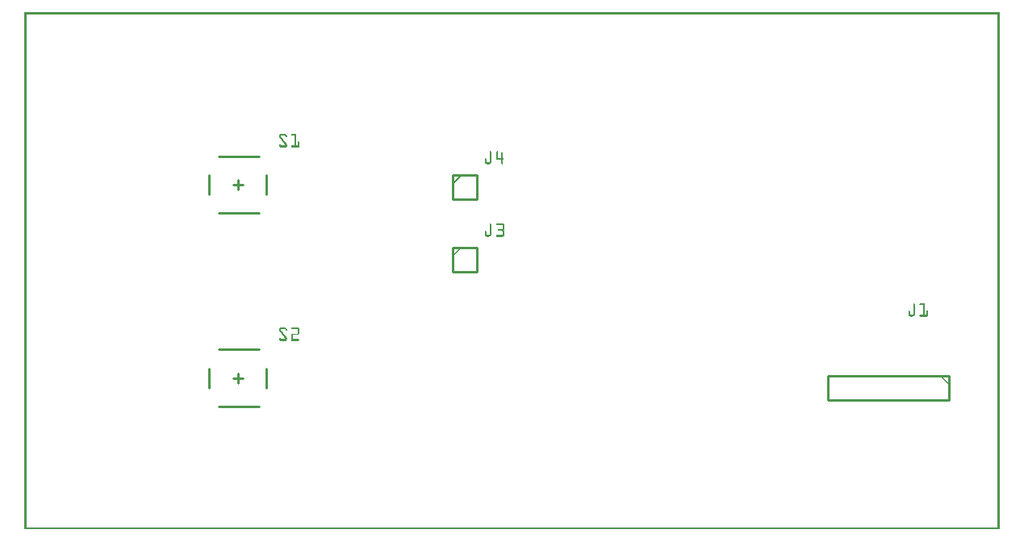
<source format=gto>
G04 MADE WITH FRITZING*
G04 WWW.FRITZING.ORG*
G04 DOUBLE SIDED*
G04 HOLES PLATED*
G04 CONTOUR ON CENTER OF CONTOUR VECTOR*
%ASAXBY*%
%FSLAX23Y23*%
%MOIN*%
%OFA0B0*%
%SFA1.0B1.0*%
%ADD10C,0.010000*%
%ADD11C,0.005000*%
%ADD12R,0.001000X0.001000*%
%LNSILK1*%
G90*
G70*
G54D10*
X3820Y633D02*
X3320Y633D01*
D02*
X3320Y633D02*
X3320Y533D01*
D02*
X3320Y533D02*
X3820Y533D01*
D02*
X3820Y533D02*
X3820Y633D01*
D02*
X1000Y664D02*
X1000Y585D01*
D02*
X803Y743D02*
X970Y743D01*
D02*
X803Y506D02*
X970Y506D01*
D02*
X764Y664D02*
X764Y585D01*
D02*
X882Y644D02*
X882Y605D01*
D02*
X902Y624D02*
X862Y624D01*
D02*
X1000Y1464D02*
X1000Y1385D01*
D02*
X803Y1542D02*
X970Y1542D01*
D02*
X803Y1306D02*
X970Y1306D01*
D02*
X764Y1464D02*
X764Y1385D01*
D02*
X882Y1444D02*
X882Y1405D01*
D02*
X902Y1424D02*
X862Y1424D01*
D02*
X1770Y1463D02*
X1770Y1363D01*
D02*
X1770Y1363D02*
X1870Y1363D01*
D02*
X1870Y1363D02*
X1870Y1463D01*
D02*
X1870Y1463D02*
X1770Y1463D01*
G54D11*
D02*
X1770Y1428D02*
X1805Y1463D01*
G54D10*
D02*
X1770Y1163D02*
X1770Y1063D01*
D02*
X1770Y1063D02*
X1870Y1063D01*
D02*
X1870Y1063D02*
X1870Y1163D01*
D02*
X1870Y1163D02*
X1770Y1163D01*
G54D12*
X1Y2135D02*
X4028Y2135D01*
X1Y2134D02*
X4028Y2134D01*
X1Y2133D02*
X4028Y2133D01*
X1Y2132D02*
X4028Y2132D01*
X1Y2131D02*
X4028Y2131D01*
X1Y2130D02*
X4028Y2130D01*
X1Y2129D02*
X4028Y2129D01*
X1Y2128D02*
X4028Y2128D01*
X1Y2127D02*
X8Y2127D01*
X4021Y2127D02*
X4028Y2127D01*
X1Y2126D02*
X8Y2126D01*
X4021Y2126D02*
X4028Y2126D01*
X1Y2125D02*
X8Y2125D01*
X4021Y2125D02*
X4028Y2125D01*
X1Y2124D02*
X8Y2124D01*
X4021Y2124D02*
X4028Y2124D01*
X1Y2123D02*
X8Y2123D01*
X4021Y2123D02*
X4028Y2123D01*
X1Y2122D02*
X8Y2122D01*
X4021Y2122D02*
X4028Y2122D01*
X1Y2121D02*
X8Y2121D01*
X4021Y2121D02*
X4028Y2121D01*
X1Y2120D02*
X8Y2120D01*
X4021Y2120D02*
X4028Y2120D01*
X1Y2119D02*
X8Y2119D01*
X4021Y2119D02*
X4028Y2119D01*
X1Y2118D02*
X8Y2118D01*
X4021Y2118D02*
X4028Y2118D01*
X1Y2117D02*
X8Y2117D01*
X4021Y2117D02*
X4028Y2117D01*
X1Y2116D02*
X8Y2116D01*
X4021Y2116D02*
X4028Y2116D01*
X1Y2115D02*
X8Y2115D01*
X4021Y2115D02*
X4028Y2115D01*
X1Y2114D02*
X8Y2114D01*
X4021Y2114D02*
X4028Y2114D01*
X1Y2113D02*
X8Y2113D01*
X4021Y2113D02*
X4028Y2113D01*
X1Y2112D02*
X8Y2112D01*
X4021Y2112D02*
X4028Y2112D01*
X1Y2111D02*
X8Y2111D01*
X4021Y2111D02*
X4028Y2111D01*
X1Y2110D02*
X8Y2110D01*
X4021Y2110D02*
X4028Y2110D01*
X1Y2109D02*
X8Y2109D01*
X4021Y2109D02*
X4028Y2109D01*
X1Y2108D02*
X8Y2108D01*
X4021Y2108D02*
X4028Y2108D01*
X1Y2107D02*
X8Y2107D01*
X4021Y2107D02*
X4028Y2107D01*
X1Y2106D02*
X8Y2106D01*
X4021Y2106D02*
X4028Y2106D01*
X1Y2105D02*
X8Y2105D01*
X4021Y2105D02*
X4028Y2105D01*
X1Y2104D02*
X8Y2104D01*
X4021Y2104D02*
X4028Y2104D01*
X1Y2103D02*
X8Y2103D01*
X4021Y2103D02*
X4028Y2103D01*
X1Y2102D02*
X8Y2102D01*
X4021Y2102D02*
X4028Y2102D01*
X1Y2101D02*
X8Y2101D01*
X4021Y2101D02*
X4028Y2101D01*
X1Y2100D02*
X8Y2100D01*
X4021Y2100D02*
X4028Y2100D01*
X1Y2099D02*
X8Y2099D01*
X4021Y2099D02*
X4028Y2099D01*
X1Y2098D02*
X8Y2098D01*
X4021Y2098D02*
X4028Y2098D01*
X1Y2097D02*
X8Y2097D01*
X4021Y2097D02*
X4028Y2097D01*
X1Y2096D02*
X8Y2096D01*
X4021Y2096D02*
X4028Y2096D01*
X1Y2095D02*
X8Y2095D01*
X4021Y2095D02*
X4028Y2095D01*
X1Y2094D02*
X8Y2094D01*
X4021Y2094D02*
X4028Y2094D01*
X1Y2093D02*
X8Y2093D01*
X4021Y2093D02*
X4028Y2093D01*
X1Y2092D02*
X8Y2092D01*
X4021Y2092D02*
X4028Y2092D01*
X1Y2091D02*
X8Y2091D01*
X4021Y2091D02*
X4028Y2091D01*
X1Y2090D02*
X8Y2090D01*
X4021Y2090D02*
X4028Y2090D01*
X1Y2089D02*
X8Y2089D01*
X4021Y2089D02*
X4028Y2089D01*
X1Y2088D02*
X8Y2088D01*
X4021Y2088D02*
X4028Y2088D01*
X1Y2087D02*
X8Y2087D01*
X4021Y2087D02*
X4028Y2087D01*
X1Y2086D02*
X8Y2086D01*
X4021Y2086D02*
X4028Y2086D01*
X1Y2085D02*
X8Y2085D01*
X4021Y2085D02*
X4028Y2085D01*
X1Y2084D02*
X8Y2084D01*
X4021Y2084D02*
X4028Y2084D01*
X1Y2083D02*
X8Y2083D01*
X4021Y2083D02*
X4028Y2083D01*
X1Y2082D02*
X8Y2082D01*
X4021Y2082D02*
X4028Y2082D01*
X1Y2081D02*
X8Y2081D01*
X4021Y2081D02*
X4028Y2081D01*
X1Y2080D02*
X8Y2080D01*
X4021Y2080D02*
X4028Y2080D01*
X1Y2079D02*
X8Y2079D01*
X4021Y2079D02*
X4028Y2079D01*
X1Y2078D02*
X8Y2078D01*
X4021Y2078D02*
X4028Y2078D01*
X1Y2077D02*
X8Y2077D01*
X4021Y2077D02*
X4028Y2077D01*
X1Y2076D02*
X8Y2076D01*
X4021Y2076D02*
X4028Y2076D01*
X1Y2075D02*
X8Y2075D01*
X4021Y2075D02*
X4028Y2075D01*
X1Y2074D02*
X8Y2074D01*
X4021Y2074D02*
X4028Y2074D01*
X1Y2073D02*
X8Y2073D01*
X4021Y2073D02*
X4028Y2073D01*
X1Y2072D02*
X8Y2072D01*
X4021Y2072D02*
X4028Y2072D01*
X1Y2071D02*
X8Y2071D01*
X4021Y2071D02*
X4028Y2071D01*
X1Y2070D02*
X8Y2070D01*
X4021Y2070D02*
X4028Y2070D01*
X1Y2069D02*
X8Y2069D01*
X4021Y2069D02*
X4028Y2069D01*
X1Y2068D02*
X8Y2068D01*
X4021Y2068D02*
X4028Y2068D01*
X1Y2067D02*
X8Y2067D01*
X4021Y2067D02*
X4028Y2067D01*
X1Y2066D02*
X8Y2066D01*
X4021Y2066D02*
X4028Y2066D01*
X1Y2065D02*
X8Y2065D01*
X4021Y2065D02*
X4028Y2065D01*
X1Y2064D02*
X8Y2064D01*
X4021Y2064D02*
X4028Y2064D01*
X1Y2063D02*
X8Y2063D01*
X4021Y2063D02*
X4028Y2063D01*
X1Y2062D02*
X8Y2062D01*
X4021Y2062D02*
X4028Y2062D01*
X1Y2061D02*
X8Y2061D01*
X4021Y2061D02*
X4028Y2061D01*
X1Y2060D02*
X8Y2060D01*
X4021Y2060D02*
X4028Y2060D01*
X1Y2059D02*
X8Y2059D01*
X4021Y2059D02*
X4028Y2059D01*
X1Y2058D02*
X8Y2058D01*
X4021Y2058D02*
X4028Y2058D01*
X1Y2057D02*
X8Y2057D01*
X4021Y2057D02*
X4028Y2057D01*
X1Y2056D02*
X8Y2056D01*
X4021Y2056D02*
X4028Y2056D01*
X1Y2055D02*
X8Y2055D01*
X4021Y2055D02*
X4028Y2055D01*
X1Y2054D02*
X8Y2054D01*
X4021Y2054D02*
X4028Y2054D01*
X1Y2053D02*
X8Y2053D01*
X4021Y2053D02*
X4028Y2053D01*
X1Y2052D02*
X8Y2052D01*
X4021Y2052D02*
X4028Y2052D01*
X1Y2051D02*
X8Y2051D01*
X4021Y2051D02*
X4028Y2051D01*
X1Y2050D02*
X8Y2050D01*
X4021Y2050D02*
X4028Y2050D01*
X1Y2049D02*
X8Y2049D01*
X4021Y2049D02*
X4028Y2049D01*
X1Y2048D02*
X8Y2048D01*
X4021Y2048D02*
X4028Y2048D01*
X1Y2047D02*
X8Y2047D01*
X4021Y2047D02*
X4028Y2047D01*
X1Y2046D02*
X8Y2046D01*
X4021Y2046D02*
X4028Y2046D01*
X1Y2045D02*
X8Y2045D01*
X4021Y2045D02*
X4028Y2045D01*
X1Y2044D02*
X8Y2044D01*
X4021Y2044D02*
X4028Y2044D01*
X1Y2043D02*
X8Y2043D01*
X4021Y2043D02*
X4028Y2043D01*
X1Y2042D02*
X8Y2042D01*
X4021Y2042D02*
X4028Y2042D01*
X1Y2041D02*
X8Y2041D01*
X4021Y2041D02*
X4028Y2041D01*
X1Y2040D02*
X8Y2040D01*
X4021Y2040D02*
X4028Y2040D01*
X1Y2039D02*
X8Y2039D01*
X4021Y2039D02*
X4028Y2039D01*
X1Y2038D02*
X8Y2038D01*
X4021Y2038D02*
X4028Y2038D01*
X1Y2037D02*
X8Y2037D01*
X4021Y2037D02*
X4028Y2037D01*
X1Y2036D02*
X8Y2036D01*
X4021Y2036D02*
X4028Y2036D01*
X1Y2035D02*
X8Y2035D01*
X4021Y2035D02*
X4028Y2035D01*
X1Y2034D02*
X8Y2034D01*
X4021Y2034D02*
X4028Y2034D01*
X1Y2033D02*
X8Y2033D01*
X4021Y2033D02*
X4028Y2033D01*
X1Y2032D02*
X8Y2032D01*
X4021Y2032D02*
X4028Y2032D01*
X1Y2031D02*
X8Y2031D01*
X4021Y2031D02*
X4028Y2031D01*
X1Y2030D02*
X8Y2030D01*
X4021Y2030D02*
X4028Y2030D01*
X1Y2029D02*
X8Y2029D01*
X4021Y2029D02*
X4028Y2029D01*
X1Y2028D02*
X8Y2028D01*
X4021Y2028D02*
X4028Y2028D01*
X1Y2027D02*
X8Y2027D01*
X4021Y2027D02*
X4028Y2027D01*
X1Y2026D02*
X8Y2026D01*
X4021Y2026D02*
X4028Y2026D01*
X1Y2025D02*
X8Y2025D01*
X4021Y2025D02*
X4028Y2025D01*
X1Y2024D02*
X8Y2024D01*
X4021Y2024D02*
X4028Y2024D01*
X1Y2023D02*
X8Y2023D01*
X4021Y2023D02*
X4028Y2023D01*
X1Y2022D02*
X8Y2022D01*
X4021Y2022D02*
X4028Y2022D01*
X1Y2021D02*
X8Y2021D01*
X4021Y2021D02*
X4028Y2021D01*
X1Y2020D02*
X8Y2020D01*
X4021Y2020D02*
X4028Y2020D01*
X1Y2019D02*
X8Y2019D01*
X4021Y2019D02*
X4028Y2019D01*
X1Y2018D02*
X8Y2018D01*
X4021Y2018D02*
X4028Y2018D01*
X1Y2017D02*
X8Y2017D01*
X4021Y2017D02*
X4028Y2017D01*
X1Y2016D02*
X8Y2016D01*
X4021Y2016D02*
X4028Y2016D01*
X1Y2015D02*
X8Y2015D01*
X4021Y2015D02*
X4028Y2015D01*
X1Y2014D02*
X8Y2014D01*
X4021Y2014D02*
X4028Y2014D01*
X1Y2013D02*
X8Y2013D01*
X4021Y2013D02*
X4028Y2013D01*
X1Y2012D02*
X8Y2012D01*
X4021Y2012D02*
X4028Y2012D01*
X1Y2011D02*
X8Y2011D01*
X4021Y2011D02*
X4028Y2011D01*
X1Y2010D02*
X8Y2010D01*
X4021Y2010D02*
X4028Y2010D01*
X1Y2009D02*
X8Y2009D01*
X4021Y2009D02*
X4028Y2009D01*
X1Y2008D02*
X8Y2008D01*
X4021Y2008D02*
X4028Y2008D01*
X1Y2007D02*
X8Y2007D01*
X4021Y2007D02*
X4028Y2007D01*
X1Y2006D02*
X8Y2006D01*
X4021Y2006D02*
X4028Y2006D01*
X1Y2005D02*
X8Y2005D01*
X4021Y2005D02*
X4028Y2005D01*
X1Y2004D02*
X8Y2004D01*
X4021Y2004D02*
X4028Y2004D01*
X1Y2003D02*
X8Y2003D01*
X4021Y2003D02*
X4028Y2003D01*
X1Y2002D02*
X8Y2002D01*
X4021Y2002D02*
X4028Y2002D01*
X1Y2001D02*
X8Y2001D01*
X4021Y2001D02*
X4028Y2001D01*
X1Y2000D02*
X8Y2000D01*
X4021Y2000D02*
X4028Y2000D01*
X1Y1999D02*
X8Y1999D01*
X4021Y1999D02*
X4028Y1999D01*
X1Y1998D02*
X8Y1998D01*
X4021Y1998D02*
X4028Y1998D01*
X1Y1997D02*
X8Y1997D01*
X4021Y1997D02*
X4028Y1997D01*
X1Y1996D02*
X8Y1996D01*
X4021Y1996D02*
X4028Y1996D01*
X1Y1995D02*
X8Y1995D01*
X4021Y1995D02*
X4028Y1995D01*
X1Y1994D02*
X8Y1994D01*
X4021Y1994D02*
X4028Y1994D01*
X1Y1993D02*
X8Y1993D01*
X4021Y1993D02*
X4028Y1993D01*
X1Y1992D02*
X8Y1992D01*
X4021Y1992D02*
X4028Y1992D01*
X1Y1991D02*
X8Y1991D01*
X4021Y1991D02*
X4028Y1991D01*
X1Y1990D02*
X8Y1990D01*
X4021Y1990D02*
X4028Y1990D01*
X1Y1989D02*
X8Y1989D01*
X4021Y1989D02*
X4028Y1989D01*
X1Y1988D02*
X8Y1988D01*
X4021Y1988D02*
X4028Y1988D01*
X1Y1987D02*
X8Y1987D01*
X4021Y1987D02*
X4028Y1987D01*
X1Y1986D02*
X8Y1986D01*
X4021Y1986D02*
X4028Y1986D01*
X1Y1985D02*
X8Y1985D01*
X4021Y1985D02*
X4028Y1985D01*
X1Y1984D02*
X8Y1984D01*
X4021Y1984D02*
X4028Y1984D01*
X1Y1983D02*
X8Y1983D01*
X4021Y1983D02*
X4028Y1983D01*
X1Y1982D02*
X8Y1982D01*
X4021Y1982D02*
X4028Y1982D01*
X1Y1981D02*
X8Y1981D01*
X4021Y1981D02*
X4028Y1981D01*
X1Y1980D02*
X8Y1980D01*
X4021Y1980D02*
X4028Y1980D01*
X1Y1979D02*
X8Y1979D01*
X4021Y1979D02*
X4028Y1979D01*
X1Y1978D02*
X8Y1978D01*
X4021Y1978D02*
X4028Y1978D01*
X1Y1977D02*
X8Y1977D01*
X4021Y1977D02*
X4028Y1977D01*
X1Y1976D02*
X8Y1976D01*
X4021Y1976D02*
X4028Y1976D01*
X1Y1975D02*
X8Y1975D01*
X4021Y1975D02*
X4028Y1975D01*
X1Y1974D02*
X8Y1974D01*
X4021Y1974D02*
X4028Y1974D01*
X1Y1973D02*
X8Y1973D01*
X4021Y1973D02*
X4028Y1973D01*
X1Y1972D02*
X8Y1972D01*
X4021Y1972D02*
X4028Y1972D01*
X1Y1971D02*
X8Y1971D01*
X4021Y1971D02*
X4028Y1971D01*
X1Y1970D02*
X8Y1970D01*
X4021Y1970D02*
X4028Y1970D01*
X1Y1969D02*
X8Y1969D01*
X4021Y1969D02*
X4028Y1969D01*
X1Y1968D02*
X8Y1968D01*
X4021Y1968D02*
X4028Y1968D01*
X1Y1967D02*
X8Y1967D01*
X4021Y1967D02*
X4028Y1967D01*
X1Y1966D02*
X8Y1966D01*
X4021Y1966D02*
X4028Y1966D01*
X1Y1965D02*
X8Y1965D01*
X4021Y1965D02*
X4028Y1965D01*
X1Y1964D02*
X8Y1964D01*
X4021Y1964D02*
X4028Y1964D01*
X1Y1963D02*
X8Y1963D01*
X4021Y1963D02*
X4028Y1963D01*
X1Y1962D02*
X8Y1962D01*
X4021Y1962D02*
X4028Y1962D01*
X1Y1961D02*
X8Y1961D01*
X4021Y1961D02*
X4028Y1961D01*
X1Y1960D02*
X8Y1960D01*
X4021Y1960D02*
X4028Y1960D01*
X1Y1959D02*
X8Y1959D01*
X4021Y1959D02*
X4028Y1959D01*
X1Y1958D02*
X8Y1958D01*
X4021Y1958D02*
X4028Y1958D01*
X1Y1957D02*
X8Y1957D01*
X4021Y1957D02*
X4028Y1957D01*
X1Y1956D02*
X8Y1956D01*
X4021Y1956D02*
X4028Y1956D01*
X1Y1955D02*
X8Y1955D01*
X4021Y1955D02*
X4028Y1955D01*
X1Y1954D02*
X8Y1954D01*
X4021Y1954D02*
X4028Y1954D01*
X1Y1953D02*
X8Y1953D01*
X4021Y1953D02*
X4028Y1953D01*
X1Y1952D02*
X8Y1952D01*
X4021Y1952D02*
X4028Y1952D01*
X1Y1951D02*
X8Y1951D01*
X4021Y1951D02*
X4028Y1951D01*
X1Y1950D02*
X8Y1950D01*
X4021Y1950D02*
X4028Y1950D01*
X1Y1949D02*
X8Y1949D01*
X4021Y1949D02*
X4028Y1949D01*
X1Y1948D02*
X8Y1948D01*
X4021Y1948D02*
X4028Y1948D01*
X1Y1947D02*
X8Y1947D01*
X4021Y1947D02*
X4028Y1947D01*
X1Y1946D02*
X8Y1946D01*
X4021Y1946D02*
X4028Y1946D01*
X1Y1945D02*
X8Y1945D01*
X4021Y1945D02*
X4028Y1945D01*
X1Y1944D02*
X8Y1944D01*
X4021Y1944D02*
X4028Y1944D01*
X1Y1943D02*
X8Y1943D01*
X4021Y1943D02*
X4028Y1943D01*
X1Y1942D02*
X8Y1942D01*
X4021Y1942D02*
X4028Y1942D01*
X1Y1941D02*
X8Y1941D01*
X4021Y1941D02*
X4028Y1941D01*
X1Y1940D02*
X8Y1940D01*
X4021Y1940D02*
X4028Y1940D01*
X1Y1939D02*
X8Y1939D01*
X4021Y1939D02*
X4028Y1939D01*
X1Y1938D02*
X8Y1938D01*
X4021Y1938D02*
X4028Y1938D01*
X1Y1937D02*
X8Y1937D01*
X4021Y1937D02*
X4028Y1937D01*
X1Y1936D02*
X8Y1936D01*
X4021Y1936D02*
X4028Y1936D01*
X1Y1935D02*
X8Y1935D01*
X4021Y1935D02*
X4028Y1935D01*
X1Y1934D02*
X8Y1934D01*
X4021Y1934D02*
X4028Y1934D01*
X1Y1933D02*
X8Y1933D01*
X4021Y1933D02*
X4028Y1933D01*
X1Y1932D02*
X8Y1932D01*
X4021Y1932D02*
X4028Y1932D01*
X1Y1931D02*
X8Y1931D01*
X4021Y1931D02*
X4028Y1931D01*
X1Y1930D02*
X8Y1930D01*
X4021Y1930D02*
X4028Y1930D01*
X1Y1929D02*
X8Y1929D01*
X4021Y1929D02*
X4028Y1929D01*
X1Y1928D02*
X8Y1928D01*
X4021Y1928D02*
X4028Y1928D01*
X1Y1927D02*
X8Y1927D01*
X4021Y1927D02*
X4028Y1927D01*
X1Y1926D02*
X8Y1926D01*
X4021Y1926D02*
X4028Y1926D01*
X1Y1925D02*
X8Y1925D01*
X4021Y1925D02*
X4028Y1925D01*
X1Y1924D02*
X8Y1924D01*
X4021Y1924D02*
X4028Y1924D01*
X1Y1923D02*
X8Y1923D01*
X4021Y1923D02*
X4028Y1923D01*
X1Y1922D02*
X8Y1922D01*
X4021Y1922D02*
X4028Y1922D01*
X1Y1921D02*
X8Y1921D01*
X4021Y1921D02*
X4028Y1921D01*
X1Y1920D02*
X8Y1920D01*
X4021Y1920D02*
X4028Y1920D01*
X1Y1919D02*
X8Y1919D01*
X4021Y1919D02*
X4028Y1919D01*
X1Y1918D02*
X8Y1918D01*
X4021Y1918D02*
X4028Y1918D01*
X1Y1917D02*
X8Y1917D01*
X4021Y1917D02*
X4028Y1917D01*
X1Y1916D02*
X8Y1916D01*
X4021Y1916D02*
X4028Y1916D01*
X1Y1915D02*
X8Y1915D01*
X4021Y1915D02*
X4028Y1915D01*
X1Y1914D02*
X8Y1914D01*
X4021Y1914D02*
X4028Y1914D01*
X1Y1913D02*
X8Y1913D01*
X4021Y1913D02*
X4028Y1913D01*
X1Y1912D02*
X8Y1912D01*
X4021Y1912D02*
X4028Y1912D01*
X1Y1911D02*
X8Y1911D01*
X4021Y1911D02*
X4028Y1911D01*
X1Y1910D02*
X8Y1910D01*
X4021Y1910D02*
X4028Y1910D01*
X1Y1909D02*
X8Y1909D01*
X4021Y1909D02*
X4028Y1909D01*
X1Y1908D02*
X8Y1908D01*
X4021Y1908D02*
X4028Y1908D01*
X1Y1907D02*
X8Y1907D01*
X4021Y1907D02*
X4028Y1907D01*
X1Y1906D02*
X8Y1906D01*
X4021Y1906D02*
X4028Y1906D01*
X1Y1905D02*
X8Y1905D01*
X4021Y1905D02*
X4028Y1905D01*
X1Y1904D02*
X8Y1904D01*
X4021Y1904D02*
X4028Y1904D01*
X1Y1903D02*
X8Y1903D01*
X4021Y1903D02*
X4028Y1903D01*
X1Y1902D02*
X8Y1902D01*
X4021Y1902D02*
X4028Y1902D01*
X1Y1901D02*
X8Y1901D01*
X4021Y1901D02*
X4028Y1901D01*
X1Y1900D02*
X8Y1900D01*
X4021Y1900D02*
X4028Y1900D01*
X1Y1899D02*
X8Y1899D01*
X4021Y1899D02*
X4028Y1899D01*
X1Y1898D02*
X8Y1898D01*
X4021Y1898D02*
X4028Y1898D01*
X1Y1897D02*
X8Y1897D01*
X4021Y1897D02*
X4028Y1897D01*
X1Y1896D02*
X8Y1896D01*
X4021Y1896D02*
X4028Y1896D01*
X1Y1895D02*
X8Y1895D01*
X4021Y1895D02*
X4028Y1895D01*
X1Y1894D02*
X8Y1894D01*
X4021Y1894D02*
X4028Y1894D01*
X1Y1893D02*
X8Y1893D01*
X4021Y1893D02*
X4028Y1893D01*
X1Y1892D02*
X8Y1892D01*
X4021Y1892D02*
X4028Y1892D01*
X1Y1891D02*
X8Y1891D01*
X4021Y1891D02*
X4028Y1891D01*
X1Y1890D02*
X8Y1890D01*
X4021Y1890D02*
X4028Y1890D01*
X1Y1889D02*
X8Y1889D01*
X4021Y1889D02*
X4028Y1889D01*
X1Y1888D02*
X8Y1888D01*
X4021Y1888D02*
X4028Y1888D01*
X1Y1887D02*
X8Y1887D01*
X4021Y1887D02*
X4028Y1887D01*
X1Y1886D02*
X8Y1886D01*
X4021Y1886D02*
X4028Y1886D01*
X1Y1885D02*
X8Y1885D01*
X4021Y1885D02*
X4028Y1885D01*
X1Y1884D02*
X8Y1884D01*
X4021Y1884D02*
X4028Y1884D01*
X1Y1883D02*
X8Y1883D01*
X4021Y1883D02*
X4028Y1883D01*
X1Y1882D02*
X8Y1882D01*
X4021Y1882D02*
X4028Y1882D01*
X1Y1881D02*
X8Y1881D01*
X4021Y1881D02*
X4028Y1881D01*
X1Y1880D02*
X8Y1880D01*
X4021Y1880D02*
X4028Y1880D01*
X1Y1879D02*
X8Y1879D01*
X4021Y1879D02*
X4028Y1879D01*
X1Y1878D02*
X8Y1878D01*
X4021Y1878D02*
X4028Y1878D01*
X1Y1877D02*
X8Y1877D01*
X4021Y1877D02*
X4028Y1877D01*
X1Y1876D02*
X8Y1876D01*
X4021Y1876D02*
X4028Y1876D01*
X1Y1875D02*
X8Y1875D01*
X4021Y1875D02*
X4028Y1875D01*
X1Y1874D02*
X8Y1874D01*
X4021Y1874D02*
X4028Y1874D01*
X1Y1873D02*
X8Y1873D01*
X4021Y1873D02*
X4028Y1873D01*
X1Y1872D02*
X8Y1872D01*
X4021Y1872D02*
X4028Y1872D01*
X1Y1871D02*
X8Y1871D01*
X4021Y1871D02*
X4028Y1871D01*
X1Y1870D02*
X8Y1870D01*
X4021Y1870D02*
X4028Y1870D01*
X1Y1869D02*
X8Y1869D01*
X4021Y1869D02*
X4028Y1869D01*
X1Y1868D02*
X8Y1868D01*
X4021Y1868D02*
X4028Y1868D01*
X1Y1867D02*
X8Y1867D01*
X4021Y1867D02*
X4028Y1867D01*
X1Y1866D02*
X8Y1866D01*
X4021Y1866D02*
X4028Y1866D01*
X1Y1865D02*
X8Y1865D01*
X4021Y1865D02*
X4028Y1865D01*
X1Y1864D02*
X8Y1864D01*
X4021Y1864D02*
X4028Y1864D01*
X1Y1863D02*
X8Y1863D01*
X4021Y1863D02*
X4028Y1863D01*
X1Y1862D02*
X8Y1862D01*
X4021Y1862D02*
X4028Y1862D01*
X1Y1861D02*
X8Y1861D01*
X4021Y1861D02*
X4028Y1861D01*
X1Y1860D02*
X8Y1860D01*
X4021Y1860D02*
X4028Y1860D01*
X1Y1859D02*
X8Y1859D01*
X4021Y1859D02*
X4028Y1859D01*
X1Y1858D02*
X8Y1858D01*
X4021Y1858D02*
X4028Y1858D01*
X1Y1857D02*
X8Y1857D01*
X4021Y1857D02*
X4028Y1857D01*
X1Y1856D02*
X8Y1856D01*
X4021Y1856D02*
X4028Y1856D01*
X1Y1855D02*
X8Y1855D01*
X4021Y1855D02*
X4028Y1855D01*
X1Y1854D02*
X8Y1854D01*
X4021Y1854D02*
X4028Y1854D01*
X1Y1853D02*
X8Y1853D01*
X4021Y1853D02*
X4028Y1853D01*
X1Y1852D02*
X8Y1852D01*
X4021Y1852D02*
X4028Y1852D01*
X1Y1851D02*
X8Y1851D01*
X4021Y1851D02*
X4028Y1851D01*
X1Y1850D02*
X8Y1850D01*
X4021Y1850D02*
X4028Y1850D01*
X1Y1849D02*
X8Y1849D01*
X4021Y1849D02*
X4028Y1849D01*
X1Y1848D02*
X8Y1848D01*
X4021Y1848D02*
X4028Y1848D01*
X1Y1847D02*
X8Y1847D01*
X4021Y1847D02*
X4028Y1847D01*
X1Y1846D02*
X8Y1846D01*
X4021Y1846D02*
X4028Y1846D01*
X1Y1845D02*
X8Y1845D01*
X4021Y1845D02*
X4028Y1845D01*
X1Y1844D02*
X8Y1844D01*
X4021Y1844D02*
X4028Y1844D01*
X1Y1843D02*
X8Y1843D01*
X4021Y1843D02*
X4028Y1843D01*
X1Y1842D02*
X8Y1842D01*
X4021Y1842D02*
X4028Y1842D01*
X1Y1841D02*
X8Y1841D01*
X4021Y1841D02*
X4028Y1841D01*
X1Y1840D02*
X8Y1840D01*
X4021Y1840D02*
X4028Y1840D01*
X1Y1839D02*
X8Y1839D01*
X4021Y1839D02*
X4028Y1839D01*
X1Y1838D02*
X8Y1838D01*
X4021Y1838D02*
X4028Y1838D01*
X1Y1837D02*
X8Y1837D01*
X4021Y1837D02*
X4028Y1837D01*
X1Y1836D02*
X8Y1836D01*
X4021Y1836D02*
X4028Y1836D01*
X1Y1835D02*
X8Y1835D01*
X4021Y1835D02*
X4028Y1835D01*
X1Y1834D02*
X8Y1834D01*
X4021Y1834D02*
X4028Y1834D01*
X1Y1833D02*
X8Y1833D01*
X4021Y1833D02*
X4028Y1833D01*
X1Y1832D02*
X8Y1832D01*
X4021Y1832D02*
X4028Y1832D01*
X1Y1831D02*
X8Y1831D01*
X4021Y1831D02*
X4028Y1831D01*
X1Y1830D02*
X8Y1830D01*
X4021Y1830D02*
X4028Y1830D01*
X1Y1829D02*
X8Y1829D01*
X4021Y1829D02*
X4028Y1829D01*
X1Y1828D02*
X8Y1828D01*
X4021Y1828D02*
X4028Y1828D01*
X1Y1827D02*
X8Y1827D01*
X4021Y1827D02*
X4028Y1827D01*
X1Y1826D02*
X8Y1826D01*
X4021Y1826D02*
X4028Y1826D01*
X1Y1825D02*
X8Y1825D01*
X4021Y1825D02*
X4028Y1825D01*
X1Y1824D02*
X8Y1824D01*
X4021Y1824D02*
X4028Y1824D01*
X1Y1823D02*
X8Y1823D01*
X4021Y1823D02*
X4028Y1823D01*
X1Y1822D02*
X8Y1822D01*
X4021Y1822D02*
X4028Y1822D01*
X1Y1821D02*
X8Y1821D01*
X4021Y1821D02*
X4028Y1821D01*
X1Y1820D02*
X8Y1820D01*
X4021Y1820D02*
X4028Y1820D01*
X1Y1819D02*
X8Y1819D01*
X4021Y1819D02*
X4028Y1819D01*
X1Y1818D02*
X8Y1818D01*
X4021Y1818D02*
X4028Y1818D01*
X1Y1817D02*
X8Y1817D01*
X4021Y1817D02*
X4028Y1817D01*
X1Y1816D02*
X8Y1816D01*
X4021Y1816D02*
X4028Y1816D01*
X1Y1815D02*
X8Y1815D01*
X4021Y1815D02*
X4028Y1815D01*
X1Y1814D02*
X8Y1814D01*
X4021Y1814D02*
X4028Y1814D01*
X1Y1813D02*
X8Y1813D01*
X4021Y1813D02*
X4028Y1813D01*
X1Y1812D02*
X8Y1812D01*
X4021Y1812D02*
X4028Y1812D01*
X1Y1811D02*
X8Y1811D01*
X4021Y1811D02*
X4028Y1811D01*
X1Y1810D02*
X8Y1810D01*
X4021Y1810D02*
X4028Y1810D01*
X1Y1809D02*
X8Y1809D01*
X4021Y1809D02*
X4028Y1809D01*
X1Y1808D02*
X8Y1808D01*
X4021Y1808D02*
X4028Y1808D01*
X1Y1807D02*
X8Y1807D01*
X4021Y1807D02*
X4028Y1807D01*
X1Y1806D02*
X8Y1806D01*
X4021Y1806D02*
X4028Y1806D01*
X1Y1805D02*
X8Y1805D01*
X4021Y1805D02*
X4028Y1805D01*
X1Y1804D02*
X8Y1804D01*
X4021Y1804D02*
X4028Y1804D01*
X1Y1803D02*
X8Y1803D01*
X4021Y1803D02*
X4028Y1803D01*
X1Y1802D02*
X8Y1802D01*
X4021Y1802D02*
X4028Y1802D01*
X1Y1801D02*
X8Y1801D01*
X4021Y1801D02*
X4028Y1801D01*
X1Y1800D02*
X8Y1800D01*
X4021Y1800D02*
X4028Y1800D01*
X1Y1799D02*
X8Y1799D01*
X4021Y1799D02*
X4028Y1799D01*
X1Y1798D02*
X8Y1798D01*
X4021Y1798D02*
X4028Y1798D01*
X1Y1797D02*
X8Y1797D01*
X4021Y1797D02*
X4028Y1797D01*
X1Y1796D02*
X8Y1796D01*
X4021Y1796D02*
X4028Y1796D01*
X1Y1795D02*
X8Y1795D01*
X4021Y1795D02*
X4028Y1795D01*
X1Y1794D02*
X8Y1794D01*
X4021Y1794D02*
X4028Y1794D01*
X1Y1793D02*
X8Y1793D01*
X4021Y1793D02*
X4028Y1793D01*
X1Y1792D02*
X8Y1792D01*
X4021Y1792D02*
X4028Y1792D01*
X1Y1791D02*
X8Y1791D01*
X4021Y1791D02*
X4028Y1791D01*
X1Y1790D02*
X8Y1790D01*
X4021Y1790D02*
X4028Y1790D01*
X1Y1789D02*
X8Y1789D01*
X4021Y1789D02*
X4028Y1789D01*
X1Y1788D02*
X8Y1788D01*
X4021Y1788D02*
X4028Y1788D01*
X1Y1787D02*
X8Y1787D01*
X4021Y1787D02*
X4028Y1787D01*
X1Y1786D02*
X8Y1786D01*
X4021Y1786D02*
X4028Y1786D01*
X1Y1785D02*
X8Y1785D01*
X4021Y1785D02*
X4028Y1785D01*
X1Y1784D02*
X8Y1784D01*
X4021Y1784D02*
X4028Y1784D01*
X1Y1783D02*
X8Y1783D01*
X4021Y1783D02*
X4028Y1783D01*
X1Y1782D02*
X8Y1782D01*
X4021Y1782D02*
X4028Y1782D01*
X1Y1781D02*
X8Y1781D01*
X4021Y1781D02*
X4028Y1781D01*
X1Y1780D02*
X8Y1780D01*
X4021Y1780D02*
X4028Y1780D01*
X1Y1779D02*
X8Y1779D01*
X4021Y1779D02*
X4028Y1779D01*
X1Y1778D02*
X8Y1778D01*
X4021Y1778D02*
X4028Y1778D01*
X1Y1777D02*
X8Y1777D01*
X4021Y1777D02*
X4028Y1777D01*
X1Y1776D02*
X8Y1776D01*
X4021Y1776D02*
X4028Y1776D01*
X1Y1775D02*
X8Y1775D01*
X4021Y1775D02*
X4028Y1775D01*
X1Y1774D02*
X8Y1774D01*
X4021Y1774D02*
X4028Y1774D01*
X1Y1773D02*
X8Y1773D01*
X4021Y1773D02*
X4028Y1773D01*
X1Y1772D02*
X8Y1772D01*
X4021Y1772D02*
X4028Y1772D01*
X1Y1771D02*
X8Y1771D01*
X4021Y1771D02*
X4028Y1771D01*
X1Y1770D02*
X8Y1770D01*
X4021Y1770D02*
X4028Y1770D01*
X1Y1769D02*
X8Y1769D01*
X4021Y1769D02*
X4028Y1769D01*
X1Y1768D02*
X8Y1768D01*
X4021Y1768D02*
X4028Y1768D01*
X1Y1767D02*
X8Y1767D01*
X4021Y1767D02*
X4028Y1767D01*
X1Y1766D02*
X8Y1766D01*
X4021Y1766D02*
X4028Y1766D01*
X1Y1765D02*
X8Y1765D01*
X4021Y1765D02*
X4028Y1765D01*
X1Y1764D02*
X8Y1764D01*
X4021Y1764D02*
X4028Y1764D01*
X1Y1763D02*
X8Y1763D01*
X4021Y1763D02*
X4028Y1763D01*
X1Y1762D02*
X8Y1762D01*
X4021Y1762D02*
X4028Y1762D01*
X1Y1761D02*
X8Y1761D01*
X4021Y1761D02*
X4028Y1761D01*
X1Y1760D02*
X8Y1760D01*
X4021Y1760D02*
X4028Y1760D01*
X1Y1759D02*
X8Y1759D01*
X4021Y1759D02*
X4028Y1759D01*
X1Y1758D02*
X8Y1758D01*
X4021Y1758D02*
X4028Y1758D01*
X1Y1757D02*
X8Y1757D01*
X4021Y1757D02*
X4028Y1757D01*
X1Y1756D02*
X8Y1756D01*
X4021Y1756D02*
X4028Y1756D01*
X1Y1755D02*
X8Y1755D01*
X4021Y1755D02*
X4028Y1755D01*
X1Y1754D02*
X8Y1754D01*
X4021Y1754D02*
X4028Y1754D01*
X1Y1753D02*
X8Y1753D01*
X4021Y1753D02*
X4028Y1753D01*
X1Y1752D02*
X8Y1752D01*
X4021Y1752D02*
X4028Y1752D01*
X1Y1751D02*
X8Y1751D01*
X4021Y1751D02*
X4028Y1751D01*
X1Y1750D02*
X8Y1750D01*
X4021Y1750D02*
X4028Y1750D01*
X1Y1749D02*
X8Y1749D01*
X4021Y1749D02*
X4028Y1749D01*
X1Y1748D02*
X8Y1748D01*
X4021Y1748D02*
X4028Y1748D01*
X1Y1747D02*
X8Y1747D01*
X4021Y1747D02*
X4028Y1747D01*
X1Y1746D02*
X8Y1746D01*
X4021Y1746D02*
X4028Y1746D01*
X1Y1745D02*
X8Y1745D01*
X4021Y1745D02*
X4028Y1745D01*
X1Y1744D02*
X8Y1744D01*
X4021Y1744D02*
X4028Y1744D01*
X1Y1743D02*
X8Y1743D01*
X4021Y1743D02*
X4028Y1743D01*
X1Y1742D02*
X8Y1742D01*
X4021Y1742D02*
X4028Y1742D01*
X1Y1741D02*
X8Y1741D01*
X4021Y1741D02*
X4028Y1741D01*
X1Y1740D02*
X8Y1740D01*
X4021Y1740D02*
X4028Y1740D01*
X1Y1739D02*
X8Y1739D01*
X4021Y1739D02*
X4028Y1739D01*
X1Y1738D02*
X8Y1738D01*
X4021Y1738D02*
X4028Y1738D01*
X1Y1737D02*
X8Y1737D01*
X4021Y1737D02*
X4028Y1737D01*
X1Y1736D02*
X8Y1736D01*
X4021Y1736D02*
X4028Y1736D01*
X1Y1735D02*
X8Y1735D01*
X4021Y1735D02*
X4028Y1735D01*
X1Y1734D02*
X8Y1734D01*
X4021Y1734D02*
X4028Y1734D01*
X1Y1733D02*
X8Y1733D01*
X4021Y1733D02*
X4028Y1733D01*
X1Y1732D02*
X8Y1732D01*
X4021Y1732D02*
X4028Y1732D01*
X1Y1731D02*
X8Y1731D01*
X4021Y1731D02*
X4028Y1731D01*
X1Y1730D02*
X8Y1730D01*
X4021Y1730D02*
X4028Y1730D01*
X1Y1729D02*
X8Y1729D01*
X4021Y1729D02*
X4028Y1729D01*
X1Y1728D02*
X8Y1728D01*
X4021Y1728D02*
X4028Y1728D01*
X1Y1727D02*
X8Y1727D01*
X4021Y1727D02*
X4028Y1727D01*
X1Y1726D02*
X8Y1726D01*
X4021Y1726D02*
X4028Y1726D01*
X1Y1725D02*
X8Y1725D01*
X4021Y1725D02*
X4028Y1725D01*
X1Y1724D02*
X8Y1724D01*
X4021Y1724D02*
X4028Y1724D01*
X1Y1723D02*
X8Y1723D01*
X4021Y1723D02*
X4028Y1723D01*
X1Y1722D02*
X8Y1722D01*
X4021Y1722D02*
X4028Y1722D01*
X1Y1721D02*
X8Y1721D01*
X4021Y1721D02*
X4028Y1721D01*
X1Y1720D02*
X8Y1720D01*
X4021Y1720D02*
X4028Y1720D01*
X1Y1719D02*
X8Y1719D01*
X4021Y1719D02*
X4028Y1719D01*
X1Y1718D02*
X8Y1718D01*
X4021Y1718D02*
X4028Y1718D01*
X1Y1717D02*
X8Y1717D01*
X4021Y1717D02*
X4028Y1717D01*
X1Y1716D02*
X8Y1716D01*
X4021Y1716D02*
X4028Y1716D01*
X1Y1715D02*
X8Y1715D01*
X4021Y1715D02*
X4028Y1715D01*
X1Y1714D02*
X8Y1714D01*
X4021Y1714D02*
X4028Y1714D01*
X1Y1713D02*
X8Y1713D01*
X4021Y1713D02*
X4028Y1713D01*
X1Y1712D02*
X8Y1712D01*
X4021Y1712D02*
X4028Y1712D01*
X1Y1711D02*
X8Y1711D01*
X4021Y1711D02*
X4028Y1711D01*
X1Y1710D02*
X8Y1710D01*
X4021Y1710D02*
X4028Y1710D01*
X1Y1709D02*
X8Y1709D01*
X4021Y1709D02*
X4028Y1709D01*
X1Y1708D02*
X8Y1708D01*
X4021Y1708D02*
X4028Y1708D01*
X1Y1707D02*
X8Y1707D01*
X4021Y1707D02*
X4028Y1707D01*
X1Y1706D02*
X8Y1706D01*
X4021Y1706D02*
X4028Y1706D01*
X1Y1705D02*
X8Y1705D01*
X4021Y1705D02*
X4028Y1705D01*
X1Y1704D02*
X8Y1704D01*
X4021Y1704D02*
X4028Y1704D01*
X1Y1703D02*
X8Y1703D01*
X4021Y1703D02*
X4028Y1703D01*
X1Y1702D02*
X8Y1702D01*
X4021Y1702D02*
X4028Y1702D01*
X1Y1701D02*
X8Y1701D01*
X4021Y1701D02*
X4028Y1701D01*
X1Y1700D02*
X8Y1700D01*
X4021Y1700D02*
X4028Y1700D01*
X1Y1699D02*
X8Y1699D01*
X4021Y1699D02*
X4028Y1699D01*
X1Y1698D02*
X8Y1698D01*
X4021Y1698D02*
X4028Y1698D01*
X1Y1697D02*
X8Y1697D01*
X4021Y1697D02*
X4028Y1697D01*
X1Y1696D02*
X8Y1696D01*
X4021Y1696D02*
X4028Y1696D01*
X1Y1695D02*
X8Y1695D01*
X4021Y1695D02*
X4028Y1695D01*
X1Y1694D02*
X8Y1694D01*
X4021Y1694D02*
X4028Y1694D01*
X1Y1693D02*
X8Y1693D01*
X4021Y1693D02*
X4028Y1693D01*
X1Y1692D02*
X8Y1692D01*
X4021Y1692D02*
X4028Y1692D01*
X1Y1691D02*
X8Y1691D01*
X4021Y1691D02*
X4028Y1691D01*
X1Y1690D02*
X8Y1690D01*
X4021Y1690D02*
X4028Y1690D01*
X1Y1689D02*
X8Y1689D01*
X4021Y1689D02*
X4028Y1689D01*
X1Y1688D02*
X8Y1688D01*
X4021Y1688D02*
X4028Y1688D01*
X1Y1687D02*
X8Y1687D01*
X4021Y1687D02*
X4028Y1687D01*
X1Y1686D02*
X8Y1686D01*
X4021Y1686D02*
X4028Y1686D01*
X1Y1685D02*
X8Y1685D01*
X4021Y1685D02*
X4028Y1685D01*
X1Y1684D02*
X8Y1684D01*
X4021Y1684D02*
X4028Y1684D01*
X1Y1683D02*
X8Y1683D01*
X4021Y1683D02*
X4028Y1683D01*
X1Y1682D02*
X8Y1682D01*
X4021Y1682D02*
X4028Y1682D01*
X1Y1681D02*
X8Y1681D01*
X4021Y1681D02*
X4028Y1681D01*
X1Y1680D02*
X8Y1680D01*
X4021Y1680D02*
X4028Y1680D01*
X1Y1679D02*
X8Y1679D01*
X4021Y1679D02*
X4028Y1679D01*
X1Y1678D02*
X8Y1678D01*
X4021Y1678D02*
X4028Y1678D01*
X1Y1677D02*
X8Y1677D01*
X4021Y1677D02*
X4028Y1677D01*
X1Y1676D02*
X8Y1676D01*
X4021Y1676D02*
X4028Y1676D01*
X1Y1675D02*
X8Y1675D01*
X4021Y1675D02*
X4028Y1675D01*
X1Y1674D02*
X8Y1674D01*
X4021Y1674D02*
X4028Y1674D01*
X1Y1673D02*
X8Y1673D01*
X4021Y1673D02*
X4028Y1673D01*
X1Y1672D02*
X8Y1672D01*
X4021Y1672D02*
X4028Y1672D01*
X1Y1671D02*
X8Y1671D01*
X4021Y1671D02*
X4028Y1671D01*
X1Y1670D02*
X8Y1670D01*
X4021Y1670D02*
X4028Y1670D01*
X1Y1669D02*
X8Y1669D01*
X4021Y1669D02*
X4028Y1669D01*
X1Y1668D02*
X8Y1668D01*
X4021Y1668D02*
X4028Y1668D01*
X1Y1667D02*
X8Y1667D01*
X4021Y1667D02*
X4028Y1667D01*
X1Y1666D02*
X8Y1666D01*
X4021Y1666D02*
X4028Y1666D01*
X1Y1665D02*
X8Y1665D01*
X4021Y1665D02*
X4028Y1665D01*
X1Y1664D02*
X8Y1664D01*
X4021Y1664D02*
X4028Y1664D01*
X1Y1663D02*
X8Y1663D01*
X4021Y1663D02*
X4028Y1663D01*
X1Y1662D02*
X8Y1662D01*
X4021Y1662D02*
X4028Y1662D01*
X1Y1661D02*
X8Y1661D01*
X4021Y1661D02*
X4028Y1661D01*
X1Y1660D02*
X8Y1660D01*
X4021Y1660D02*
X4028Y1660D01*
X1Y1659D02*
X8Y1659D01*
X4021Y1659D02*
X4028Y1659D01*
X1Y1658D02*
X8Y1658D01*
X4021Y1658D02*
X4028Y1658D01*
X1Y1657D02*
X8Y1657D01*
X4021Y1657D02*
X4028Y1657D01*
X1Y1656D02*
X8Y1656D01*
X4021Y1656D02*
X4028Y1656D01*
X1Y1655D02*
X8Y1655D01*
X4021Y1655D02*
X4028Y1655D01*
X1Y1654D02*
X8Y1654D01*
X4021Y1654D02*
X4028Y1654D01*
X1Y1653D02*
X8Y1653D01*
X4021Y1653D02*
X4028Y1653D01*
X1Y1652D02*
X8Y1652D01*
X4021Y1652D02*
X4028Y1652D01*
X1Y1651D02*
X8Y1651D01*
X4021Y1651D02*
X4028Y1651D01*
X1Y1650D02*
X8Y1650D01*
X4021Y1650D02*
X4028Y1650D01*
X1Y1649D02*
X8Y1649D01*
X4021Y1649D02*
X4028Y1649D01*
X1Y1648D02*
X8Y1648D01*
X4021Y1648D02*
X4028Y1648D01*
X1Y1647D02*
X8Y1647D01*
X4021Y1647D02*
X4028Y1647D01*
X1Y1646D02*
X8Y1646D01*
X4021Y1646D02*
X4028Y1646D01*
X1Y1645D02*
X8Y1645D01*
X4021Y1645D02*
X4028Y1645D01*
X1Y1644D02*
X8Y1644D01*
X4021Y1644D02*
X4028Y1644D01*
X1Y1643D02*
X8Y1643D01*
X4021Y1643D02*
X4028Y1643D01*
X1Y1642D02*
X8Y1642D01*
X4021Y1642D02*
X4028Y1642D01*
X1Y1641D02*
X8Y1641D01*
X4021Y1641D02*
X4028Y1641D01*
X1Y1640D02*
X8Y1640D01*
X4021Y1640D02*
X4028Y1640D01*
X1Y1639D02*
X8Y1639D01*
X4021Y1639D02*
X4028Y1639D01*
X1Y1638D02*
X8Y1638D01*
X4021Y1638D02*
X4028Y1638D01*
X1Y1637D02*
X8Y1637D01*
X4021Y1637D02*
X4028Y1637D01*
X1Y1636D02*
X8Y1636D01*
X4021Y1636D02*
X4028Y1636D01*
X1Y1635D02*
X8Y1635D01*
X4021Y1635D02*
X4028Y1635D01*
X1Y1634D02*
X8Y1634D01*
X4021Y1634D02*
X4028Y1634D01*
X1Y1633D02*
X8Y1633D01*
X4021Y1633D02*
X4028Y1633D01*
X1Y1632D02*
X8Y1632D01*
X1058Y1632D02*
X1079Y1632D01*
X1104Y1632D02*
X1122Y1632D01*
X4021Y1632D02*
X4028Y1632D01*
X1Y1631D02*
X8Y1631D01*
X1056Y1631D02*
X1081Y1631D01*
X1103Y1631D02*
X1122Y1631D01*
X4021Y1631D02*
X4028Y1631D01*
X1Y1630D02*
X8Y1630D01*
X1055Y1630D02*
X1082Y1630D01*
X1102Y1630D02*
X1122Y1630D01*
X4021Y1630D02*
X4028Y1630D01*
X1Y1629D02*
X8Y1629D01*
X1054Y1629D02*
X1083Y1629D01*
X1102Y1629D02*
X1122Y1629D01*
X4021Y1629D02*
X4028Y1629D01*
X1Y1628D02*
X8Y1628D01*
X1053Y1628D02*
X1084Y1628D01*
X1102Y1628D02*
X1122Y1628D01*
X4021Y1628D02*
X4028Y1628D01*
X1Y1627D02*
X8Y1627D01*
X1053Y1627D02*
X1085Y1627D01*
X1103Y1627D02*
X1122Y1627D01*
X4021Y1627D02*
X4028Y1627D01*
X1Y1626D02*
X8Y1626D01*
X1052Y1626D02*
X1085Y1626D01*
X1104Y1626D02*
X1122Y1626D01*
X4021Y1626D02*
X4028Y1626D01*
X1Y1625D02*
X8Y1625D01*
X1052Y1625D02*
X1059Y1625D01*
X1078Y1625D02*
X1086Y1625D01*
X1116Y1625D02*
X1122Y1625D01*
X4021Y1625D02*
X4028Y1625D01*
X1Y1624D02*
X8Y1624D01*
X1052Y1624D02*
X1058Y1624D01*
X1079Y1624D02*
X1086Y1624D01*
X1116Y1624D02*
X1122Y1624D01*
X4021Y1624D02*
X4028Y1624D01*
X1Y1623D02*
X8Y1623D01*
X1052Y1623D02*
X1059Y1623D01*
X1080Y1623D02*
X1086Y1623D01*
X1116Y1623D02*
X1122Y1623D01*
X4021Y1623D02*
X4028Y1623D01*
X1Y1622D02*
X8Y1622D01*
X1053Y1622D02*
X1060Y1622D01*
X1080Y1622D02*
X1086Y1622D01*
X1116Y1622D02*
X1122Y1622D01*
X4021Y1622D02*
X4028Y1622D01*
X1Y1621D02*
X8Y1621D01*
X1053Y1621D02*
X1061Y1621D01*
X1080Y1621D02*
X1085Y1621D01*
X1116Y1621D02*
X1122Y1621D01*
X4021Y1621D02*
X4028Y1621D01*
X1Y1620D02*
X8Y1620D01*
X1054Y1620D02*
X1061Y1620D01*
X1081Y1620D02*
X1084Y1620D01*
X1116Y1620D02*
X1122Y1620D01*
X4021Y1620D02*
X4028Y1620D01*
X1Y1619D02*
X8Y1619D01*
X1054Y1619D02*
X1062Y1619D01*
X1116Y1619D02*
X1122Y1619D01*
X4021Y1619D02*
X4028Y1619D01*
X1Y1618D02*
X8Y1618D01*
X1055Y1618D02*
X1063Y1618D01*
X1116Y1618D02*
X1122Y1618D01*
X4021Y1618D02*
X4028Y1618D01*
X1Y1617D02*
X8Y1617D01*
X1056Y1617D02*
X1064Y1617D01*
X1116Y1617D02*
X1122Y1617D01*
X4021Y1617D02*
X4028Y1617D01*
X1Y1616D02*
X8Y1616D01*
X1057Y1616D02*
X1065Y1616D01*
X1116Y1616D02*
X1122Y1616D01*
X4021Y1616D02*
X4028Y1616D01*
X1Y1615D02*
X8Y1615D01*
X1057Y1615D02*
X1065Y1615D01*
X1116Y1615D02*
X1122Y1615D01*
X4021Y1615D02*
X4028Y1615D01*
X1Y1614D02*
X8Y1614D01*
X1058Y1614D02*
X1066Y1614D01*
X1116Y1614D02*
X1122Y1614D01*
X4021Y1614D02*
X4028Y1614D01*
X1Y1613D02*
X8Y1613D01*
X1059Y1613D02*
X1067Y1613D01*
X1116Y1613D02*
X1122Y1613D01*
X4021Y1613D02*
X4028Y1613D01*
X1Y1612D02*
X8Y1612D01*
X1060Y1612D02*
X1068Y1612D01*
X1116Y1612D02*
X1122Y1612D01*
X4021Y1612D02*
X4028Y1612D01*
X1Y1611D02*
X8Y1611D01*
X1060Y1611D02*
X1068Y1611D01*
X1116Y1611D02*
X1122Y1611D01*
X4021Y1611D02*
X4028Y1611D01*
X1Y1610D02*
X8Y1610D01*
X1061Y1610D02*
X1069Y1610D01*
X1116Y1610D02*
X1122Y1610D01*
X4021Y1610D02*
X4028Y1610D01*
X1Y1609D02*
X8Y1609D01*
X1062Y1609D02*
X1070Y1609D01*
X1116Y1609D02*
X1122Y1609D01*
X4021Y1609D02*
X4028Y1609D01*
X1Y1608D02*
X8Y1608D01*
X1063Y1608D02*
X1071Y1608D01*
X1116Y1608D02*
X1122Y1608D01*
X4021Y1608D02*
X4028Y1608D01*
X1Y1607D02*
X8Y1607D01*
X1064Y1607D02*
X1072Y1607D01*
X1116Y1607D02*
X1122Y1607D01*
X4021Y1607D02*
X4028Y1607D01*
X1Y1606D02*
X8Y1606D01*
X1064Y1606D02*
X1072Y1606D01*
X1116Y1606D02*
X1122Y1606D01*
X4021Y1606D02*
X4028Y1606D01*
X1Y1605D02*
X8Y1605D01*
X1065Y1605D02*
X1073Y1605D01*
X1116Y1605D02*
X1122Y1605D01*
X4021Y1605D02*
X4028Y1605D01*
X1Y1604D02*
X8Y1604D01*
X1066Y1604D02*
X1074Y1604D01*
X1116Y1604D02*
X1122Y1604D01*
X4021Y1604D02*
X4028Y1604D01*
X1Y1603D02*
X8Y1603D01*
X1067Y1603D02*
X1075Y1603D01*
X1116Y1603D02*
X1122Y1603D01*
X4021Y1603D02*
X4028Y1603D01*
X1Y1602D02*
X8Y1602D01*
X1067Y1602D02*
X1075Y1602D01*
X1116Y1602D02*
X1122Y1602D01*
X1131Y1602D02*
X1134Y1602D01*
X4021Y1602D02*
X4028Y1602D01*
X1Y1601D02*
X8Y1601D01*
X1068Y1601D02*
X1076Y1601D01*
X1116Y1601D02*
X1122Y1601D01*
X1130Y1601D02*
X1135Y1601D01*
X4021Y1601D02*
X4028Y1601D01*
X1Y1600D02*
X8Y1600D01*
X1069Y1600D02*
X1077Y1600D01*
X1116Y1600D02*
X1122Y1600D01*
X1130Y1600D02*
X1136Y1600D01*
X4021Y1600D02*
X4028Y1600D01*
X1Y1599D02*
X8Y1599D01*
X1070Y1599D02*
X1078Y1599D01*
X1116Y1599D02*
X1122Y1599D01*
X1130Y1599D02*
X1136Y1599D01*
X4021Y1599D02*
X4028Y1599D01*
X1Y1598D02*
X8Y1598D01*
X1071Y1598D02*
X1079Y1598D01*
X1116Y1598D02*
X1122Y1598D01*
X1130Y1598D02*
X1136Y1598D01*
X4021Y1598D02*
X4028Y1598D01*
X1Y1597D02*
X8Y1597D01*
X1071Y1597D02*
X1079Y1597D01*
X1116Y1597D02*
X1122Y1597D01*
X1130Y1597D02*
X1136Y1597D01*
X4021Y1597D02*
X4028Y1597D01*
X1Y1596D02*
X8Y1596D01*
X1072Y1596D02*
X1080Y1596D01*
X1116Y1596D02*
X1122Y1596D01*
X1130Y1596D02*
X1136Y1596D01*
X4021Y1596D02*
X4028Y1596D01*
X1Y1595D02*
X8Y1595D01*
X1073Y1595D02*
X1081Y1595D01*
X1116Y1595D02*
X1122Y1595D01*
X1130Y1595D02*
X1136Y1595D01*
X4021Y1595D02*
X4028Y1595D01*
X1Y1594D02*
X8Y1594D01*
X1074Y1594D02*
X1082Y1594D01*
X1116Y1594D02*
X1122Y1594D01*
X1130Y1594D02*
X1136Y1594D01*
X4021Y1594D02*
X4028Y1594D01*
X1Y1593D02*
X8Y1593D01*
X1074Y1593D02*
X1082Y1593D01*
X1116Y1593D02*
X1122Y1593D01*
X1130Y1593D02*
X1136Y1593D01*
X4021Y1593D02*
X4028Y1593D01*
X1Y1592D02*
X8Y1592D01*
X1075Y1592D02*
X1083Y1592D01*
X1116Y1592D02*
X1122Y1592D01*
X1130Y1592D02*
X1136Y1592D01*
X4021Y1592D02*
X4028Y1592D01*
X1Y1591D02*
X8Y1591D01*
X1076Y1591D02*
X1084Y1591D01*
X1116Y1591D02*
X1122Y1591D01*
X1130Y1591D02*
X1136Y1591D01*
X4021Y1591D02*
X4028Y1591D01*
X1Y1590D02*
X8Y1590D01*
X1053Y1590D02*
X1057Y1590D01*
X1077Y1590D02*
X1085Y1590D01*
X1116Y1590D02*
X1122Y1590D01*
X1130Y1590D02*
X1136Y1590D01*
X4021Y1590D02*
X4028Y1590D01*
X1Y1589D02*
X8Y1589D01*
X1053Y1589D02*
X1058Y1589D01*
X1077Y1589D02*
X1085Y1589D01*
X1116Y1589D02*
X1122Y1589D01*
X1130Y1589D02*
X1136Y1589D01*
X4021Y1589D02*
X4028Y1589D01*
X1Y1588D02*
X8Y1588D01*
X1052Y1588D02*
X1058Y1588D01*
X1078Y1588D02*
X1086Y1588D01*
X1116Y1588D02*
X1122Y1588D01*
X1130Y1588D02*
X1136Y1588D01*
X4021Y1588D02*
X4028Y1588D01*
X1Y1587D02*
X8Y1587D01*
X1052Y1587D02*
X1058Y1587D01*
X1079Y1587D02*
X1086Y1587D01*
X1116Y1587D02*
X1122Y1587D01*
X1130Y1587D02*
X1136Y1587D01*
X4021Y1587D02*
X4028Y1587D01*
X1Y1586D02*
X8Y1586D01*
X1052Y1586D02*
X1059Y1586D01*
X1080Y1586D02*
X1086Y1586D01*
X1116Y1586D02*
X1122Y1586D01*
X1130Y1586D02*
X1136Y1586D01*
X4021Y1586D02*
X4028Y1586D01*
X1Y1585D02*
X8Y1585D01*
X1053Y1585D02*
X1086Y1585D01*
X1105Y1585D02*
X1136Y1585D01*
X4021Y1585D02*
X4028Y1585D01*
X1Y1584D02*
X8Y1584D01*
X1053Y1584D02*
X1085Y1584D01*
X1103Y1584D02*
X1136Y1584D01*
X4021Y1584D02*
X4028Y1584D01*
X1Y1583D02*
X8Y1583D01*
X1053Y1583D02*
X1085Y1583D01*
X1103Y1583D02*
X1136Y1583D01*
X4021Y1583D02*
X4028Y1583D01*
X1Y1582D02*
X8Y1582D01*
X1054Y1582D02*
X1085Y1582D01*
X1102Y1582D02*
X1136Y1582D01*
X4021Y1582D02*
X4028Y1582D01*
X1Y1581D02*
X8Y1581D01*
X1055Y1581D02*
X1084Y1581D01*
X1102Y1581D02*
X1136Y1581D01*
X4021Y1581D02*
X4028Y1581D01*
X1Y1580D02*
X8Y1580D01*
X1056Y1580D02*
X1083Y1580D01*
X1103Y1580D02*
X1135Y1580D01*
X4021Y1580D02*
X4028Y1580D01*
X1Y1579D02*
X8Y1579D01*
X1058Y1579D02*
X1081Y1579D01*
X1103Y1579D02*
X1135Y1579D01*
X4021Y1579D02*
X4028Y1579D01*
X1Y1578D02*
X8Y1578D01*
X4021Y1578D02*
X4028Y1578D01*
X1Y1577D02*
X8Y1577D01*
X4021Y1577D02*
X4028Y1577D01*
X1Y1576D02*
X8Y1576D01*
X4021Y1576D02*
X4028Y1576D01*
X1Y1575D02*
X8Y1575D01*
X4021Y1575D02*
X4028Y1575D01*
X1Y1574D02*
X8Y1574D01*
X4021Y1574D02*
X4028Y1574D01*
X1Y1573D02*
X8Y1573D01*
X4021Y1573D02*
X4028Y1573D01*
X1Y1572D02*
X8Y1572D01*
X4021Y1572D02*
X4028Y1572D01*
X1Y1571D02*
X8Y1571D01*
X4021Y1571D02*
X4028Y1571D01*
X1Y1570D02*
X8Y1570D01*
X4021Y1570D02*
X4028Y1570D01*
X1Y1569D02*
X8Y1569D01*
X4021Y1569D02*
X4028Y1569D01*
X1Y1568D02*
X8Y1568D01*
X4021Y1568D02*
X4028Y1568D01*
X1Y1567D02*
X8Y1567D01*
X4021Y1567D02*
X4028Y1567D01*
X1Y1566D02*
X8Y1566D01*
X4021Y1566D02*
X4028Y1566D01*
X1Y1565D02*
X8Y1565D01*
X4021Y1565D02*
X4028Y1565D01*
X1Y1564D02*
X8Y1564D01*
X4021Y1564D02*
X4028Y1564D01*
X1Y1563D02*
X8Y1563D01*
X4021Y1563D02*
X4028Y1563D01*
X1Y1562D02*
X8Y1562D01*
X1924Y1562D02*
X1927Y1562D01*
X1952Y1562D02*
X1955Y1562D01*
X4021Y1562D02*
X4028Y1562D01*
X1Y1561D02*
X8Y1561D01*
X1923Y1561D02*
X1928Y1561D01*
X1951Y1561D02*
X1956Y1561D01*
X4021Y1561D02*
X4028Y1561D01*
X1Y1560D02*
X8Y1560D01*
X1923Y1560D02*
X1929Y1560D01*
X1950Y1560D02*
X1956Y1560D01*
X4021Y1560D02*
X4028Y1560D01*
X1Y1559D02*
X8Y1559D01*
X1923Y1559D02*
X1929Y1559D01*
X1950Y1559D02*
X1956Y1559D01*
X4021Y1559D02*
X4028Y1559D01*
X1Y1558D02*
X8Y1558D01*
X1923Y1558D02*
X1929Y1558D01*
X1950Y1558D02*
X1956Y1558D01*
X4021Y1558D02*
X4028Y1558D01*
X1Y1557D02*
X8Y1557D01*
X1923Y1557D02*
X1929Y1557D01*
X1950Y1557D02*
X1956Y1557D01*
X4021Y1557D02*
X4028Y1557D01*
X1Y1556D02*
X8Y1556D01*
X1923Y1556D02*
X1929Y1556D01*
X1950Y1556D02*
X1956Y1556D01*
X1972Y1556D02*
X1976Y1556D01*
X4021Y1556D02*
X4028Y1556D01*
X1Y1555D02*
X8Y1555D01*
X1923Y1555D02*
X1929Y1555D01*
X1950Y1555D02*
X1956Y1555D01*
X1971Y1555D02*
X1976Y1555D01*
X4021Y1555D02*
X4028Y1555D01*
X1Y1554D02*
X8Y1554D01*
X1923Y1554D02*
X1929Y1554D01*
X1950Y1554D02*
X1956Y1554D01*
X1971Y1554D02*
X1977Y1554D01*
X4021Y1554D02*
X4028Y1554D01*
X1Y1553D02*
X8Y1553D01*
X1923Y1553D02*
X1929Y1553D01*
X1950Y1553D02*
X1956Y1553D01*
X1971Y1553D02*
X1977Y1553D01*
X4021Y1553D02*
X4028Y1553D01*
X1Y1552D02*
X8Y1552D01*
X1923Y1552D02*
X1929Y1552D01*
X1950Y1552D02*
X1956Y1552D01*
X1971Y1552D02*
X1977Y1552D01*
X4021Y1552D02*
X4028Y1552D01*
X1Y1551D02*
X8Y1551D01*
X1923Y1551D02*
X1929Y1551D01*
X1950Y1551D02*
X1956Y1551D01*
X1971Y1551D02*
X1977Y1551D01*
X4021Y1551D02*
X4028Y1551D01*
X1Y1550D02*
X8Y1550D01*
X1923Y1550D02*
X1929Y1550D01*
X1950Y1550D02*
X1956Y1550D01*
X1971Y1550D02*
X1977Y1550D01*
X4021Y1550D02*
X4028Y1550D01*
X1Y1549D02*
X8Y1549D01*
X1923Y1549D02*
X1929Y1549D01*
X1950Y1549D02*
X1956Y1549D01*
X1971Y1549D02*
X1977Y1549D01*
X4021Y1549D02*
X4028Y1549D01*
X1Y1548D02*
X8Y1548D01*
X1923Y1548D02*
X1929Y1548D01*
X1950Y1548D02*
X1956Y1548D01*
X1971Y1548D02*
X1977Y1548D01*
X4021Y1548D02*
X4028Y1548D01*
X1Y1547D02*
X8Y1547D01*
X1923Y1547D02*
X1929Y1547D01*
X1950Y1547D02*
X1956Y1547D01*
X1971Y1547D02*
X1977Y1547D01*
X4021Y1547D02*
X4028Y1547D01*
X1Y1546D02*
X8Y1546D01*
X1923Y1546D02*
X1929Y1546D01*
X1950Y1546D02*
X1956Y1546D01*
X1971Y1546D02*
X1977Y1546D01*
X4021Y1546D02*
X4028Y1546D01*
X1Y1545D02*
X8Y1545D01*
X1923Y1545D02*
X1929Y1545D01*
X1950Y1545D02*
X1956Y1545D01*
X1971Y1545D02*
X1977Y1545D01*
X4021Y1545D02*
X4028Y1545D01*
X1Y1544D02*
X8Y1544D01*
X1923Y1544D02*
X1929Y1544D01*
X1950Y1544D02*
X1956Y1544D01*
X1971Y1544D02*
X1977Y1544D01*
X4021Y1544D02*
X4028Y1544D01*
X1Y1543D02*
X8Y1543D01*
X1923Y1543D02*
X1929Y1543D01*
X1950Y1543D02*
X1956Y1543D01*
X1971Y1543D02*
X1977Y1543D01*
X4021Y1543D02*
X4028Y1543D01*
X1Y1542D02*
X8Y1542D01*
X1923Y1542D02*
X1929Y1542D01*
X1950Y1542D02*
X1956Y1542D01*
X1971Y1542D02*
X1977Y1542D01*
X4021Y1542D02*
X4028Y1542D01*
X1Y1541D02*
X8Y1541D01*
X1923Y1541D02*
X1929Y1541D01*
X1950Y1541D02*
X1956Y1541D01*
X1971Y1541D02*
X1977Y1541D01*
X4021Y1541D02*
X4028Y1541D01*
X1Y1540D02*
X8Y1540D01*
X1923Y1540D02*
X1929Y1540D01*
X1950Y1540D02*
X1956Y1540D01*
X1971Y1540D02*
X1977Y1540D01*
X4021Y1540D02*
X4028Y1540D01*
X1Y1539D02*
X8Y1539D01*
X1923Y1539D02*
X1929Y1539D01*
X1950Y1539D02*
X1956Y1539D01*
X1971Y1539D02*
X1977Y1539D01*
X4021Y1539D02*
X4028Y1539D01*
X1Y1538D02*
X8Y1538D01*
X1923Y1538D02*
X1929Y1538D01*
X1950Y1538D02*
X1956Y1538D01*
X1971Y1538D02*
X1977Y1538D01*
X4021Y1538D02*
X4028Y1538D01*
X1Y1537D02*
X8Y1537D01*
X1923Y1537D02*
X1929Y1537D01*
X1950Y1537D02*
X1956Y1537D01*
X1971Y1537D02*
X1977Y1537D01*
X4021Y1537D02*
X4028Y1537D01*
X1Y1536D02*
X8Y1536D01*
X1923Y1536D02*
X1929Y1536D01*
X1950Y1536D02*
X1956Y1536D01*
X1971Y1536D02*
X1977Y1536D01*
X4021Y1536D02*
X4028Y1536D01*
X1Y1535D02*
X8Y1535D01*
X1923Y1535D02*
X1929Y1535D01*
X1950Y1535D02*
X1956Y1535D01*
X1971Y1535D02*
X1977Y1535D01*
X4021Y1535D02*
X4028Y1535D01*
X1Y1534D02*
X8Y1534D01*
X1923Y1534D02*
X1929Y1534D01*
X1950Y1534D02*
X1956Y1534D01*
X1971Y1534D02*
X1977Y1534D01*
X4021Y1534D02*
X4028Y1534D01*
X1Y1533D02*
X8Y1533D01*
X1904Y1533D02*
X1906Y1533D01*
X1923Y1533D02*
X1929Y1533D01*
X1950Y1533D02*
X1978Y1533D01*
X4021Y1533D02*
X4028Y1533D01*
X1Y1532D02*
X8Y1532D01*
X1903Y1532D02*
X1907Y1532D01*
X1923Y1532D02*
X1929Y1532D01*
X1950Y1532D02*
X1980Y1532D01*
X4021Y1532D02*
X4028Y1532D01*
X1Y1531D02*
X8Y1531D01*
X1902Y1531D02*
X1908Y1531D01*
X1923Y1531D02*
X1929Y1531D01*
X1950Y1531D02*
X1980Y1531D01*
X4021Y1531D02*
X4028Y1531D01*
X1Y1530D02*
X8Y1530D01*
X1902Y1530D02*
X1908Y1530D01*
X1923Y1530D02*
X1929Y1530D01*
X1950Y1530D02*
X1980Y1530D01*
X4021Y1530D02*
X4028Y1530D01*
X1Y1529D02*
X8Y1529D01*
X1902Y1529D02*
X1908Y1529D01*
X1923Y1529D02*
X1929Y1529D01*
X1950Y1529D02*
X1980Y1529D01*
X4021Y1529D02*
X4028Y1529D01*
X1Y1528D02*
X8Y1528D01*
X1902Y1528D02*
X1908Y1528D01*
X1923Y1528D02*
X1929Y1528D01*
X1950Y1528D02*
X1980Y1528D01*
X4021Y1528D02*
X4028Y1528D01*
X1Y1527D02*
X8Y1527D01*
X1902Y1527D02*
X1908Y1527D01*
X1923Y1527D02*
X1929Y1527D01*
X1950Y1527D02*
X1979Y1527D01*
X4021Y1527D02*
X4028Y1527D01*
X1Y1526D02*
X8Y1526D01*
X1902Y1526D02*
X1908Y1526D01*
X1923Y1526D02*
X1929Y1526D01*
X1971Y1526D02*
X1977Y1526D01*
X4021Y1526D02*
X4028Y1526D01*
X1Y1525D02*
X8Y1525D01*
X1902Y1525D02*
X1908Y1525D01*
X1923Y1525D02*
X1929Y1525D01*
X1971Y1525D02*
X1977Y1525D01*
X4021Y1525D02*
X4028Y1525D01*
X1Y1524D02*
X8Y1524D01*
X1902Y1524D02*
X1908Y1524D01*
X1923Y1524D02*
X1929Y1524D01*
X1971Y1524D02*
X1977Y1524D01*
X4021Y1524D02*
X4028Y1524D01*
X1Y1523D02*
X8Y1523D01*
X1902Y1523D02*
X1908Y1523D01*
X1923Y1523D02*
X1929Y1523D01*
X1971Y1523D02*
X1977Y1523D01*
X4021Y1523D02*
X4028Y1523D01*
X1Y1522D02*
X8Y1522D01*
X1902Y1522D02*
X1908Y1522D01*
X1923Y1522D02*
X1929Y1522D01*
X1971Y1522D02*
X1977Y1522D01*
X4021Y1522D02*
X4028Y1522D01*
X1Y1521D02*
X8Y1521D01*
X1902Y1521D02*
X1908Y1521D01*
X1923Y1521D02*
X1929Y1521D01*
X1971Y1521D02*
X1977Y1521D01*
X4021Y1521D02*
X4028Y1521D01*
X1Y1520D02*
X8Y1520D01*
X1902Y1520D02*
X1908Y1520D01*
X1923Y1520D02*
X1929Y1520D01*
X1971Y1520D02*
X1977Y1520D01*
X4021Y1520D02*
X4028Y1520D01*
X1Y1519D02*
X8Y1519D01*
X1902Y1519D02*
X1908Y1519D01*
X1923Y1519D02*
X1929Y1519D01*
X1971Y1519D02*
X1977Y1519D01*
X4021Y1519D02*
X4028Y1519D01*
X1Y1518D02*
X8Y1518D01*
X1902Y1518D02*
X1908Y1518D01*
X1922Y1518D02*
X1929Y1518D01*
X1971Y1518D02*
X1977Y1518D01*
X4021Y1518D02*
X4028Y1518D01*
X1Y1517D02*
X8Y1517D01*
X1902Y1517D02*
X1909Y1517D01*
X1922Y1517D02*
X1928Y1517D01*
X1971Y1517D02*
X1977Y1517D01*
X4021Y1517D02*
X4028Y1517D01*
X1Y1516D02*
X8Y1516D01*
X1902Y1516D02*
X1910Y1516D01*
X1921Y1516D02*
X1928Y1516D01*
X1971Y1516D02*
X1977Y1516D01*
X4021Y1516D02*
X4028Y1516D01*
X1Y1515D02*
X8Y1515D01*
X1903Y1515D02*
X1928Y1515D01*
X1971Y1515D02*
X1977Y1515D01*
X4021Y1515D02*
X4028Y1515D01*
X1Y1514D02*
X8Y1514D01*
X1903Y1514D02*
X1927Y1514D01*
X1971Y1514D02*
X1977Y1514D01*
X4021Y1514D02*
X4028Y1514D01*
X1Y1513D02*
X8Y1513D01*
X1904Y1513D02*
X1927Y1513D01*
X1971Y1513D02*
X1977Y1513D01*
X4021Y1513D02*
X4028Y1513D01*
X1Y1512D02*
X8Y1512D01*
X1905Y1512D02*
X1926Y1512D01*
X1971Y1512D02*
X1977Y1512D01*
X4021Y1512D02*
X4028Y1512D01*
X1Y1511D02*
X8Y1511D01*
X1906Y1511D02*
X1925Y1511D01*
X1971Y1511D02*
X1977Y1511D01*
X4021Y1511D02*
X4028Y1511D01*
X1Y1510D02*
X8Y1510D01*
X1907Y1510D02*
X1923Y1510D01*
X1972Y1510D02*
X1976Y1510D01*
X4021Y1510D02*
X4028Y1510D01*
X1Y1509D02*
X8Y1509D01*
X1910Y1509D02*
X1921Y1509D01*
X1973Y1509D02*
X1975Y1509D01*
X4021Y1509D02*
X4028Y1509D01*
X1Y1508D02*
X8Y1508D01*
X4021Y1508D02*
X4028Y1508D01*
X1Y1507D02*
X8Y1507D01*
X4021Y1507D02*
X4028Y1507D01*
X1Y1506D02*
X8Y1506D01*
X4021Y1506D02*
X4028Y1506D01*
X1Y1505D02*
X8Y1505D01*
X4021Y1505D02*
X4028Y1505D01*
X1Y1504D02*
X8Y1504D01*
X4021Y1504D02*
X4028Y1504D01*
X1Y1503D02*
X8Y1503D01*
X4021Y1503D02*
X4028Y1503D01*
X1Y1502D02*
X8Y1502D01*
X4021Y1502D02*
X4028Y1502D01*
X1Y1501D02*
X8Y1501D01*
X4021Y1501D02*
X4028Y1501D01*
X1Y1500D02*
X8Y1500D01*
X4021Y1500D02*
X4028Y1500D01*
X1Y1499D02*
X8Y1499D01*
X4021Y1499D02*
X4028Y1499D01*
X1Y1498D02*
X8Y1498D01*
X4021Y1498D02*
X4028Y1498D01*
X1Y1497D02*
X8Y1497D01*
X4021Y1497D02*
X4028Y1497D01*
X1Y1496D02*
X8Y1496D01*
X4021Y1496D02*
X4028Y1496D01*
X1Y1495D02*
X8Y1495D01*
X4021Y1495D02*
X4028Y1495D01*
X1Y1494D02*
X8Y1494D01*
X4021Y1494D02*
X4028Y1494D01*
X1Y1493D02*
X8Y1493D01*
X4021Y1493D02*
X4028Y1493D01*
X1Y1492D02*
X8Y1492D01*
X4021Y1492D02*
X4028Y1492D01*
X1Y1491D02*
X8Y1491D01*
X4021Y1491D02*
X4028Y1491D01*
X1Y1490D02*
X8Y1490D01*
X4021Y1490D02*
X4028Y1490D01*
X1Y1489D02*
X8Y1489D01*
X4021Y1489D02*
X4028Y1489D01*
X1Y1488D02*
X8Y1488D01*
X4021Y1488D02*
X4028Y1488D01*
X1Y1487D02*
X8Y1487D01*
X4021Y1487D02*
X4028Y1487D01*
X1Y1486D02*
X8Y1486D01*
X4021Y1486D02*
X4028Y1486D01*
X1Y1485D02*
X8Y1485D01*
X4021Y1485D02*
X4028Y1485D01*
X1Y1484D02*
X8Y1484D01*
X4021Y1484D02*
X4028Y1484D01*
X1Y1483D02*
X8Y1483D01*
X4021Y1483D02*
X4028Y1483D01*
X1Y1482D02*
X8Y1482D01*
X4021Y1482D02*
X4028Y1482D01*
X1Y1481D02*
X8Y1481D01*
X4021Y1481D02*
X4028Y1481D01*
X1Y1480D02*
X8Y1480D01*
X4021Y1480D02*
X4028Y1480D01*
X1Y1479D02*
X8Y1479D01*
X4021Y1479D02*
X4028Y1479D01*
X1Y1478D02*
X8Y1478D01*
X4021Y1478D02*
X4028Y1478D01*
X1Y1477D02*
X8Y1477D01*
X4021Y1477D02*
X4028Y1477D01*
X1Y1476D02*
X8Y1476D01*
X4021Y1476D02*
X4028Y1476D01*
X1Y1475D02*
X8Y1475D01*
X4021Y1475D02*
X4028Y1475D01*
X1Y1474D02*
X8Y1474D01*
X4021Y1474D02*
X4028Y1474D01*
X1Y1473D02*
X8Y1473D01*
X4021Y1473D02*
X4028Y1473D01*
X1Y1472D02*
X8Y1472D01*
X4021Y1472D02*
X4028Y1472D01*
X1Y1471D02*
X8Y1471D01*
X4021Y1471D02*
X4028Y1471D01*
X1Y1470D02*
X8Y1470D01*
X4021Y1470D02*
X4028Y1470D01*
X1Y1469D02*
X8Y1469D01*
X4021Y1469D02*
X4028Y1469D01*
X1Y1468D02*
X8Y1468D01*
X4021Y1468D02*
X4028Y1468D01*
X1Y1467D02*
X8Y1467D01*
X4021Y1467D02*
X4028Y1467D01*
X1Y1466D02*
X8Y1466D01*
X4021Y1466D02*
X4028Y1466D01*
X1Y1465D02*
X8Y1465D01*
X4021Y1465D02*
X4028Y1465D01*
X1Y1464D02*
X8Y1464D01*
X4021Y1464D02*
X4028Y1464D01*
X1Y1463D02*
X8Y1463D01*
X4021Y1463D02*
X4028Y1463D01*
X1Y1462D02*
X8Y1462D01*
X4021Y1462D02*
X4028Y1462D01*
X1Y1461D02*
X8Y1461D01*
X4021Y1461D02*
X4028Y1461D01*
X1Y1460D02*
X8Y1460D01*
X4021Y1460D02*
X4028Y1460D01*
X1Y1459D02*
X8Y1459D01*
X4021Y1459D02*
X4028Y1459D01*
X1Y1458D02*
X8Y1458D01*
X4021Y1458D02*
X4028Y1458D01*
X1Y1457D02*
X8Y1457D01*
X4021Y1457D02*
X4028Y1457D01*
X1Y1456D02*
X8Y1456D01*
X4021Y1456D02*
X4028Y1456D01*
X1Y1455D02*
X8Y1455D01*
X4021Y1455D02*
X4028Y1455D01*
X1Y1454D02*
X8Y1454D01*
X4021Y1454D02*
X4028Y1454D01*
X1Y1453D02*
X8Y1453D01*
X4021Y1453D02*
X4028Y1453D01*
X1Y1452D02*
X8Y1452D01*
X4021Y1452D02*
X4028Y1452D01*
X1Y1451D02*
X8Y1451D01*
X4021Y1451D02*
X4028Y1451D01*
X1Y1450D02*
X8Y1450D01*
X4021Y1450D02*
X4028Y1450D01*
X1Y1449D02*
X8Y1449D01*
X4021Y1449D02*
X4028Y1449D01*
X1Y1448D02*
X8Y1448D01*
X4021Y1448D02*
X4028Y1448D01*
X1Y1447D02*
X8Y1447D01*
X4021Y1447D02*
X4028Y1447D01*
X1Y1446D02*
X8Y1446D01*
X4021Y1446D02*
X4028Y1446D01*
X1Y1445D02*
X8Y1445D01*
X4021Y1445D02*
X4028Y1445D01*
X1Y1444D02*
X8Y1444D01*
X4021Y1444D02*
X4028Y1444D01*
X1Y1443D02*
X8Y1443D01*
X4021Y1443D02*
X4028Y1443D01*
X1Y1442D02*
X8Y1442D01*
X4021Y1442D02*
X4028Y1442D01*
X1Y1441D02*
X8Y1441D01*
X4021Y1441D02*
X4028Y1441D01*
X1Y1440D02*
X8Y1440D01*
X4021Y1440D02*
X4028Y1440D01*
X1Y1439D02*
X8Y1439D01*
X4021Y1439D02*
X4028Y1439D01*
X1Y1438D02*
X8Y1438D01*
X4021Y1438D02*
X4028Y1438D01*
X1Y1437D02*
X8Y1437D01*
X4021Y1437D02*
X4028Y1437D01*
X1Y1436D02*
X8Y1436D01*
X4021Y1436D02*
X4028Y1436D01*
X1Y1435D02*
X8Y1435D01*
X4021Y1435D02*
X4028Y1435D01*
X1Y1434D02*
X8Y1434D01*
X4021Y1434D02*
X4028Y1434D01*
X1Y1433D02*
X8Y1433D01*
X4021Y1433D02*
X4028Y1433D01*
X1Y1432D02*
X8Y1432D01*
X4021Y1432D02*
X4028Y1432D01*
X1Y1431D02*
X8Y1431D01*
X4021Y1431D02*
X4028Y1431D01*
X1Y1430D02*
X8Y1430D01*
X4021Y1430D02*
X4028Y1430D01*
X1Y1429D02*
X8Y1429D01*
X4021Y1429D02*
X4028Y1429D01*
X1Y1428D02*
X8Y1428D01*
X4021Y1428D02*
X4028Y1428D01*
X1Y1427D02*
X8Y1427D01*
X4021Y1427D02*
X4028Y1427D01*
X1Y1426D02*
X8Y1426D01*
X4021Y1426D02*
X4028Y1426D01*
X1Y1425D02*
X8Y1425D01*
X4021Y1425D02*
X4028Y1425D01*
X1Y1424D02*
X8Y1424D01*
X4021Y1424D02*
X4028Y1424D01*
X1Y1423D02*
X8Y1423D01*
X4021Y1423D02*
X4028Y1423D01*
X1Y1422D02*
X8Y1422D01*
X4021Y1422D02*
X4028Y1422D01*
X1Y1421D02*
X8Y1421D01*
X4021Y1421D02*
X4028Y1421D01*
X1Y1420D02*
X8Y1420D01*
X4021Y1420D02*
X4028Y1420D01*
X1Y1419D02*
X8Y1419D01*
X4021Y1419D02*
X4028Y1419D01*
X1Y1418D02*
X8Y1418D01*
X4021Y1418D02*
X4028Y1418D01*
X1Y1417D02*
X8Y1417D01*
X4021Y1417D02*
X4028Y1417D01*
X1Y1416D02*
X8Y1416D01*
X4021Y1416D02*
X4028Y1416D01*
X1Y1415D02*
X8Y1415D01*
X4021Y1415D02*
X4028Y1415D01*
X1Y1414D02*
X8Y1414D01*
X4021Y1414D02*
X4028Y1414D01*
X1Y1413D02*
X8Y1413D01*
X4021Y1413D02*
X4028Y1413D01*
X1Y1412D02*
X8Y1412D01*
X4021Y1412D02*
X4028Y1412D01*
X1Y1411D02*
X8Y1411D01*
X4021Y1411D02*
X4028Y1411D01*
X1Y1410D02*
X8Y1410D01*
X4021Y1410D02*
X4028Y1410D01*
X1Y1409D02*
X8Y1409D01*
X4021Y1409D02*
X4028Y1409D01*
X1Y1408D02*
X8Y1408D01*
X4021Y1408D02*
X4028Y1408D01*
X1Y1407D02*
X8Y1407D01*
X4021Y1407D02*
X4028Y1407D01*
X1Y1406D02*
X8Y1406D01*
X4021Y1406D02*
X4028Y1406D01*
X1Y1405D02*
X8Y1405D01*
X4021Y1405D02*
X4028Y1405D01*
X1Y1404D02*
X8Y1404D01*
X4021Y1404D02*
X4028Y1404D01*
X1Y1403D02*
X8Y1403D01*
X4021Y1403D02*
X4028Y1403D01*
X1Y1402D02*
X8Y1402D01*
X4021Y1402D02*
X4028Y1402D01*
X1Y1401D02*
X8Y1401D01*
X4021Y1401D02*
X4028Y1401D01*
X1Y1400D02*
X8Y1400D01*
X4021Y1400D02*
X4028Y1400D01*
X1Y1399D02*
X8Y1399D01*
X4021Y1399D02*
X4028Y1399D01*
X1Y1398D02*
X8Y1398D01*
X4021Y1398D02*
X4028Y1398D01*
X1Y1397D02*
X8Y1397D01*
X4021Y1397D02*
X4028Y1397D01*
X1Y1396D02*
X8Y1396D01*
X4021Y1396D02*
X4028Y1396D01*
X1Y1395D02*
X8Y1395D01*
X4021Y1395D02*
X4028Y1395D01*
X1Y1394D02*
X8Y1394D01*
X4021Y1394D02*
X4028Y1394D01*
X1Y1393D02*
X8Y1393D01*
X4021Y1393D02*
X4028Y1393D01*
X1Y1392D02*
X8Y1392D01*
X4021Y1392D02*
X4028Y1392D01*
X1Y1391D02*
X8Y1391D01*
X4021Y1391D02*
X4028Y1391D01*
X1Y1390D02*
X8Y1390D01*
X4021Y1390D02*
X4028Y1390D01*
X1Y1389D02*
X8Y1389D01*
X4021Y1389D02*
X4028Y1389D01*
X1Y1388D02*
X8Y1388D01*
X4021Y1388D02*
X4028Y1388D01*
X1Y1387D02*
X8Y1387D01*
X4021Y1387D02*
X4028Y1387D01*
X1Y1386D02*
X8Y1386D01*
X4021Y1386D02*
X4028Y1386D01*
X1Y1385D02*
X8Y1385D01*
X4021Y1385D02*
X4028Y1385D01*
X1Y1384D02*
X8Y1384D01*
X4021Y1384D02*
X4028Y1384D01*
X1Y1383D02*
X8Y1383D01*
X4021Y1383D02*
X4028Y1383D01*
X1Y1382D02*
X8Y1382D01*
X4021Y1382D02*
X4028Y1382D01*
X1Y1381D02*
X8Y1381D01*
X4021Y1381D02*
X4028Y1381D01*
X1Y1380D02*
X8Y1380D01*
X4021Y1380D02*
X4028Y1380D01*
X1Y1379D02*
X8Y1379D01*
X4021Y1379D02*
X4028Y1379D01*
X1Y1378D02*
X8Y1378D01*
X4021Y1378D02*
X4028Y1378D01*
X1Y1377D02*
X8Y1377D01*
X4021Y1377D02*
X4028Y1377D01*
X1Y1376D02*
X8Y1376D01*
X4021Y1376D02*
X4028Y1376D01*
X1Y1375D02*
X8Y1375D01*
X4021Y1375D02*
X4028Y1375D01*
X1Y1374D02*
X8Y1374D01*
X4021Y1374D02*
X4028Y1374D01*
X1Y1373D02*
X8Y1373D01*
X4021Y1373D02*
X4028Y1373D01*
X1Y1372D02*
X8Y1372D01*
X4021Y1372D02*
X4028Y1372D01*
X1Y1371D02*
X8Y1371D01*
X4021Y1371D02*
X4028Y1371D01*
X1Y1370D02*
X8Y1370D01*
X4021Y1370D02*
X4028Y1370D01*
X1Y1369D02*
X8Y1369D01*
X4021Y1369D02*
X4028Y1369D01*
X1Y1368D02*
X8Y1368D01*
X4021Y1368D02*
X4028Y1368D01*
X1Y1367D02*
X8Y1367D01*
X4021Y1367D02*
X4028Y1367D01*
X1Y1366D02*
X8Y1366D01*
X4021Y1366D02*
X4028Y1366D01*
X1Y1365D02*
X8Y1365D01*
X4021Y1365D02*
X4028Y1365D01*
X1Y1364D02*
X8Y1364D01*
X4021Y1364D02*
X4028Y1364D01*
X1Y1363D02*
X8Y1363D01*
X4021Y1363D02*
X4028Y1363D01*
X1Y1362D02*
X8Y1362D01*
X4021Y1362D02*
X4028Y1362D01*
X1Y1361D02*
X8Y1361D01*
X4021Y1361D02*
X4028Y1361D01*
X1Y1360D02*
X8Y1360D01*
X4021Y1360D02*
X4028Y1360D01*
X1Y1359D02*
X8Y1359D01*
X4021Y1359D02*
X4028Y1359D01*
X1Y1358D02*
X8Y1358D01*
X4021Y1358D02*
X4028Y1358D01*
X1Y1357D02*
X8Y1357D01*
X4021Y1357D02*
X4028Y1357D01*
X1Y1356D02*
X8Y1356D01*
X4021Y1356D02*
X4028Y1356D01*
X1Y1355D02*
X8Y1355D01*
X4021Y1355D02*
X4028Y1355D01*
X1Y1354D02*
X8Y1354D01*
X4021Y1354D02*
X4028Y1354D01*
X1Y1353D02*
X8Y1353D01*
X4021Y1353D02*
X4028Y1353D01*
X1Y1352D02*
X8Y1352D01*
X4021Y1352D02*
X4028Y1352D01*
X1Y1351D02*
X8Y1351D01*
X4021Y1351D02*
X4028Y1351D01*
X1Y1350D02*
X8Y1350D01*
X4021Y1350D02*
X4028Y1350D01*
X1Y1349D02*
X8Y1349D01*
X4021Y1349D02*
X4028Y1349D01*
X1Y1348D02*
X8Y1348D01*
X4021Y1348D02*
X4028Y1348D01*
X1Y1347D02*
X8Y1347D01*
X4021Y1347D02*
X4028Y1347D01*
X1Y1346D02*
X8Y1346D01*
X4021Y1346D02*
X4028Y1346D01*
X1Y1345D02*
X8Y1345D01*
X4021Y1345D02*
X4028Y1345D01*
X1Y1344D02*
X8Y1344D01*
X4021Y1344D02*
X4028Y1344D01*
X1Y1343D02*
X8Y1343D01*
X4021Y1343D02*
X4028Y1343D01*
X1Y1342D02*
X8Y1342D01*
X4021Y1342D02*
X4028Y1342D01*
X1Y1341D02*
X8Y1341D01*
X4021Y1341D02*
X4028Y1341D01*
X1Y1340D02*
X8Y1340D01*
X4021Y1340D02*
X4028Y1340D01*
X1Y1339D02*
X8Y1339D01*
X4021Y1339D02*
X4028Y1339D01*
X1Y1338D02*
X8Y1338D01*
X4021Y1338D02*
X4028Y1338D01*
X1Y1337D02*
X8Y1337D01*
X4021Y1337D02*
X4028Y1337D01*
X1Y1336D02*
X8Y1336D01*
X4021Y1336D02*
X4028Y1336D01*
X1Y1335D02*
X8Y1335D01*
X4021Y1335D02*
X4028Y1335D01*
X1Y1334D02*
X8Y1334D01*
X4021Y1334D02*
X4028Y1334D01*
X1Y1333D02*
X8Y1333D01*
X4021Y1333D02*
X4028Y1333D01*
X1Y1332D02*
X8Y1332D01*
X4021Y1332D02*
X4028Y1332D01*
X1Y1331D02*
X8Y1331D01*
X4021Y1331D02*
X4028Y1331D01*
X1Y1330D02*
X8Y1330D01*
X4021Y1330D02*
X4028Y1330D01*
X1Y1329D02*
X8Y1329D01*
X4021Y1329D02*
X4028Y1329D01*
X1Y1328D02*
X8Y1328D01*
X4021Y1328D02*
X4028Y1328D01*
X1Y1327D02*
X8Y1327D01*
X4021Y1327D02*
X4028Y1327D01*
X1Y1326D02*
X8Y1326D01*
X4021Y1326D02*
X4028Y1326D01*
X1Y1325D02*
X8Y1325D01*
X4021Y1325D02*
X4028Y1325D01*
X1Y1324D02*
X8Y1324D01*
X4021Y1324D02*
X4028Y1324D01*
X1Y1323D02*
X8Y1323D01*
X4021Y1323D02*
X4028Y1323D01*
X1Y1322D02*
X8Y1322D01*
X4021Y1322D02*
X4028Y1322D01*
X1Y1321D02*
X8Y1321D01*
X4021Y1321D02*
X4028Y1321D01*
X1Y1320D02*
X8Y1320D01*
X4021Y1320D02*
X4028Y1320D01*
X1Y1319D02*
X8Y1319D01*
X4021Y1319D02*
X4028Y1319D01*
X1Y1318D02*
X8Y1318D01*
X4021Y1318D02*
X4028Y1318D01*
X1Y1317D02*
X8Y1317D01*
X4021Y1317D02*
X4028Y1317D01*
X1Y1316D02*
X8Y1316D01*
X4021Y1316D02*
X4028Y1316D01*
X1Y1315D02*
X8Y1315D01*
X4021Y1315D02*
X4028Y1315D01*
X1Y1314D02*
X8Y1314D01*
X4021Y1314D02*
X4028Y1314D01*
X1Y1313D02*
X8Y1313D01*
X4021Y1313D02*
X4028Y1313D01*
X1Y1312D02*
X8Y1312D01*
X4021Y1312D02*
X4028Y1312D01*
X1Y1311D02*
X8Y1311D01*
X4021Y1311D02*
X4028Y1311D01*
X1Y1310D02*
X8Y1310D01*
X4021Y1310D02*
X4028Y1310D01*
X1Y1309D02*
X8Y1309D01*
X4021Y1309D02*
X4028Y1309D01*
X1Y1308D02*
X8Y1308D01*
X4021Y1308D02*
X4028Y1308D01*
X1Y1307D02*
X8Y1307D01*
X4021Y1307D02*
X4028Y1307D01*
X1Y1306D02*
X8Y1306D01*
X4021Y1306D02*
X4028Y1306D01*
X1Y1305D02*
X8Y1305D01*
X4021Y1305D02*
X4028Y1305D01*
X1Y1304D02*
X8Y1304D01*
X4021Y1304D02*
X4028Y1304D01*
X1Y1303D02*
X8Y1303D01*
X4021Y1303D02*
X4028Y1303D01*
X1Y1302D02*
X8Y1302D01*
X4021Y1302D02*
X4028Y1302D01*
X1Y1301D02*
X8Y1301D01*
X4021Y1301D02*
X4028Y1301D01*
X1Y1300D02*
X8Y1300D01*
X4021Y1300D02*
X4028Y1300D01*
X1Y1299D02*
X8Y1299D01*
X4021Y1299D02*
X4028Y1299D01*
X1Y1298D02*
X8Y1298D01*
X4021Y1298D02*
X4028Y1298D01*
X1Y1297D02*
X8Y1297D01*
X4021Y1297D02*
X4028Y1297D01*
X1Y1296D02*
X8Y1296D01*
X4021Y1296D02*
X4028Y1296D01*
X1Y1295D02*
X8Y1295D01*
X4021Y1295D02*
X4028Y1295D01*
X1Y1294D02*
X8Y1294D01*
X4021Y1294D02*
X4028Y1294D01*
X1Y1293D02*
X8Y1293D01*
X4021Y1293D02*
X4028Y1293D01*
X1Y1292D02*
X8Y1292D01*
X4021Y1292D02*
X4028Y1292D01*
X1Y1291D02*
X8Y1291D01*
X4021Y1291D02*
X4028Y1291D01*
X1Y1290D02*
X8Y1290D01*
X4021Y1290D02*
X4028Y1290D01*
X1Y1289D02*
X8Y1289D01*
X4021Y1289D02*
X4028Y1289D01*
X1Y1288D02*
X8Y1288D01*
X4021Y1288D02*
X4028Y1288D01*
X1Y1287D02*
X8Y1287D01*
X4021Y1287D02*
X4028Y1287D01*
X1Y1286D02*
X8Y1286D01*
X4021Y1286D02*
X4028Y1286D01*
X1Y1285D02*
X8Y1285D01*
X4021Y1285D02*
X4028Y1285D01*
X1Y1284D02*
X8Y1284D01*
X4021Y1284D02*
X4028Y1284D01*
X1Y1283D02*
X8Y1283D01*
X4021Y1283D02*
X4028Y1283D01*
X1Y1282D02*
X8Y1282D01*
X4021Y1282D02*
X4028Y1282D01*
X1Y1281D02*
X8Y1281D01*
X4021Y1281D02*
X4028Y1281D01*
X1Y1280D02*
X8Y1280D01*
X4021Y1280D02*
X4028Y1280D01*
X1Y1279D02*
X8Y1279D01*
X4021Y1279D02*
X4028Y1279D01*
X1Y1278D02*
X8Y1278D01*
X4021Y1278D02*
X4028Y1278D01*
X1Y1277D02*
X8Y1277D01*
X4021Y1277D02*
X4028Y1277D01*
X1Y1276D02*
X8Y1276D01*
X4021Y1276D02*
X4028Y1276D01*
X1Y1275D02*
X8Y1275D01*
X4021Y1275D02*
X4028Y1275D01*
X1Y1274D02*
X8Y1274D01*
X4021Y1274D02*
X4028Y1274D01*
X1Y1273D02*
X8Y1273D01*
X4021Y1273D02*
X4028Y1273D01*
X1Y1272D02*
X8Y1272D01*
X4021Y1272D02*
X4028Y1272D01*
X1Y1271D02*
X8Y1271D01*
X4021Y1271D02*
X4028Y1271D01*
X1Y1270D02*
X8Y1270D01*
X4021Y1270D02*
X4028Y1270D01*
X1Y1269D02*
X8Y1269D01*
X4021Y1269D02*
X4028Y1269D01*
X1Y1268D02*
X8Y1268D01*
X4021Y1268D02*
X4028Y1268D01*
X1Y1267D02*
X8Y1267D01*
X4021Y1267D02*
X4028Y1267D01*
X1Y1266D02*
X8Y1266D01*
X4021Y1266D02*
X4028Y1266D01*
X1Y1265D02*
X8Y1265D01*
X4021Y1265D02*
X4028Y1265D01*
X1Y1264D02*
X8Y1264D01*
X4021Y1264D02*
X4028Y1264D01*
X1Y1263D02*
X8Y1263D01*
X4021Y1263D02*
X4028Y1263D01*
X1Y1262D02*
X8Y1262D01*
X1924Y1262D02*
X1927Y1262D01*
X1950Y1262D02*
X1978Y1262D01*
X4021Y1262D02*
X4028Y1262D01*
X1Y1261D02*
X8Y1261D01*
X1923Y1261D02*
X1928Y1261D01*
X1949Y1261D02*
X1980Y1261D01*
X4021Y1261D02*
X4028Y1261D01*
X1Y1260D02*
X8Y1260D01*
X1923Y1260D02*
X1929Y1260D01*
X1949Y1260D02*
X1981Y1260D01*
X4021Y1260D02*
X4028Y1260D01*
X1Y1259D02*
X8Y1259D01*
X1923Y1259D02*
X1929Y1259D01*
X1949Y1259D02*
X1981Y1259D01*
X4021Y1259D02*
X4028Y1259D01*
X1Y1258D02*
X8Y1258D01*
X1923Y1258D02*
X1929Y1258D01*
X1949Y1258D02*
X1982Y1258D01*
X4021Y1258D02*
X4028Y1258D01*
X1Y1257D02*
X8Y1257D01*
X1923Y1257D02*
X1929Y1257D01*
X1950Y1257D02*
X1982Y1257D01*
X4021Y1257D02*
X4028Y1257D01*
X1Y1256D02*
X8Y1256D01*
X1923Y1256D02*
X1929Y1256D01*
X1951Y1256D02*
X1982Y1256D01*
X4021Y1256D02*
X4028Y1256D01*
X1Y1255D02*
X8Y1255D01*
X1923Y1255D02*
X1929Y1255D01*
X1976Y1255D02*
X1982Y1255D01*
X4021Y1255D02*
X4028Y1255D01*
X1Y1254D02*
X8Y1254D01*
X1923Y1254D02*
X1929Y1254D01*
X1976Y1254D02*
X1982Y1254D01*
X4021Y1254D02*
X4028Y1254D01*
X1Y1253D02*
X8Y1253D01*
X1923Y1253D02*
X1929Y1253D01*
X1976Y1253D02*
X1982Y1253D01*
X4021Y1253D02*
X4028Y1253D01*
X1Y1252D02*
X8Y1252D01*
X1923Y1252D02*
X1929Y1252D01*
X1976Y1252D02*
X1982Y1252D01*
X4021Y1252D02*
X4028Y1252D01*
X1Y1251D02*
X8Y1251D01*
X1923Y1251D02*
X1929Y1251D01*
X1976Y1251D02*
X1982Y1251D01*
X4021Y1251D02*
X4028Y1251D01*
X1Y1250D02*
X8Y1250D01*
X1923Y1250D02*
X1929Y1250D01*
X1976Y1250D02*
X1982Y1250D01*
X4021Y1250D02*
X4028Y1250D01*
X1Y1249D02*
X8Y1249D01*
X1923Y1249D02*
X1929Y1249D01*
X1976Y1249D02*
X1982Y1249D01*
X4021Y1249D02*
X4028Y1249D01*
X1Y1248D02*
X8Y1248D01*
X1923Y1248D02*
X1929Y1248D01*
X1976Y1248D02*
X1982Y1248D01*
X4021Y1248D02*
X4028Y1248D01*
X1Y1247D02*
X8Y1247D01*
X1923Y1247D02*
X1929Y1247D01*
X1976Y1247D02*
X1982Y1247D01*
X4021Y1247D02*
X4028Y1247D01*
X1Y1246D02*
X8Y1246D01*
X1923Y1246D02*
X1929Y1246D01*
X1976Y1246D02*
X1982Y1246D01*
X4021Y1246D02*
X4028Y1246D01*
X1Y1245D02*
X8Y1245D01*
X1923Y1245D02*
X1929Y1245D01*
X1976Y1245D02*
X1982Y1245D01*
X4021Y1245D02*
X4028Y1245D01*
X1Y1244D02*
X8Y1244D01*
X1923Y1244D02*
X1929Y1244D01*
X1976Y1244D02*
X1982Y1244D01*
X4021Y1244D02*
X4028Y1244D01*
X1Y1243D02*
X8Y1243D01*
X1923Y1243D02*
X1929Y1243D01*
X1976Y1243D02*
X1982Y1243D01*
X4021Y1243D02*
X4028Y1243D01*
X1Y1242D02*
X8Y1242D01*
X1923Y1242D02*
X1929Y1242D01*
X1976Y1242D02*
X1982Y1242D01*
X4021Y1242D02*
X4028Y1242D01*
X1Y1241D02*
X8Y1241D01*
X1923Y1241D02*
X1929Y1241D01*
X1975Y1241D02*
X1982Y1241D01*
X4021Y1241D02*
X4028Y1241D01*
X1Y1240D02*
X8Y1240D01*
X1923Y1240D02*
X1929Y1240D01*
X1975Y1240D02*
X1982Y1240D01*
X4021Y1240D02*
X4028Y1240D01*
X1Y1239D02*
X8Y1239D01*
X1923Y1239D02*
X1929Y1239D01*
X1957Y1239D02*
X1981Y1239D01*
X4021Y1239D02*
X4028Y1239D01*
X1Y1238D02*
X8Y1238D01*
X1923Y1238D02*
X1929Y1238D01*
X1956Y1238D02*
X1981Y1238D01*
X4021Y1238D02*
X4028Y1238D01*
X1Y1237D02*
X8Y1237D01*
X1923Y1237D02*
X1929Y1237D01*
X1956Y1237D02*
X1980Y1237D01*
X4021Y1237D02*
X4028Y1237D01*
X1Y1236D02*
X8Y1236D01*
X1923Y1236D02*
X1929Y1236D01*
X1955Y1236D02*
X1980Y1236D01*
X4021Y1236D02*
X4028Y1236D01*
X1Y1235D02*
X8Y1235D01*
X1923Y1235D02*
X1929Y1235D01*
X1956Y1235D02*
X1980Y1235D01*
X4021Y1235D02*
X4028Y1235D01*
X1Y1234D02*
X8Y1234D01*
X1923Y1234D02*
X1929Y1234D01*
X1956Y1234D02*
X1981Y1234D01*
X4021Y1234D02*
X4028Y1234D01*
X1Y1233D02*
X8Y1233D01*
X1904Y1233D02*
X1906Y1233D01*
X1923Y1233D02*
X1929Y1233D01*
X1957Y1233D02*
X1981Y1233D01*
X4021Y1233D02*
X4028Y1233D01*
X1Y1232D02*
X8Y1232D01*
X1903Y1232D02*
X1907Y1232D01*
X1923Y1232D02*
X1929Y1232D01*
X1974Y1232D02*
X1982Y1232D01*
X4021Y1232D02*
X4028Y1232D01*
X1Y1231D02*
X8Y1231D01*
X1902Y1231D02*
X1908Y1231D01*
X1923Y1231D02*
X1929Y1231D01*
X1975Y1231D02*
X1982Y1231D01*
X4021Y1231D02*
X4028Y1231D01*
X1Y1230D02*
X8Y1230D01*
X1902Y1230D02*
X1908Y1230D01*
X1923Y1230D02*
X1929Y1230D01*
X1976Y1230D02*
X1982Y1230D01*
X4021Y1230D02*
X4028Y1230D01*
X1Y1229D02*
X8Y1229D01*
X1902Y1229D02*
X1908Y1229D01*
X1923Y1229D02*
X1929Y1229D01*
X1976Y1229D02*
X1982Y1229D01*
X4021Y1229D02*
X4028Y1229D01*
X1Y1228D02*
X8Y1228D01*
X1902Y1228D02*
X1908Y1228D01*
X1923Y1228D02*
X1929Y1228D01*
X1976Y1228D02*
X1982Y1228D01*
X4021Y1228D02*
X4028Y1228D01*
X1Y1227D02*
X8Y1227D01*
X1902Y1227D02*
X1908Y1227D01*
X1923Y1227D02*
X1929Y1227D01*
X1976Y1227D02*
X1982Y1227D01*
X4021Y1227D02*
X4028Y1227D01*
X1Y1226D02*
X8Y1226D01*
X1902Y1226D02*
X1908Y1226D01*
X1923Y1226D02*
X1929Y1226D01*
X1976Y1226D02*
X1982Y1226D01*
X4021Y1226D02*
X4028Y1226D01*
X1Y1225D02*
X8Y1225D01*
X1902Y1225D02*
X1908Y1225D01*
X1923Y1225D02*
X1929Y1225D01*
X1976Y1225D02*
X1982Y1225D01*
X4021Y1225D02*
X4028Y1225D01*
X1Y1224D02*
X8Y1224D01*
X1902Y1224D02*
X1908Y1224D01*
X1923Y1224D02*
X1929Y1224D01*
X1976Y1224D02*
X1982Y1224D01*
X4021Y1224D02*
X4028Y1224D01*
X1Y1223D02*
X8Y1223D01*
X1902Y1223D02*
X1908Y1223D01*
X1923Y1223D02*
X1929Y1223D01*
X1976Y1223D02*
X1982Y1223D01*
X4021Y1223D02*
X4028Y1223D01*
X1Y1222D02*
X8Y1222D01*
X1902Y1222D02*
X1908Y1222D01*
X1923Y1222D02*
X1929Y1222D01*
X1976Y1222D02*
X1982Y1222D01*
X4021Y1222D02*
X4028Y1222D01*
X1Y1221D02*
X8Y1221D01*
X1902Y1221D02*
X1908Y1221D01*
X1923Y1221D02*
X1929Y1221D01*
X1976Y1221D02*
X1982Y1221D01*
X4021Y1221D02*
X4028Y1221D01*
X1Y1220D02*
X8Y1220D01*
X1902Y1220D02*
X1908Y1220D01*
X1923Y1220D02*
X1929Y1220D01*
X1976Y1220D02*
X1982Y1220D01*
X4021Y1220D02*
X4028Y1220D01*
X1Y1219D02*
X8Y1219D01*
X1902Y1219D02*
X1908Y1219D01*
X1923Y1219D02*
X1929Y1219D01*
X1976Y1219D02*
X1982Y1219D01*
X4021Y1219D02*
X4028Y1219D01*
X1Y1218D02*
X8Y1218D01*
X1902Y1218D02*
X1908Y1218D01*
X1922Y1218D02*
X1929Y1218D01*
X1976Y1218D02*
X1982Y1218D01*
X4021Y1218D02*
X4028Y1218D01*
X1Y1217D02*
X8Y1217D01*
X1902Y1217D02*
X1909Y1217D01*
X1922Y1217D02*
X1928Y1217D01*
X1976Y1217D02*
X1982Y1217D01*
X4021Y1217D02*
X4028Y1217D01*
X1Y1216D02*
X8Y1216D01*
X1902Y1216D02*
X1910Y1216D01*
X1920Y1216D02*
X1928Y1216D01*
X1976Y1216D02*
X1982Y1216D01*
X4021Y1216D02*
X4028Y1216D01*
X1Y1215D02*
X8Y1215D01*
X1903Y1215D02*
X1928Y1215D01*
X1950Y1215D02*
X1982Y1215D01*
X4021Y1215D02*
X4028Y1215D01*
X1Y1214D02*
X8Y1214D01*
X1903Y1214D02*
X1927Y1214D01*
X1949Y1214D02*
X1982Y1214D01*
X4021Y1214D02*
X4028Y1214D01*
X1Y1213D02*
X8Y1213D01*
X1904Y1213D02*
X1927Y1213D01*
X1949Y1213D02*
X1982Y1213D01*
X4021Y1213D02*
X4028Y1213D01*
X1Y1212D02*
X8Y1212D01*
X1905Y1212D02*
X1926Y1212D01*
X1949Y1212D02*
X1981Y1212D01*
X4021Y1212D02*
X4028Y1212D01*
X1Y1211D02*
X8Y1211D01*
X1906Y1211D02*
X1925Y1211D01*
X1949Y1211D02*
X1980Y1211D01*
X4021Y1211D02*
X4028Y1211D01*
X1Y1210D02*
X8Y1210D01*
X1908Y1210D02*
X1923Y1210D01*
X1949Y1210D02*
X1979Y1210D01*
X4021Y1210D02*
X4028Y1210D01*
X1Y1209D02*
X8Y1209D01*
X1910Y1209D02*
X1920Y1209D01*
X1951Y1209D02*
X1977Y1209D01*
X4021Y1209D02*
X4028Y1209D01*
X1Y1208D02*
X8Y1208D01*
X4021Y1208D02*
X4028Y1208D01*
X1Y1207D02*
X8Y1207D01*
X4021Y1207D02*
X4028Y1207D01*
X1Y1206D02*
X8Y1206D01*
X4021Y1206D02*
X4028Y1206D01*
X1Y1205D02*
X8Y1205D01*
X4021Y1205D02*
X4028Y1205D01*
X1Y1204D02*
X8Y1204D01*
X4021Y1204D02*
X4028Y1204D01*
X1Y1203D02*
X8Y1203D01*
X4021Y1203D02*
X4028Y1203D01*
X1Y1202D02*
X8Y1202D01*
X4021Y1202D02*
X4028Y1202D01*
X1Y1201D02*
X8Y1201D01*
X4021Y1201D02*
X4028Y1201D01*
X1Y1200D02*
X8Y1200D01*
X4021Y1200D02*
X4028Y1200D01*
X1Y1199D02*
X8Y1199D01*
X4021Y1199D02*
X4028Y1199D01*
X1Y1198D02*
X8Y1198D01*
X4021Y1198D02*
X4028Y1198D01*
X1Y1197D02*
X8Y1197D01*
X4021Y1197D02*
X4028Y1197D01*
X1Y1196D02*
X8Y1196D01*
X4021Y1196D02*
X4028Y1196D01*
X1Y1195D02*
X8Y1195D01*
X4021Y1195D02*
X4028Y1195D01*
X1Y1194D02*
X8Y1194D01*
X4021Y1194D02*
X4028Y1194D01*
X1Y1193D02*
X8Y1193D01*
X4021Y1193D02*
X4028Y1193D01*
X1Y1192D02*
X8Y1192D01*
X4021Y1192D02*
X4028Y1192D01*
X1Y1191D02*
X8Y1191D01*
X4021Y1191D02*
X4028Y1191D01*
X1Y1190D02*
X8Y1190D01*
X4021Y1190D02*
X4028Y1190D01*
X1Y1189D02*
X8Y1189D01*
X4021Y1189D02*
X4028Y1189D01*
X1Y1188D02*
X8Y1188D01*
X4021Y1188D02*
X4028Y1188D01*
X1Y1187D02*
X8Y1187D01*
X4021Y1187D02*
X4028Y1187D01*
X1Y1186D02*
X8Y1186D01*
X4021Y1186D02*
X4028Y1186D01*
X1Y1185D02*
X8Y1185D01*
X4021Y1185D02*
X4028Y1185D01*
X1Y1184D02*
X8Y1184D01*
X4021Y1184D02*
X4028Y1184D01*
X1Y1183D02*
X8Y1183D01*
X4021Y1183D02*
X4028Y1183D01*
X1Y1182D02*
X8Y1182D01*
X4021Y1182D02*
X4028Y1182D01*
X1Y1181D02*
X8Y1181D01*
X4021Y1181D02*
X4028Y1181D01*
X1Y1180D02*
X8Y1180D01*
X4021Y1180D02*
X4028Y1180D01*
X1Y1179D02*
X8Y1179D01*
X4021Y1179D02*
X4028Y1179D01*
X1Y1178D02*
X8Y1178D01*
X4021Y1178D02*
X4028Y1178D01*
X1Y1177D02*
X8Y1177D01*
X4021Y1177D02*
X4028Y1177D01*
X1Y1176D02*
X8Y1176D01*
X4021Y1176D02*
X4028Y1176D01*
X1Y1175D02*
X8Y1175D01*
X4021Y1175D02*
X4028Y1175D01*
X1Y1174D02*
X8Y1174D01*
X4021Y1174D02*
X4028Y1174D01*
X1Y1173D02*
X8Y1173D01*
X4021Y1173D02*
X4028Y1173D01*
X1Y1172D02*
X8Y1172D01*
X4021Y1172D02*
X4028Y1172D01*
X1Y1171D02*
X8Y1171D01*
X4021Y1171D02*
X4028Y1171D01*
X1Y1170D02*
X8Y1170D01*
X4021Y1170D02*
X4028Y1170D01*
X1Y1169D02*
X8Y1169D01*
X4021Y1169D02*
X4028Y1169D01*
X1Y1168D02*
X8Y1168D01*
X4021Y1168D02*
X4028Y1168D01*
X1Y1167D02*
X8Y1167D01*
X4021Y1167D02*
X4028Y1167D01*
X1Y1166D02*
X8Y1166D01*
X4021Y1166D02*
X4028Y1166D01*
X1Y1165D02*
X8Y1165D01*
X4021Y1165D02*
X4028Y1165D01*
X1Y1164D02*
X8Y1164D01*
X1803Y1164D02*
X1804Y1164D01*
X4021Y1164D02*
X4028Y1164D01*
X1Y1163D02*
X8Y1163D01*
X1802Y1163D02*
X1805Y1163D01*
X4021Y1163D02*
X4028Y1163D01*
X1Y1162D02*
X8Y1162D01*
X1801Y1162D02*
X1806Y1162D01*
X4021Y1162D02*
X4028Y1162D01*
X1Y1161D02*
X8Y1161D01*
X1800Y1161D02*
X1806Y1161D01*
X4021Y1161D02*
X4028Y1161D01*
X1Y1160D02*
X8Y1160D01*
X1799Y1160D02*
X1805Y1160D01*
X4021Y1160D02*
X4028Y1160D01*
X1Y1159D02*
X8Y1159D01*
X1798Y1159D02*
X1804Y1159D01*
X4021Y1159D02*
X4028Y1159D01*
X1Y1158D02*
X8Y1158D01*
X1797Y1158D02*
X1803Y1158D01*
X4021Y1158D02*
X4028Y1158D01*
X1Y1157D02*
X8Y1157D01*
X1796Y1157D02*
X1802Y1157D01*
X4021Y1157D02*
X4028Y1157D01*
X1Y1156D02*
X8Y1156D01*
X1795Y1156D02*
X1801Y1156D01*
X4021Y1156D02*
X4028Y1156D01*
X1Y1155D02*
X8Y1155D01*
X1794Y1155D02*
X1800Y1155D01*
X4021Y1155D02*
X4028Y1155D01*
X1Y1154D02*
X8Y1154D01*
X1793Y1154D02*
X1799Y1154D01*
X4021Y1154D02*
X4028Y1154D01*
X1Y1153D02*
X8Y1153D01*
X1792Y1153D02*
X1798Y1153D01*
X4021Y1153D02*
X4028Y1153D01*
X1Y1152D02*
X8Y1152D01*
X1791Y1152D02*
X1797Y1152D01*
X4021Y1152D02*
X4028Y1152D01*
X1Y1151D02*
X8Y1151D01*
X1790Y1151D02*
X1796Y1151D01*
X4021Y1151D02*
X4028Y1151D01*
X1Y1150D02*
X8Y1150D01*
X1789Y1150D02*
X1795Y1150D01*
X4021Y1150D02*
X4028Y1150D01*
X1Y1149D02*
X8Y1149D01*
X1788Y1149D02*
X1794Y1149D01*
X4021Y1149D02*
X4028Y1149D01*
X1Y1148D02*
X8Y1148D01*
X1787Y1148D02*
X1793Y1148D01*
X4021Y1148D02*
X4028Y1148D01*
X1Y1147D02*
X8Y1147D01*
X1786Y1147D02*
X1792Y1147D01*
X4021Y1147D02*
X4028Y1147D01*
X1Y1146D02*
X8Y1146D01*
X1785Y1146D02*
X1791Y1146D01*
X4021Y1146D02*
X4028Y1146D01*
X1Y1145D02*
X8Y1145D01*
X1784Y1145D02*
X1790Y1145D01*
X4021Y1145D02*
X4028Y1145D01*
X1Y1144D02*
X8Y1144D01*
X1783Y1144D02*
X1788Y1144D01*
X4021Y1144D02*
X4028Y1144D01*
X1Y1143D02*
X8Y1143D01*
X1782Y1143D02*
X1788Y1143D01*
X4021Y1143D02*
X4028Y1143D01*
X1Y1142D02*
X8Y1142D01*
X1781Y1142D02*
X1787Y1142D01*
X4021Y1142D02*
X4028Y1142D01*
X1Y1141D02*
X8Y1141D01*
X1780Y1141D02*
X1786Y1141D01*
X4021Y1141D02*
X4028Y1141D01*
X1Y1140D02*
X8Y1140D01*
X1779Y1140D02*
X1785Y1140D01*
X4021Y1140D02*
X4028Y1140D01*
X1Y1139D02*
X8Y1139D01*
X1778Y1139D02*
X1784Y1139D01*
X4021Y1139D02*
X4028Y1139D01*
X1Y1138D02*
X8Y1138D01*
X1777Y1138D02*
X1783Y1138D01*
X4021Y1138D02*
X4028Y1138D01*
X1Y1137D02*
X8Y1137D01*
X1776Y1137D02*
X1782Y1137D01*
X4021Y1137D02*
X4028Y1137D01*
X1Y1136D02*
X8Y1136D01*
X1775Y1136D02*
X1781Y1136D01*
X4021Y1136D02*
X4028Y1136D01*
X1Y1135D02*
X8Y1135D01*
X1774Y1135D02*
X1780Y1135D01*
X4021Y1135D02*
X4028Y1135D01*
X1Y1134D02*
X8Y1134D01*
X1773Y1134D02*
X1779Y1134D01*
X4021Y1134D02*
X4028Y1134D01*
X1Y1133D02*
X8Y1133D01*
X1772Y1133D02*
X1778Y1133D01*
X4021Y1133D02*
X4028Y1133D01*
X1Y1132D02*
X8Y1132D01*
X1771Y1132D02*
X1777Y1132D01*
X4021Y1132D02*
X4028Y1132D01*
X1Y1131D02*
X8Y1131D01*
X1770Y1131D02*
X1776Y1131D01*
X4021Y1131D02*
X4028Y1131D01*
X1Y1130D02*
X8Y1130D01*
X1769Y1130D02*
X1775Y1130D01*
X4021Y1130D02*
X4028Y1130D01*
X1Y1129D02*
X8Y1129D01*
X1770Y1129D02*
X1774Y1129D01*
X4021Y1129D02*
X4028Y1129D01*
X1Y1128D02*
X8Y1128D01*
X1771Y1128D02*
X1773Y1128D01*
X4021Y1128D02*
X4028Y1128D01*
X1Y1127D02*
X8Y1127D01*
X1772Y1127D02*
X1772Y1127D01*
X4021Y1127D02*
X4028Y1127D01*
X1Y1126D02*
X8Y1126D01*
X4021Y1126D02*
X4028Y1126D01*
X1Y1125D02*
X8Y1125D01*
X4021Y1125D02*
X4028Y1125D01*
X1Y1124D02*
X8Y1124D01*
X4021Y1124D02*
X4028Y1124D01*
X1Y1123D02*
X8Y1123D01*
X4021Y1123D02*
X4028Y1123D01*
X1Y1122D02*
X8Y1122D01*
X4021Y1122D02*
X4028Y1122D01*
X1Y1121D02*
X8Y1121D01*
X4021Y1121D02*
X4028Y1121D01*
X1Y1120D02*
X8Y1120D01*
X4021Y1120D02*
X4028Y1120D01*
X1Y1119D02*
X8Y1119D01*
X4021Y1119D02*
X4028Y1119D01*
X1Y1118D02*
X8Y1118D01*
X4021Y1118D02*
X4028Y1118D01*
X1Y1117D02*
X8Y1117D01*
X4021Y1117D02*
X4028Y1117D01*
X1Y1116D02*
X8Y1116D01*
X4021Y1116D02*
X4028Y1116D01*
X1Y1115D02*
X8Y1115D01*
X4021Y1115D02*
X4028Y1115D01*
X1Y1114D02*
X8Y1114D01*
X4021Y1114D02*
X4028Y1114D01*
X1Y1113D02*
X8Y1113D01*
X4021Y1113D02*
X4028Y1113D01*
X1Y1112D02*
X8Y1112D01*
X4021Y1112D02*
X4028Y1112D01*
X1Y1111D02*
X8Y1111D01*
X4021Y1111D02*
X4028Y1111D01*
X1Y1110D02*
X8Y1110D01*
X4021Y1110D02*
X4028Y1110D01*
X1Y1109D02*
X8Y1109D01*
X4021Y1109D02*
X4028Y1109D01*
X1Y1108D02*
X8Y1108D01*
X4021Y1108D02*
X4028Y1108D01*
X1Y1107D02*
X8Y1107D01*
X4021Y1107D02*
X4028Y1107D01*
X1Y1106D02*
X8Y1106D01*
X4021Y1106D02*
X4028Y1106D01*
X1Y1105D02*
X8Y1105D01*
X4021Y1105D02*
X4028Y1105D01*
X1Y1104D02*
X8Y1104D01*
X4021Y1104D02*
X4028Y1104D01*
X1Y1103D02*
X8Y1103D01*
X4021Y1103D02*
X4028Y1103D01*
X1Y1102D02*
X8Y1102D01*
X4021Y1102D02*
X4028Y1102D01*
X1Y1101D02*
X8Y1101D01*
X4021Y1101D02*
X4028Y1101D01*
X1Y1100D02*
X8Y1100D01*
X4021Y1100D02*
X4028Y1100D01*
X1Y1099D02*
X8Y1099D01*
X4021Y1099D02*
X4028Y1099D01*
X1Y1098D02*
X8Y1098D01*
X4021Y1098D02*
X4028Y1098D01*
X1Y1097D02*
X8Y1097D01*
X4021Y1097D02*
X4028Y1097D01*
X1Y1096D02*
X8Y1096D01*
X4021Y1096D02*
X4028Y1096D01*
X1Y1095D02*
X8Y1095D01*
X4021Y1095D02*
X4028Y1095D01*
X1Y1094D02*
X8Y1094D01*
X4021Y1094D02*
X4028Y1094D01*
X1Y1093D02*
X8Y1093D01*
X4021Y1093D02*
X4028Y1093D01*
X1Y1092D02*
X8Y1092D01*
X4021Y1092D02*
X4028Y1092D01*
X1Y1091D02*
X8Y1091D01*
X4021Y1091D02*
X4028Y1091D01*
X1Y1090D02*
X8Y1090D01*
X4021Y1090D02*
X4028Y1090D01*
X1Y1089D02*
X8Y1089D01*
X4021Y1089D02*
X4028Y1089D01*
X1Y1088D02*
X8Y1088D01*
X4021Y1088D02*
X4028Y1088D01*
X1Y1087D02*
X8Y1087D01*
X4021Y1087D02*
X4028Y1087D01*
X1Y1086D02*
X8Y1086D01*
X4021Y1086D02*
X4028Y1086D01*
X1Y1085D02*
X8Y1085D01*
X4021Y1085D02*
X4028Y1085D01*
X1Y1084D02*
X8Y1084D01*
X4021Y1084D02*
X4028Y1084D01*
X1Y1083D02*
X8Y1083D01*
X4021Y1083D02*
X4028Y1083D01*
X1Y1082D02*
X8Y1082D01*
X4021Y1082D02*
X4028Y1082D01*
X1Y1081D02*
X8Y1081D01*
X4021Y1081D02*
X4028Y1081D01*
X1Y1080D02*
X8Y1080D01*
X4021Y1080D02*
X4028Y1080D01*
X1Y1079D02*
X8Y1079D01*
X4021Y1079D02*
X4028Y1079D01*
X1Y1078D02*
X8Y1078D01*
X4021Y1078D02*
X4028Y1078D01*
X1Y1077D02*
X8Y1077D01*
X4021Y1077D02*
X4028Y1077D01*
X1Y1076D02*
X8Y1076D01*
X4021Y1076D02*
X4028Y1076D01*
X1Y1075D02*
X8Y1075D01*
X4021Y1075D02*
X4028Y1075D01*
X1Y1074D02*
X8Y1074D01*
X4021Y1074D02*
X4028Y1074D01*
X1Y1073D02*
X8Y1073D01*
X4021Y1073D02*
X4028Y1073D01*
X1Y1072D02*
X8Y1072D01*
X4021Y1072D02*
X4028Y1072D01*
X1Y1071D02*
X8Y1071D01*
X4021Y1071D02*
X4028Y1071D01*
X1Y1070D02*
X8Y1070D01*
X4021Y1070D02*
X4028Y1070D01*
X1Y1069D02*
X8Y1069D01*
X4021Y1069D02*
X4028Y1069D01*
X1Y1068D02*
X8Y1068D01*
X4021Y1068D02*
X4028Y1068D01*
X1Y1067D02*
X8Y1067D01*
X4021Y1067D02*
X4028Y1067D01*
X1Y1066D02*
X8Y1066D01*
X4021Y1066D02*
X4028Y1066D01*
X1Y1065D02*
X8Y1065D01*
X4021Y1065D02*
X4028Y1065D01*
X1Y1064D02*
X8Y1064D01*
X4021Y1064D02*
X4028Y1064D01*
X1Y1063D02*
X8Y1063D01*
X4021Y1063D02*
X4028Y1063D01*
X1Y1062D02*
X8Y1062D01*
X4021Y1062D02*
X4028Y1062D01*
X1Y1061D02*
X8Y1061D01*
X4021Y1061D02*
X4028Y1061D01*
X1Y1060D02*
X8Y1060D01*
X4021Y1060D02*
X4028Y1060D01*
X1Y1059D02*
X8Y1059D01*
X4021Y1059D02*
X4028Y1059D01*
X1Y1058D02*
X8Y1058D01*
X4021Y1058D02*
X4028Y1058D01*
X1Y1057D02*
X8Y1057D01*
X4021Y1057D02*
X4028Y1057D01*
X1Y1056D02*
X8Y1056D01*
X4021Y1056D02*
X4028Y1056D01*
X1Y1055D02*
X8Y1055D01*
X4021Y1055D02*
X4028Y1055D01*
X1Y1054D02*
X8Y1054D01*
X4021Y1054D02*
X4028Y1054D01*
X1Y1053D02*
X8Y1053D01*
X4021Y1053D02*
X4028Y1053D01*
X1Y1052D02*
X8Y1052D01*
X4021Y1052D02*
X4028Y1052D01*
X1Y1051D02*
X8Y1051D01*
X4021Y1051D02*
X4028Y1051D01*
X1Y1050D02*
X8Y1050D01*
X4021Y1050D02*
X4028Y1050D01*
X1Y1049D02*
X8Y1049D01*
X4021Y1049D02*
X4028Y1049D01*
X1Y1048D02*
X8Y1048D01*
X4021Y1048D02*
X4028Y1048D01*
X1Y1047D02*
X8Y1047D01*
X4021Y1047D02*
X4028Y1047D01*
X1Y1046D02*
X8Y1046D01*
X4021Y1046D02*
X4028Y1046D01*
X1Y1045D02*
X8Y1045D01*
X4021Y1045D02*
X4028Y1045D01*
X1Y1044D02*
X8Y1044D01*
X4021Y1044D02*
X4028Y1044D01*
X1Y1043D02*
X8Y1043D01*
X4021Y1043D02*
X4028Y1043D01*
X1Y1042D02*
X8Y1042D01*
X4021Y1042D02*
X4028Y1042D01*
X1Y1041D02*
X8Y1041D01*
X4021Y1041D02*
X4028Y1041D01*
X1Y1040D02*
X8Y1040D01*
X4021Y1040D02*
X4028Y1040D01*
X1Y1039D02*
X8Y1039D01*
X4021Y1039D02*
X4028Y1039D01*
X1Y1038D02*
X8Y1038D01*
X4021Y1038D02*
X4028Y1038D01*
X1Y1037D02*
X8Y1037D01*
X4021Y1037D02*
X4028Y1037D01*
X1Y1036D02*
X8Y1036D01*
X4021Y1036D02*
X4028Y1036D01*
X1Y1035D02*
X8Y1035D01*
X4021Y1035D02*
X4028Y1035D01*
X1Y1034D02*
X8Y1034D01*
X4021Y1034D02*
X4028Y1034D01*
X1Y1033D02*
X8Y1033D01*
X4021Y1033D02*
X4028Y1033D01*
X1Y1032D02*
X8Y1032D01*
X4021Y1032D02*
X4028Y1032D01*
X1Y1031D02*
X8Y1031D01*
X4021Y1031D02*
X4028Y1031D01*
X1Y1030D02*
X8Y1030D01*
X4021Y1030D02*
X4028Y1030D01*
X1Y1029D02*
X8Y1029D01*
X4021Y1029D02*
X4028Y1029D01*
X1Y1028D02*
X8Y1028D01*
X4021Y1028D02*
X4028Y1028D01*
X1Y1027D02*
X8Y1027D01*
X4021Y1027D02*
X4028Y1027D01*
X1Y1026D02*
X8Y1026D01*
X4021Y1026D02*
X4028Y1026D01*
X1Y1025D02*
X8Y1025D01*
X4021Y1025D02*
X4028Y1025D01*
X1Y1024D02*
X8Y1024D01*
X4021Y1024D02*
X4028Y1024D01*
X1Y1023D02*
X8Y1023D01*
X4021Y1023D02*
X4028Y1023D01*
X1Y1022D02*
X8Y1022D01*
X4021Y1022D02*
X4028Y1022D01*
X1Y1021D02*
X8Y1021D01*
X4021Y1021D02*
X4028Y1021D01*
X1Y1020D02*
X8Y1020D01*
X4021Y1020D02*
X4028Y1020D01*
X1Y1019D02*
X8Y1019D01*
X4021Y1019D02*
X4028Y1019D01*
X1Y1018D02*
X8Y1018D01*
X4021Y1018D02*
X4028Y1018D01*
X1Y1017D02*
X8Y1017D01*
X4021Y1017D02*
X4028Y1017D01*
X1Y1016D02*
X8Y1016D01*
X4021Y1016D02*
X4028Y1016D01*
X1Y1015D02*
X8Y1015D01*
X4021Y1015D02*
X4028Y1015D01*
X1Y1014D02*
X8Y1014D01*
X4021Y1014D02*
X4028Y1014D01*
X1Y1013D02*
X8Y1013D01*
X4021Y1013D02*
X4028Y1013D01*
X1Y1012D02*
X8Y1012D01*
X4021Y1012D02*
X4028Y1012D01*
X1Y1011D02*
X8Y1011D01*
X4021Y1011D02*
X4028Y1011D01*
X1Y1010D02*
X8Y1010D01*
X4021Y1010D02*
X4028Y1010D01*
X1Y1009D02*
X8Y1009D01*
X4021Y1009D02*
X4028Y1009D01*
X1Y1008D02*
X8Y1008D01*
X4021Y1008D02*
X4028Y1008D01*
X1Y1007D02*
X8Y1007D01*
X4021Y1007D02*
X4028Y1007D01*
X1Y1006D02*
X8Y1006D01*
X4021Y1006D02*
X4028Y1006D01*
X1Y1005D02*
X8Y1005D01*
X4021Y1005D02*
X4028Y1005D01*
X1Y1004D02*
X8Y1004D01*
X4021Y1004D02*
X4028Y1004D01*
X1Y1003D02*
X8Y1003D01*
X4021Y1003D02*
X4028Y1003D01*
X1Y1002D02*
X8Y1002D01*
X4021Y1002D02*
X4028Y1002D01*
X1Y1001D02*
X8Y1001D01*
X4021Y1001D02*
X4028Y1001D01*
X1Y1000D02*
X8Y1000D01*
X4021Y1000D02*
X4028Y1000D01*
X1Y999D02*
X8Y999D01*
X4021Y999D02*
X4028Y999D01*
X1Y998D02*
X8Y998D01*
X4021Y998D02*
X4028Y998D01*
X1Y997D02*
X8Y997D01*
X4021Y997D02*
X4028Y997D01*
X1Y996D02*
X8Y996D01*
X4021Y996D02*
X4028Y996D01*
X1Y995D02*
X8Y995D01*
X4021Y995D02*
X4028Y995D01*
X1Y994D02*
X8Y994D01*
X4021Y994D02*
X4028Y994D01*
X1Y993D02*
X8Y993D01*
X4021Y993D02*
X4028Y993D01*
X1Y992D02*
X8Y992D01*
X4021Y992D02*
X4028Y992D01*
X1Y991D02*
X8Y991D01*
X4021Y991D02*
X4028Y991D01*
X1Y990D02*
X8Y990D01*
X4021Y990D02*
X4028Y990D01*
X1Y989D02*
X8Y989D01*
X4021Y989D02*
X4028Y989D01*
X1Y988D02*
X8Y988D01*
X4021Y988D02*
X4028Y988D01*
X1Y987D02*
X8Y987D01*
X4021Y987D02*
X4028Y987D01*
X1Y986D02*
X8Y986D01*
X4021Y986D02*
X4028Y986D01*
X1Y985D02*
X8Y985D01*
X4021Y985D02*
X4028Y985D01*
X1Y984D02*
X8Y984D01*
X4021Y984D02*
X4028Y984D01*
X1Y983D02*
X8Y983D01*
X4021Y983D02*
X4028Y983D01*
X1Y982D02*
X8Y982D01*
X4021Y982D02*
X4028Y982D01*
X1Y981D02*
X8Y981D01*
X4021Y981D02*
X4028Y981D01*
X1Y980D02*
X8Y980D01*
X4021Y980D02*
X4028Y980D01*
X1Y979D02*
X8Y979D01*
X4021Y979D02*
X4028Y979D01*
X1Y978D02*
X8Y978D01*
X4021Y978D02*
X4028Y978D01*
X1Y977D02*
X8Y977D01*
X4021Y977D02*
X4028Y977D01*
X1Y976D02*
X8Y976D01*
X4021Y976D02*
X4028Y976D01*
X1Y975D02*
X8Y975D01*
X4021Y975D02*
X4028Y975D01*
X1Y974D02*
X8Y974D01*
X4021Y974D02*
X4028Y974D01*
X1Y973D02*
X8Y973D01*
X4021Y973D02*
X4028Y973D01*
X1Y972D02*
X8Y972D01*
X4021Y972D02*
X4028Y972D01*
X1Y971D02*
X8Y971D01*
X4021Y971D02*
X4028Y971D01*
X1Y970D02*
X8Y970D01*
X4021Y970D02*
X4028Y970D01*
X1Y969D02*
X8Y969D01*
X4021Y969D02*
X4028Y969D01*
X1Y968D02*
X8Y968D01*
X4021Y968D02*
X4028Y968D01*
X1Y967D02*
X8Y967D01*
X4021Y967D02*
X4028Y967D01*
X1Y966D02*
X8Y966D01*
X4021Y966D02*
X4028Y966D01*
X1Y965D02*
X8Y965D01*
X4021Y965D02*
X4028Y965D01*
X1Y964D02*
X8Y964D01*
X4021Y964D02*
X4028Y964D01*
X1Y963D02*
X8Y963D01*
X4021Y963D02*
X4028Y963D01*
X1Y962D02*
X8Y962D01*
X4021Y962D02*
X4028Y962D01*
X1Y961D02*
X8Y961D01*
X4021Y961D02*
X4028Y961D01*
X1Y960D02*
X8Y960D01*
X4021Y960D02*
X4028Y960D01*
X1Y959D02*
X8Y959D01*
X4021Y959D02*
X4028Y959D01*
X1Y958D02*
X8Y958D01*
X4021Y958D02*
X4028Y958D01*
X1Y957D02*
X8Y957D01*
X4021Y957D02*
X4028Y957D01*
X1Y956D02*
X8Y956D01*
X4021Y956D02*
X4028Y956D01*
X1Y955D02*
X8Y955D01*
X4021Y955D02*
X4028Y955D01*
X1Y954D02*
X8Y954D01*
X4021Y954D02*
X4028Y954D01*
X1Y953D02*
X8Y953D01*
X4021Y953D02*
X4028Y953D01*
X1Y952D02*
X8Y952D01*
X4021Y952D02*
X4028Y952D01*
X1Y951D02*
X8Y951D01*
X4021Y951D02*
X4028Y951D01*
X1Y950D02*
X8Y950D01*
X4021Y950D02*
X4028Y950D01*
X1Y949D02*
X8Y949D01*
X4021Y949D02*
X4028Y949D01*
X1Y948D02*
X8Y948D01*
X4021Y948D02*
X4028Y948D01*
X1Y947D02*
X8Y947D01*
X4021Y947D02*
X4028Y947D01*
X1Y946D02*
X8Y946D01*
X4021Y946D02*
X4028Y946D01*
X1Y945D02*
X8Y945D01*
X4021Y945D02*
X4028Y945D01*
X1Y944D02*
X8Y944D01*
X4021Y944D02*
X4028Y944D01*
X1Y943D02*
X8Y943D01*
X4021Y943D02*
X4028Y943D01*
X1Y942D02*
X8Y942D01*
X4021Y942D02*
X4028Y942D01*
X1Y941D02*
X8Y941D01*
X4021Y941D02*
X4028Y941D01*
X1Y940D02*
X8Y940D01*
X4021Y940D02*
X4028Y940D01*
X1Y939D02*
X8Y939D01*
X4021Y939D02*
X4028Y939D01*
X1Y938D02*
X8Y938D01*
X4021Y938D02*
X4028Y938D01*
X1Y937D02*
X8Y937D01*
X4021Y937D02*
X4028Y937D01*
X1Y936D02*
X8Y936D01*
X4021Y936D02*
X4028Y936D01*
X1Y935D02*
X8Y935D01*
X4021Y935D02*
X4028Y935D01*
X1Y934D02*
X8Y934D01*
X4021Y934D02*
X4028Y934D01*
X1Y933D02*
X8Y933D01*
X3702Y933D02*
X3718Y933D01*
X4021Y933D02*
X4028Y933D01*
X1Y932D02*
X8Y932D01*
X3674Y932D02*
X3677Y932D01*
X3700Y932D02*
X3718Y932D01*
X4021Y932D02*
X4028Y932D01*
X1Y931D02*
X8Y931D01*
X3673Y931D02*
X3678Y931D01*
X3699Y931D02*
X3718Y931D01*
X4021Y931D02*
X4028Y931D01*
X1Y930D02*
X8Y930D01*
X3673Y930D02*
X3678Y930D01*
X3698Y930D02*
X3718Y930D01*
X4021Y930D02*
X4028Y930D01*
X1Y929D02*
X8Y929D01*
X3672Y929D02*
X3679Y929D01*
X3698Y929D02*
X3718Y929D01*
X4021Y929D02*
X4028Y929D01*
X1Y928D02*
X8Y928D01*
X3672Y928D02*
X3679Y928D01*
X3699Y928D02*
X3718Y928D01*
X4021Y928D02*
X4028Y928D01*
X1Y927D02*
X8Y927D01*
X3672Y927D02*
X3679Y927D01*
X3700Y927D02*
X3718Y927D01*
X4021Y927D02*
X4028Y927D01*
X1Y926D02*
X8Y926D01*
X3672Y926D02*
X3679Y926D01*
X3702Y926D02*
X3718Y926D01*
X4021Y926D02*
X4028Y926D01*
X1Y925D02*
X8Y925D01*
X3672Y925D02*
X3679Y925D01*
X3712Y925D02*
X3718Y925D01*
X4021Y925D02*
X4028Y925D01*
X1Y924D02*
X8Y924D01*
X3672Y924D02*
X3679Y924D01*
X3712Y924D02*
X3718Y924D01*
X4021Y924D02*
X4028Y924D01*
X1Y923D02*
X8Y923D01*
X3672Y923D02*
X3679Y923D01*
X3712Y923D02*
X3718Y923D01*
X4021Y923D02*
X4028Y923D01*
X1Y922D02*
X8Y922D01*
X3672Y922D02*
X3679Y922D01*
X3712Y922D02*
X3718Y922D01*
X4021Y922D02*
X4028Y922D01*
X1Y921D02*
X8Y921D01*
X3672Y921D02*
X3679Y921D01*
X3712Y921D02*
X3718Y921D01*
X4021Y921D02*
X4028Y921D01*
X1Y920D02*
X8Y920D01*
X3672Y920D02*
X3679Y920D01*
X3712Y920D02*
X3718Y920D01*
X4021Y920D02*
X4028Y920D01*
X1Y919D02*
X8Y919D01*
X3672Y919D02*
X3679Y919D01*
X3712Y919D02*
X3718Y919D01*
X4021Y919D02*
X4028Y919D01*
X1Y918D02*
X8Y918D01*
X3672Y918D02*
X3679Y918D01*
X3712Y918D02*
X3718Y918D01*
X4021Y918D02*
X4028Y918D01*
X1Y917D02*
X8Y917D01*
X3672Y917D02*
X3679Y917D01*
X3712Y917D02*
X3718Y917D01*
X4021Y917D02*
X4028Y917D01*
X1Y916D02*
X8Y916D01*
X3672Y916D02*
X3679Y916D01*
X3712Y916D02*
X3718Y916D01*
X4021Y916D02*
X4028Y916D01*
X1Y915D02*
X8Y915D01*
X3672Y915D02*
X3679Y915D01*
X3712Y915D02*
X3718Y915D01*
X4021Y915D02*
X4028Y915D01*
X1Y914D02*
X8Y914D01*
X3672Y914D02*
X3679Y914D01*
X3712Y914D02*
X3718Y914D01*
X4021Y914D02*
X4028Y914D01*
X1Y913D02*
X8Y913D01*
X3672Y913D02*
X3679Y913D01*
X3712Y913D02*
X3718Y913D01*
X4021Y913D02*
X4028Y913D01*
X1Y912D02*
X8Y912D01*
X3672Y912D02*
X3679Y912D01*
X3712Y912D02*
X3718Y912D01*
X4021Y912D02*
X4028Y912D01*
X1Y911D02*
X8Y911D01*
X3672Y911D02*
X3679Y911D01*
X3712Y911D02*
X3718Y911D01*
X4021Y911D02*
X4028Y911D01*
X1Y910D02*
X8Y910D01*
X3672Y910D02*
X3679Y910D01*
X3712Y910D02*
X3718Y910D01*
X4021Y910D02*
X4028Y910D01*
X1Y909D02*
X8Y909D01*
X3672Y909D02*
X3679Y909D01*
X3712Y909D02*
X3718Y909D01*
X4021Y909D02*
X4028Y909D01*
X1Y908D02*
X8Y908D01*
X3672Y908D02*
X3679Y908D01*
X3712Y908D02*
X3718Y908D01*
X4021Y908D02*
X4028Y908D01*
X1Y907D02*
X8Y907D01*
X3672Y907D02*
X3679Y907D01*
X3712Y907D02*
X3718Y907D01*
X4021Y907D02*
X4028Y907D01*
X1Y906D02*
X8Y906D01*
X3672Y906D02*
X3679Y906D01*
X3712Y906D02*
X3718Y906D01*
X4021Y906D02*
X4028Y906D01*
X1Y905D02*
X8Y905D01*
X3672Y905D02*
X3679Y905D01*
X3712Y905D02*
X3718Y905D01*
X4021Y905D02*
X4028Y905D01*
X1Y904D02*
X8Y904D01*
X3672Y904D02*
X3679Y904D01*
X3712Y904D02*
X3718Y904D01*
X4021Y904D02*
X4028Y904D01*
X1Y903D02*
X8Y903D01*
X3654Y903D02*
X3656Y903D01*
X3672Y903D02*
X3679Y903D01*
X3712Y903D02*
X3718Y903D01*
X3728Y903D02*
X3730Y903D01*
X4021Y903D02*
X4028Y903D01*
X1Y902D02*
X8Y902D01*
X3652Y902D02*
X3657Y902D01*
X3672Y902D02*
X3679Y902D01*
X3712Y902D02*
X3718Y902D01*
X3727Y902D02*
X3731Y902D01*
X4021Y902D02*
X4028Y902D01*
X1Y901D02*
X8Y901D01*
X3652Y901D02*
X3658Y901D01*
X3672Y901D02*
X3679Y901D01*
X3712Y901D02*
X3718Y901D01*
X3726Y901D02*
X3732Y901D01*
X4021Y901D02*
X4028Y901D01*
X1Y900D02*
X8Y900D01*
X3652Y900D02*
X3658Y900D01*
X3672Y900D02*
X3679Y900D01*
X3712Y900D02*
X3718Y900D01*
X3726Y900D02*
X3732Y900D01*
X4021Y900D02*
X4028Y900D01*
X1Y899D02*
X8Y899D01*
X3652Y899D02*
X3658Y899D01*
X3672Y899D02*
X3679Y899D01*
X3712Y899D02*
X3718Y899D01*
X3726Y899D02*
X3732Y899D01*
X4021Y899D02*
X4028Y899D01*
X1Y898D02*
X8Y898D01*
X3652Y898D02*
X3658Y898D01*
X3672Y898D02*
X3679Y898D01*
X3712Y898D02*
X3718Y898D01*
X3726Y898D02*
X3732Y898D01*
X4021Y898D02*
X4028Y898D01*
X1Y897D02*
X8Y897D01*
X3652Y897D02*
X3658Y897D01*
X3672Y897D02*
X3679Y897D01*
X3712Y897D02*
X3718Y897D01*
X3726Y897D02*
X3732Y897D01*
X4021Y897D02*
X4028Y897D01*
X1Y896D02*
X8Y896D01*
X3652Y896D02*
X3658Y896D01*
X3672Y896D02*
X3679Y896D01*
X3712Y896D02*
X3718Y896D01*
X3726Y896D02*
X3732Y896D01*
X4021Y896D02*
X4028Y896D01*
X1Y895D02*
X8Y895D01*
X3652Y895D02*
X3658Y895D01*
X3672Y895D02*
X3679Y895D01*
X3712Y895D02*
X3718Y895D01*
X3726Y895D02*
X3732Y895D01*
X4021Y895D02*
X4028Y895D01*
X1Y894D02*
X8Y894D01*
X3652Y894D02*
X3658Y894D01*
X3672Y894D02*
X3679Y894D01*
X3712Y894D02*
X3718Y894D01*
X3726Y894D02*
X3732Y894D01*
X4021Y894D02*
X4028Y894D01*
X1Y893D02*
X8Y893D01*
X3652Y893D02*
X3658Y893D01*
X3672Y893D02*
X3679Y893D01*
X3712Y893D02*
X3718Y893D01*
X3726Y893D02*
X3732Y893D01*
X4021Y893D02*
X4028Y893D01*
X1Y892D02*
X8Y892D01*
X3652Y892D02*
X3658Y892D01*
X3672Y892D02*
X3679Y892D01*
X3712Y892D02*
X3718Y892D01*
X3726Y892D02*
X3732Y892D01*
X4021Y892D02*
X4028Y892D01*
X1Y891D02*
X8Y891D01*
X3652Y891D02*
X3658Y891D01*
X3672Y891D02*
X3679Y891D01*
X3712Y891D02*
X3718Y891D01*
X3726Y891D02*
X3732Y891D01*
X4021Y891D02*
X4028Y891D01*
X1Y890D02*
X8Y890D01*
X3652Y890D02*
X3658Y890D01*
X3672Y890D02*
X3679Y890D01*
X3712Y890D02*
X3718Y890D01*
X3726Y890D02*
X3732Y890D01*
X4021Y890D02*
X4028Y890D01*
X1Y889D02*
X8Y889D01*
X3652Y889D02*
X3658Y889D01*
X3672Y889D02*
X3678Y889D01*
X3712Y889D02*
X3718Y889D01*
X3726Y889D02*
X3732Y889D01*
X4021Y889D02*
X4028Y889D01*
X1Y888D02*
X8Y888D01*
X3652Y888D02*
X3658Y888D01*
X3672Y888D02*
X3678Y888D01*
X3712Y888D02*
X3718Y888D01*
X3726Y888D02*
X3732Y888D01*
X4021Y888D02*
X4028Y888D01*
X1Y887D02*
X8Y887D01*
X3652Y887D02*
X3659Y887D01*
X3671Y887D02*
X3678Y887D01*
X3712Y887D02*
X3718Y887D01*
X3726Y887D02*
X3732Y887D01*
X4021Y887D02*
X4028Y887D01*
X1Y886D02*
X8Y886D01*
X3652Y886D02*
X3661Y886D01*
X3670Y886D02*
X3678Y886D01*
X3712Y886D02*
X3718Y886D01*
X3726Y886D02*
X3732Y886D01*
X4021Y886D02*
X4028Y886D01*
X1Y885D02*
X8Y885D01*
X3653Y885D02*
X3678Y885D01*
X3700Y885D02*
X3732Y885D01*
X4021Y885D02*
X4028Y885D01*
X1Y884D02*
X8Y884D01*
X3653Y884D02*
X3677Y884D01*
X3699Y884D02*
X3732Y884D01*
X4021Y884D02*
X4028Y884D01*
X1Y883D02*
X8Y883D01*
X3654Y883D02*
X3676Y883D01*
X3699Y883D02*
X3732Y883D01*
X4021Y883D02*
X4028Y883D01*
X1Y882D02*
X8Y882D01*
X3655Y882D02*
X3675Y882D01*
X3698Y882D02*
X3732Y882D01*
X4021Y882D02*
X4028Y882D01*
X1Y881D02*
X8Y881D01*
X3656Y881D02*
X3674Y881D01*
X3699Y881D02*
X3732Y881D01*
X4021Y881D02*
X4028Y881D01*
X1Y880D02*
X8Y880D01*
X3658Y880D02*
X3673Y880D01*
X3699Y880D02*
X3731Y880D01*
X4021Y880D02*
X4028Y880D01*
X1Y879D02*
X8Y879D01*
X3661Y879D02*
X3670Y879D01*
X3701Y879D02*
X3729Y879D01*
X4021Y879D02*
X4028Y879D01*
X1Y878D02*
X8Y878D01*
X4021Y878D02*
X4028Y878D01*
X1Y877D02*
X8Y877D01*
X4021Y877D02*
X4028Y877D01*
X1Y876D02*
X8Y876D01*
X4021Y876D02*
X4028Y876D01*
X1Y875D02*
X8Y875D01*
X4021Y875D02*
X4028Y875D01*
X1Y874D02*
X8Y874D01*
X4021Y874D02*
X4028Y874D01*
X1Y873D02*
X8Y873D01*
X4021Y873D02*
X4028Y873D01*
X1Y872D02*
X8Y872D01*
X4021Y872D02*
X4028Y872D01*
X1Y871D02*
X8Y871D01*
X4021Y871D02*
X4028Y871D01*
X1Y870D02*
X8Y870D01*
X4021Y870D02*
X4028Y870D01*
X1Y869D02*
X8Y869D01*
X4021Y869D02*
X4028Y869D01*
X1Y868D02*
X8Y868D01*
X4021Y868D02*
X4028Y868D01*
X1Y867D02*
X8Y867D01*
X4021Y867D02*
X4028Y867D01*
X1Y866D02*
X8Y866D01*
X4021Y866D02*
X4028Y866D01*
X1Y865D02*
X8Y865D01*
X4021Y865D02*
X4028Y865D01*
X1Y864D02*
X8Y864D01*
X4021Y864D02*
X4028Y864D01*
X1Y863D02*
X8Y863D01*
X4021Y863D02*
X4028Y863D01*
X1Y862D02*
X8Y862D01*
X4021Y862D02*
X4028Y862D01*
X1Y861D02*
X8Y861D01*
X4021Y861D02*
X4028Y861D01*
X1Y860D02*
X8Y860D01*
X4021Y860D02*
X4028Y860D01*
X1Y859D02*
X8Y859D01*
X4021Y859D02*
X4028Y859D01*
X1Y858D02*
X8Y858D01*
X4021Y858D02*
X4028Y858D01*
X1Y857D02*
X8Y857D01*
X4021Y857D02*
X4028Y857D01*
X1Y856D02*
X8Y856D01*
X4021Y856D02*
X4028Y856D01*
X1Y855D02*
X8Y855D01*
X4021Y855D02*
X4028Y855D01*
X1Y854D02*
X8Y854D01*
X4021Y854D02*
X4028Y854D01*
X1Y853D02*
X8Y853D01*
X4021Y853D02*
X4028Y853D01*
X1Y852D02*
X8Y852D01*
X4021Y852D02*
X4028Y852D01*
X1Y851D02*
X8Y851D01*
X4021Y851D02*
X4028Y851D01*
X1Y850D02*
X8Y850D01*
X4021Y850D02*
X4028Y850D01*
X1Y849D02*
X8Y849D01*
X4021Y849D02*
X4028Y849D01*
X1Y848D02*
X8Y848D01*
X4021Y848D02*
X4028Y848D01*
X1Y847D02*
X8Y847D01*
X4021Y847D02*
X4028Y847D01*
X1Y846D02*
X8Y846D01*
X4021Y846D02*
X4028Y846D01*
X1Y845D02*
X8Y845D01*
X4021Y845D02*
X4028Y845D01*
X1Y844D02*
X8Y844D01*
X4021Y844D02*
X4028Y844D01*
X1Y843D02*
X8Y843D01*
X4021Y843D02*
X4028Y843D01*
X1Y842D02*
X8Y842D01*
X4021Y842D02*
X4028Y842D01*
X1Y841D02*
X8Y841D01*
X4021Y841D02*
X4028Y841D01*
X1Y840D02*
X8Y840D01*
X4021Y840D02*
X4028Y840D01*
X1Y839D02*
X8Y839D01*
X4021Y839D02*
X4028Y839D01*
X1Y838D02*
X8Y838D01*
X4021Y838D02*
X4028Y838D01*
X1Y837D02*
X8Y837D01*
X4021Y837D02*
X4028Y837D01*
X1Y836D02*
X8Y836D01*
X4021Y836D02*
X4028Y836D01*
X1Y835D02*
X8Y835D01*
X4021Y835D02*
X4028Y835D01*
X1Y834D02*
X8Y834D01*
X4021Y834D02*
X4028Y834D01*
X1Y833D02*
X8Y833D01*
X4021Y833D02*
X4028Y833D01*
X1Y832D02*
X8Y832D01*
X1057Y832D02*
X1079Y832D01*
X1104Y832D02*
X1131Y832D01*
X4021Y832D02*
X4028Y832D01*
X1Y831D02*
X8Y831D01*
X1055Y831D02*
X1081Y831D01*
X1103Y831D02*
X1133Y831D01*
X4021Y831D02*
X4028Y831D01*
X1Y830D02*
X8Y830D01*
X1054Y830D02*
X1083Y830D01*
X1102Y830D02*
X1134Y830D01*
X4021Y830D02*
X4028Y830D01*
X1Y829D02*
X8Y829D01*
X1054Y829D02*
X1084Y829D01*
X1102Y829D02*
X1135Y829D01*
X4021Y829D02*
X4028Y829D01*
X1Y828D02*
X8Y828D01*
X1053Y828D02*
X1084Y828D01*
X1102Y828D02*
X1135Y828D01*
X4021Y828D02*
X4028Y828D01*
X1Y827D02*
X8Y827D01*
X1053Y827D02*
X1085Y827D01*
X1103Y827D02*
X1136Y827D01*
X4021Y827D02*
X4028Y827D01*
X1Y826D02*
X8Y826D01*
X1052Y826D02*
X1085Y826D01*
X1104Y826D02*
X1136Y826D01*
X4021Y826D02*
X4028Y826D01*
X1Y825D02*
X8Y825D01*
X1052Y825D02*
X1058Y825D01*
X1079Y825D02*
X1086Y825D01*
X1130Y825D02*
X1136Y825D01*
X4021Y825D02*
X4028Y825D01*
X1Y824D02*
X8Y824D01*
X1052Y824D02*
X1059Y824D01*
X1080Y824D02*
X1086Y824D01*
X1130Y824D02*
X1136Y824D01*
X4021Y824D02*
X4028Y824D01*
X1Y823D02*
X8Y823D01*
X1052Y823D02*
X1059Y823D01*
X1080Y823D02*
X1086Y823D01*
X1130Y823D02*
X1136Y823D01*
X4021Y823D02*
X4028Y823D01*
X1Y822D02*
X8Y822D01*
X1053Y822D02*
X1060Y822D01*
X1080Y822D02*
X1086Y822D01*
X1130Y822D02*
X1136Y822D01*
X4021Y822D02*
X4028Y822D01*
X1Y821D02*
X8Y821D01*
X1053Y821D02*
X1061Y821D01*
X1081Y821D02*
X1085Y821D01*
X1130Y821D02*
X1136Y821D01*
X4021Y821D02*
X4028Y821D01*
X1Y820D02*
X8Y820D01*
X1054Y820D02*
X1062Y820D01*
X1082Y820D02*
X1084Y820D01*
X1130Y820D02*
X1136Y820D01*
X4021Y820D02*
X4028Y820D01*
X1Y819D02*
X8Y819D01*
X1054Y819D02*
X1062Y819D01*
X1130Y819D02*
X1136Y819D01*
X4021Y819D02*
X4028Y819D01*
X1Y818D02*
X8Y818D01*
X1055Y818D02*
X1063Y818D01*
X1130Y818D02*
X1136Y818D01*
X4021Y818D02*
X4028Y818D01*
X1Y817D02*
X8Y817D01*
X1056Y817D02*
X1064Y817D01*
X1130Y817D02*
X1136Y817D01*
X4021Y817D02*
X4028Y817D01*
X1Y816D02*
X8Y816D01*
X1057Y816D02*
X1065Y816D01*
X1130Y816D02*
X1136Y816D01*
X4021Y816D02*
X4028Y816D01*
X1Y815D02*
X8Y815D01*
X1058Y815D02*
X1066Y815D01*
X1130Y815D02*
X1136Y815D01*
X4021Y815D02*
X4028Y815D01*
X1Y814D02*
X8Y814D01*
X1058Y814D02*
X1066Y814D01*
X1130Y814D02*
X1136Y814D01*
X4021Y814D02*
X4028Y814D01*
X1Y813D02*
X8Y813D01*
X1059Y813D02*
X1067Y813D01*
X1130Y813D02*
X1136Y813D01*
X4021Y813D02*
X4028Y813D01*
X1Y812D02*
X8Y812D01*
X1060Y812D02*
X1068Y812D01*
X1130Y812D02*
X1136Y812D01*
X4021Y812D02*
X4028Y812D01*
X1Y811D02*
X8Y811D01*
X1061Y811D02*
X1069Y811D01*
X1130Y811D02*
X1136Y811D01*
X4021Y811D02*
X4028Y811D01*
X1Y810D02*
X8Y810D01*
X1061Y810D02*
X1069Y810D01*
X1130Y810D02*
X1136Y810D01*
X4021Y810D02*
X4028Y810D01*
X1Y809D02*
X8Y809D01*
X1062Y809D02*
X1070Y809D01*
X1129Y809D02*
X1136Y809D01*
X4021Y809D02*
X4028Y809D01*
X1Y808D02*
X8Y808D01*
X1063Y808D02*
X1071Y808D01*
X1106Y808D02*
X1136Y808D01*
X4021Y808D02*
X4028Y808D01*
X1Y807D02*
X8Y807D01*
X1064Y807D02*
X1072Y807D01*
X1104Y807D02*
X1135Y807D01*
X4021Y807D02*
X4028Y807D01*
X1Y806D02*
X8Y806D01*
X1065Y806D02*
X1073Y806D01*
X1104Y806D02*
X1135Y806D01*
X4021Y806D02*
X4028Y806D01*
X1Y805D02*
X8Y805D01*
X1065Y805D02*
X1073Y805D01*
X1103Y805D02*
X1134Y805D01*
X4021Y805D02*
X4028Y805D01*
X1Y804D02*
X8Y804D01*
X1066Y804D02*
X1074Y804D01*
X1103Y804D02*
X1134Y804D01*
X4021Y804D02*
X4028Y804D01*
X1Y803D02*
X8Y803D01*
X1067Y803D02*
X1075Y803D01*
X1102Y803D02*
X1132Y803D01*
X4021Y803D02*
X4028Y803D01*
X1Y802D02*
X8Y802D01*
X1068Y802D02*
X1076Y802D01*
X1102Y802D02*
X1109Y802D01*
X4021Y802D02*
X4028Y802D01*
X1Y801D02*
X8Y801D01*
X1068Y801D02*
X1076Y801D01*
X1102Y801D02*
X1108Y801D01*
X4021Y801D02*
X4028Y801D01*
X1Y800D02*
X8Y800D01*
X1069Y800D02*
X1077Y800D01*
X1102Y800D02*
X1108Y800D01*
X4021Y800D02*
X4028Y800D01*
X1Y799D02*
X8Y799D01*
X1070Y799D02*
X1078Y799D01*
X1102Y799D02*
X1108Y799D01*
X4021Y799D02*
X4028Y799D01*
X1Y798D02*
X8Y798D01*
X1071Y798D02*
X1079Y798D01*
X1102Y798D02*
X1108Y798D01*
X4021Y798D02*
X4028Y798D01*
X1Y797D02*
X8Y797D01*
X1072Y797D02*
X1080Y797D01*
X1102Y797D02*
X1108Y797D01*
X4021Y797D02*
X4028Y797D01*
X1Y796D02*
X8Y796D01*
X1072Y796D02*
X1080Y796D01*
X1102Y796D02*
X1108Y796D01*
X4021Y796D02*
X4028Y796D01*
X1Y795D02*
X8Y795D01*
X1073Y795D02*
X1081Y795D01*
X1102Y795D02*
X1108Y795D01*
X4021Y795D02*
X4028Y795D01*
X1Y794D02*
X8Y794D01*
X1074Y794D02*
X1082Y794D01*
X1102Y794D02*
X1108Y794D01*
X4021Y794D02*
X4028Y794D01*
X1Y793D02*
X8Y793D01*
X1075Y793D02*
X1083Y793D01*
X1102Y793D02*
X1108Y793D01*
X4021Y793D02*
X4028Y793D01*
X1Y792D02*
X8Y792D01*
X1075Y792D02*
X1083Y792D01*
X1102Y792D02*
X1108Y792D01*
X4021Y792D02*
X4028Y792D01*
X1Y791D02*
X8Y791D01*
X1054Y791D02*
X1056Y791D01*
X1076Y791D02*
X1084Y791D01*
X1102Y791D02*
X1108Y791D01*
X4021Y791D02*
X4028Y791D01*
X1Y790D02*
X8Y790D01*
X1053Y790D02*
X1057Y790D01*
X1077Y790D02*
X1085Y790D01*
X1102Y790D02*
X1108Y790D01*
X4021Y790D02*
X4028Y790D01*
X1Y789D02*
X8Y789D01*
X1052Y789D02*
X1058Y789D01*
X1078Y789D02*
X1085Y789D01*
X1102Y789D02*
X1108Y789D01*
X4021Y789D02*
X4028Y789D01*
X1Y788D02*
X8Y788D01*
X1052Y788D02*
X1058Y788D01*
X1078Y788D02*
X1086Y788D01*
X1102Y788D02*
X1108Y788D01*
X4021Y788D02*
X4028Y788D01*
X1Y787D02*
X8Y787D01*
X1052Y787D02*
X1058Y787D01*
X1079Y787D02*
X1086Y787D01*
X1102Y787D02*
X1108Y787D01*
X4021Y787D02*
X4028Y787D01*
X1Y786D02*
X8Y786D01*
X1052Y786D02*
X1059Y786D01*
X1080Y786D02*
X1086Y786D01*
X1102Y786D02*
X1108Y786D01*
X4021Y786D02*
X4028Y786D01*
X1Y785D02*
X8Y785D01*
X1053Y785D02*
X1086Y785D01*
X1102Y785D02*
X1134Y785D01*
X4021Y785D02*
X4028Y785D01*
X1Y784D02*
X8Y784D01*
X1053Y784D02*
X1085Y784D01*
X1102Y784D02*
X1135Y784D01*
X4021Y784D02*
X4028Y784D01*
X1Y783D02*
X8Y783D01*
X1054Y783D02*
X1085Y783D01*
X1102Y783D02*
X1136Y783D01*
X4021Y783D02*
X4028Y783D01*
X1Y782D02*
X8Y782D01*
X1054Y782D02*
X1084Y782D01*
X1102Y782D02*
X1136Y782D01*
X4021Y782D02*
X4028Y782D01*
X1Y781D02*
X8Y781D01*
X1055Y781D02*
X1084Y781D01*
X1102Y781D02*
X1136Y781D01*
X4021Y781D02*
X4028Y781D01*
X1Y780D02*
X8Y780D01*
X1056Y780D02*
X1083Y780D01*
X1102Y780D02*
X1135Y780D01*
X4021Y780D02*
X4028Y780D01*
X1Y779D02*
X8Y779D01*
X1058Y779D02*
X1081Y779D01*
X1102Y779D02*
X1134Y779D01*
X4021Y779D02*
X4028Y779D01*
X1Y778D02*
X8Y778D01*
X4021Y778D02*
X4028Y778D01*
X1Y777D02*
X8Y777D01*
X4021Y777D02*
X4028Y777D01*
X1Y776D02*
X8Y776D01*
X4021Y776D02*
X4028Y776D01*
X1Y775D02*
X8Y775D01*
X4021Y775D02*
X4028Y775D01*
X1Y774D02*
X8Y774D01*
X4021Y774D02*
X4028Y774D01*
X1Y773D02*
X8Y773D01*
X4021Y773D02*
X4028Y773D01*
X1Y772D02*
X8Y772D01*
X4021Y772D02*
X4028Y772D01*
X1Y771D02*
X8Y771D01*
X4021Y771D02*
X4028Y771D01*
X1Y770D02*
X8Y770D01*
X4021Y770D02*
X4028Y770D01*
X1Y769D02*
X8Y769D01*
X4021Y769D02*
X4028Y769D01*
X1Y768D02*
X8Y768D01*
X4021Y768D02*
X4028Y768D01*
X1Y767D02*
X8Y767D01*
X4021Y767D02*
X4028Y767D01*
X1Y766D02*
X8Y766D01*
X4021Y766D02*
X4028Y766D01*
X1Y765D02*
X8Y765D01*
X4021Y765D02*
X4028Y765D01*
X1Y764D02*
X8Y764D01*
X4021Y764D02*
X4028Y764D01*
X1Y763D02*
X8Y763D01*
X4021Y763D02*
X4028Y763D01*
X1Y762D02*
X8Y762D01*
X4021Y762D02*
X4028Y762D01*
X1Y761D02*
X8Y761D01*
X4021Y761D02*
X4028Y761D01*
X1Y760D02*
X8Y760D01*
X4021Y760D02*
X4028Y760D01*
X1Y759D02*
X8Y759D01*
X4021Y759D02*
X4028Y759D01*
X1Y758D02*
X8Y758D01*
X4021Y758D02*
X4028Y758D01*
X1Y757D02*
X8Y757D01*
X4021Y757D02*
X4028Y757D01*
X1Y756D02*
X8Y756D01*
X4021Y756D02*
X4028Y756D01*
X1Y755D02*
X8Y755D01*
X4021Y755D02*
X4028Y755D01*
X1Y754D02*
X8Y754D01*
X4021Y754D02*
X4028Y754D01*
X1Y753D02*
X8Y753D01*
X4021Y753D02*
X4028Y753D01*
X1Y752D02*
X8Y752D01*
X4021Y752D02*
X4028Y752D01*
X1Y751D02*
X8Y751D01*
X4021Y751D02*
X4028Y751D01*
X1Y750D02*
X8Y750D01*
X4021Y750D02*
X4028Y750D01*
X1Y749D02*
X8Y749D01*
X4021Y749D02*
X4028Y749D01*
X1Y748D02*
X8Y748D01*
X4021Y748D02*
X4028Y748D01*
X1Y747D02*
X8Y747D01*
X4021Y747D02*
X4028Y747D01*
X1Y746D02*
X8Y746D01*
X4021Y746D02*
X4028Y746D01*
X1Y745D02*
X8Y745D01*
X4021Y745D02*
X4028Y745D01*
X1Y744D02*
X8Y744D01*
X4021Y744D02*
X4028Y744D01*
X1Y743D02*
X8Y743D01*
X4021Y743D02*
X4028Y743D01*
X1Y742D02*
X8Y742D01*
X4021Y742D02*
X4028Y742D01*
X1Y741D02*
X8Y741D01*
X4021Y741D02*
X4028Y741D01*
X1Y740D02*
X8Y740D01*
X4021Y740D02*
X4028Y740D01*
X1Y739D02*
X8Y739D01*
X4021Y739D02*
X4028Y739D01*
X1Y738D02*
X8Y738D01*
X4021Y738D02*
X4028Y738D01*
X1Y737D02*
X8Y737D01*
X4021Y737D02*
X4028Y737D01*
X1Y736D02*
X8Y736D01*
X4021Y736D02*
X4028Y736D01*
X1Y735D02*
X8Y735D01*
X4021Y735D02*
X4028Y735D01*
X1Y734D02*
X8Y734D01*
X4021Y734D02*
X4028Y734D01*
X1Y733D02*
X8Y733D01*
X4021Y733D02*
X4028Y733D01*
X1Y732D02*
X8Y732D01*
X4021Y732D02*
X4028Y732D01*
X1Y731D02*
X8Y731D01*
X4021Y731D02*
X4028Y731D01*
X1Y730D02*
X8Y730D01*
X4021Y730D02*
X4028Y730D01*
X1Y729D02*
X8Y729D01*
X4021Y729D02*
X4028Y729D01*
X1Y728D02*
X8Y728D01*
X4021Y728D02*
X4028Y728D01*
X1Y727D02*
X8Y727D01*
X4021Y727D02*
X4028Y727D01*
X1Y726D02*
X8Y726D01*
X4021Y726D02*
X4028Y726D01*
X1Y725D02*
X8Y725D01*
X4021Y725D02*
X4028Y725D01*
X1Y724D02*
X8Y724D01*
X4021Y724D02*
X4028Y724D01*
X1Y723D02*
X8Y723D01*
X4021Y723D02*
X4028Y723D01*
X1Y722D02*
X8Y722D01*
X4021Y722D02*
X4028Y722D01*
X1Y721D02*
X8Y721D01*
X4021Y721D02*
X4028Y721D01*
X1Y720D02*
X8Y720D01*
X4021Y720D02*
X4028Y720D01*
X1Y719D02*
X8Y719D01*
X4021Y719D02*
X4028Y719D01*
X1Y718D02*
X8Y718D01*
X4021Y718D02*
X4028Y718D01*
X1Y717D02*
X8Y717D01*
X4021Y717D02*
X4028Y717D01*
X1Y716D02*
X8Y716D01*
X4021Y716D02*
X4028Y716D01*
X1Y715D02*
X8Y715D01*
X4021Y715D02*
X4028Y715D01*
X1Y714D02*
X8Y714D01*
X4021Y714D02*
X4028Y714D01*
X1Y713D02*
X8Y713D01*
X4021Y713D02*
X4028Y713D01*
X1Y712D02*
X8Y712D01*
X4021Y712D02*
X4028Y712D01*
X1Y711D02*
X8Y711D01*
X4021Y711D02*
X4028Y711D01*
X1Y710D02*
X8Y710D01*
X4021Y710D02*
X4028Y710D01*
X1Y709D02*
X8Y709D01*
X4021Y709D02*
X4028Y709D01*
X1Y708D02*
X8Y708D01*
X4021Y708D02*
X4028Y708D01*
X1Y707D02*
X8Y707D01*
X4021Y707D02*
X4028Y707D01*
X1Y706D02*
X8Y706D01*
X4021Y706D02*
X4028Y706D01*
X1Y705D02*
X8Y705D01*
X4021Y705D02*
X4028Y705D01*
X1Y704D02*
X8Y704D01*
X4021Y704D02*
X4028Y704D01*
X1Y703D02*
X8Y703D01*
X4021Y703D02*
X4028Y703D01*
X1Y702D02*
X8Y702D01*
X4021Y702D02*
X4028Y702D01*
X1Y701D02*
X8Y701D01*
X4021Y701D02*
X4028Y701D01*
X1Y700D02*
X8Y700D01*
X4021Y700D02*
X4028Y700D01*
X1Y699D02*
X8Y699D01*
X4021Y699D02*
X4028Y699D01*
X1Y698D02*
X8Y698D01*
X4021Y698D02*
X4028Y698D01*
X1Y697D02*
X8Y697D01*
X4021Y697D02*
X4028Y697D01*
X1Y696D02*
X8Y696D01*
X4021Y696D02*
X4028Y696D01*
X1Y695D02*
X8Y695D01*
X4021Y695D02*
X4028Y695D01*
X1Y694D02*
X8Y694D01*
X4021Y694D02*
X4028Y694D01*
X1Y693D02*
X8Y693D01*
X4021Y693D02*
X4028Y693D01*
X1Y692D02*
X8Y692D01*
X4021Y692D02*
X4028Y692D01*
X1Y691D02*
X8Y691D01*
X4021Y691D02*
X4028Y691D01*
X1Y690D02*
X8Y690D01*
X4021Y690D02*
X4028Y690D01*
X1Y689D02*
X8Y689D01*
X4021Y689D02*
X4028Y689D01*
X1Y688D02*
X8Y688D01*
X4021Y688D02*
X4028Y688D01*
X1Y687D02*
X8Y687D01*
X4021Y687D02*
X4028Y687D01*
X1Y686D02*
X8Y686D01*
X4021Y686D02*
X4028Y686D01*
X1Y685D02*
X8Y685D01*
X4021Y685D02*
X4028Y685D01*
X1Y684D02*
X8Y684D01*
X4021Y684D02*
X4028Y684D01*
X1Y683D02*
X8Y683D01*
X4021Y683D02*
X4028Y683D01*
X1Y682D02*
X8Y682D01*
X4021Y682D02*
X4028Y682D01*
X1Y681D02*
X8Y681D01*
X4021Y681D02*
X4028Y681D01*
X1Y680D02*
X8Y680D01*
X4021Y680D02*
X4028Y680D01*
X1Y679D02*
X8Y679D01*
X4021Y679D02*
X4028Y679D01*
X1Y678D02*
X8Y678D01*
X4021Y678D02*
X4028Y678D01*
X1Y677D02*
X8Y677D01*
X4021Y677D02*
X4028Y677D01*
X1Y676D02*
X8Y676D01*
X4021Y676D02*
X4028Y676D01*
X1Y675D02*
X8Y675D01*
X4021Y675D02*
X4028Y675D01*
X1Y674D02*
X8Y674D01*
X4021Y674D02*
X4028Y674D01*
X1Y673D02*
X8Y673D01*
X4021Y673D02*
X4028Y673D01*
X1Y672D02*
X8Y672D01*
X4021Y672D02*
X4028Y672D01*
X1Y671D02*
X8Y671D01*
X4021Y671D02*
X4028Y671D01*
X1Y670D02*
X8Y670D01*
X4021Y670D02*
X4028Y670D01*
X1Y669D02*
X8Y669D01*
X4021Y669D02*
X4028Y669D01*
X1Y668D02*
X8Y668D01*
X4021Y668D02*
X4028Y668D01*
X1Y667D02*
X8Y667D01*
X4021Y667D02*
X4028Y667D01*
X1Y666D02*
X8Y666D01*
X4021Y666D02*
X4028Y666D01*
X1Y665D02*
X8Y665D01*
X4021Y665D02*
X4028Y665D01*
X1Y664D02*
X8Y664D01*
X4021Y664D02*
X4028Y664D01*
X1Y663D02*
X8Y663D01*
X4021Y663D02*
X4028Y663D01*
X1Y662D02*
X8Y662D01*
X4021Y662D02*
X4028Y662D01*
X1Y661D02*
X8Y661D01*
X4021Y661D02*
X4028Y661D01*
X1Y660D02*
X8Y660D01*
X4021Y660D02*
X4028Y660D01*
X1Y659D02*
X8Y659D01*
X4021Y659D02*
X4028Y659D01*
X1Y658D02*
X8Y658D01*
X4021Y658D02*
X4028Y658D01*
X1Y657D02*
X8Y657D01*
X4021Y657D02*
X4028Y657D01*
X1Y656D02*
X8Y656D01*
X4021Y656D02*
X4028Y656D01*
X1Y655D02*
X8Y655D01*
X4021Y655D02*
X4028Y655D01*
X1Y654D02*
X8Y654D01*
X4021Y654D02*
X4028Y654D01*
X1Y653D02*
X8Y653D01*
X4021Y653D02*
X4028Y653D01*
X1Y652D02*
X8Y652D01*
X4021Y652D02*
X4028Y652D01*
X1Y651D02*
X8Y651D01*
X4021Y651D02*
X4028Y651D01*
X1Y650D02*
X8Y650D01*
X4021Y650D02*
X4028Y650D01*
X1Y649D02*
X8Y649D01*
X4021Y649D02*
X4028Y649D01*
X1Y648D02*
X8Y648D01*
X4021Y648D02*
X4028Y648D01*
X1Y647D02*
X8Y647D01*
X4021Y647D02*
X4028Y647D01*
X1Y646D02*
X8Y646D01*
X4021Y646D02*
X4028Y646D01*
X1Y645D02*
X8Y645D01*
X4021Y645D02*
X4028Y645D01*
X1Y644D02*
X8Y644D01*
X4021Y644D02*
X4028Y644D01*
X1Y643D02*
X8Y643D01*
X4021Y643D02*
X4028Y643D01*
X1Y642D02*
X8Y642D01*
X4021Y642D02*
X4028Y642D01*
X1Y641D02*
X8Y641D01*
X4021Y641D02*
X4028Y641D01*
X1Y640D02*
X8Y640D01*
X4021Y640D02*
X4028Y640D01*
X1Y639D02*
X8Y639D01*
X4021Y639D02*
X4028Y639D01*
X1Y638D02*
X8Y638D01*
X4021Y638D02*
X4028Y638D01*
X1Y637D02*
X8Y637D01*
X4021Y637D02*
X4028Y637D01*
X1Y636D02*
X8Y636D01*
X4021Y636D02*
X4028Y636D01*
X1Y635D02*
X8Y635D01*
X4021Y635D02*
X4028Y635D01*
X1Y634D02*
X8Y634D01*
X3786Y634D02*
X3787Y634D01*
X4021Y634D02*
X4028Y634D01*
X1Y633D02*
X8Y633D01*
X3785Y633D02*
X3788Y633D01*
X4021Y633D02*
X4028Y633D01*
X1Y632D02*
X8Y632D01*
X3784Y632D02*
X3789Y632D01*
X4021Y632D02*
X4028Y632D01*
X1Y631D02*
X8Y631D01*
X3784Y631D02*
X3790Y631D01*
X4021Y631D02*
X4028Y631D01*
X1Y630D02*
X8Y630D01*
X3785Y630D02*
X3791Y630D01*
X4021Y630D02*
X4028Y630D01*
X1Y629D02*
X8Y629D01*
X3786Y629D02*
X3792Y629D01*
X4021Y629D02*
X4028Y629D01*
X1Y628D02*
X8Y628D01*
X3787Y628D02*
X3793Y628D01*
X4021Y628D02*
X4028Y628D01*
X1Y627D02*
X8Y627D01*
X3788Y627D02*
X3794Y627D01*
X4021Y627D02*
X4028Y627D01*
X1Y626D02*
X8Y626D01*
X3789Y626D02*
X3795Y626D01*
X4021Y626D02*
X4028Y626D01*
X1Y625D02*
X8Y625D01*
X3790Y625D02*
X3796Y625D01*
X4021Y625D02*
X4028Y625D01*
X1Y624D02*
X8Y624D01*
X3791Y624D02*
X3797Y624D01*
X4021Y624D02*
X4028Y624D01*
X1Y623D02*
X8Y623D01*
X3792Y623D02*
X3798Y623D01*
X4021Y623D02*
X4028Y623D01*
X1Y622D02*
X8Y622D01*
X3793Y622D02*
X3799Y622D01*
X4021Y622D02*
X4028Y622D01*
X1Y621D02*
X8Y621D01*
X3794Y621D02*
X3800Y621D01*
X4021Y621D02*
X4028Y621D01*
X1Y620D02*
X8Y620D01*
X3795Y620D02*
X3801Y620D01*
X4021Y620D02*
X4028Y620D01*
X1Y619D02*
X8Y619D01*
X3796Y619D02*
X3802Y619D01*
X4021Y619D02*
X4028Y619D01*
X1Y618D02*
X8Y618D01*
X3797Y618D02*
X3803Y618D01*
X4021Y618D02*
X4028Y618D01*
X1Y617D02*
X8Y617D01*
X3799Y617D02*
X3804Y617D01*
X4021Y617D02*
X4028Y617D01*
X1Y616D02*
X8Y616D01*
X3800Y616D02*
X3805Y616D01*
X4021Y616D02*
X4028Y616D01*
X1Y615D02*
X8Y615D01*
X3801Y615D02*
X3806Y615D01*
X4021Y615D02*
X4028Y615D01*
X1Y614D02*
X8Y614D01*
X3802Y614D02*
X3807Y614D01*
X4021Y614D02*
X4028Y614D01*
X1Y613D02*
X8Y613D01*
X3803Y613D02*
X3808Y613D01*
X4021Y613D02*
X4028Y613D01*
X1Y612D02*
X8Y612D01*
X3804Y612D02*
X3809Y612D01*
X4021Y612D02*
X4028Y612D01*
X1Y611D02*
X8Y611D01*
X3805Y611D02*
X3810Y611D01*
X4021Y611D02*
X4028Y611D01*
X1Y610D02*
X8Y610D01*
X3805Y610D02*
X3811Y610D01*
X4021Y610D02*
X4028Y610D01*
X1Y609D02*
X8Y609D01*
X3806Y609D02*
X3812Y609D01*
X4021Y609D02*
X4028Y609D01*
X1Y608D02*
X8Y608D01*
X3807Y608D02*
X3813Y608D01*
X4021Y608D02*
X4028Y608D01*
X1Y607D02*
X8Y607D01*
X3808Y607D02*
X3814Y607D01*
X4021Y607D02*
X4028Y607D01*
X1Y606D02*
X8Y606D01*
X3809Y606D02*
X3815Y606D01*
X4021Y606D02*
X4028Y606D01*
X1Y605D02*
X8Y605D01*
X3810Y605D02*
X3816Y605D01*
X4021Y605D02*
X4028Y605D01*
X1Y604D02*
X8Y604D01*
X3811Y604D02*
X3817Y604D01*
X4021Y604D02*
X4028Y604D01*
X1Y603D02*
X8Y603D01*
X3812Y603D02*
X3818Y603D01*
X4021Y603D02*
X4028Y603D01*
X1Y602D02*
X8Y602D01*
X3813Y602D02*
X3819Y602D01*
X4021Y602D02*
X4028Y602D01*
X1Y601D02*
X8Y601D01*
X3814Y601D02*
X3820Y601D01*
X4021Y601D02*
X4028Y601D01*
X1Y600D02*
X8Y600D01*
X3815Y600D02*
X3821Y600D01*
X4021Y600D02*
X4028Y600D01*
X1Y599D02*
X8Y599D01*
X3816Y599D02*
X3820Y599D01*
X4021Y599D02*
X4028Y599D01*
X1Y598D02*
X8Y598D01*
X3817Y598D02*
X3819Y598D01*
X4021Y598D02*
X4028Y598D01*
X1Y597D02*
X8Y597D01*
X3818Y597D02*
X3818Y597D01*
X4021Y597D02*
X4028Y597D01*
X1Y596D02*
X8Y596D01*
X4021Y596D02*
X4028Y596D01*
X1Y595D02*
X8Y595D01*
X4021Y595D02*
X4028Y595D01*
X1Y594D02*
X8Y594D01*
X4021Y594D02*
X4028Y594D01*
X1Y593D02*
X8Y593D01*
X4021Y593D02*
X4028Y593D01*
X1Y592D02*
X8Y592D01*
X4021Y592D02*
X4028Y592D01*
X1Y591D02*
X8Y591D01*
X4021Y591D02*
X4028Y591D01*
X1Y590D02*
X8Y590D01*
X4021Y590D02*
X4028Y590D01*
X1Y589D02*
X8Y589D01*
X4021Y589D02*
X4028Y589D01*
X1Y588D02*
X8Y588D01*
X4021Y588D02*
X4028Y588D01*
X1Y587D02*
X8Y587D01*
X4021Y587D02*
X4028Y587D01*
X1Y586D02*
X8Y586D01*
X4021Y586D02*
X4028Y586D01*
X1Y585D02*
X8Y585D01*
X4021Y585D02*
X4028Y585D01*
X1Y584D02*
X8Y584D01*
X4021Y584D02*
X4028Y584D01*
X1Y583D02*
X8Y583D01*
X4021Y583D02*
X4028Y583D01*
X1Y582D02*
X8Y582D01*
X4021Y582D02*
X4028Y582D01*
X1Y581D02*
X8Y581D01*
X4021Y581D02*
X4028Y581D01*
X1Y580D02*
X8Y580D01*
X4021Y580D02*
X4028Y580D01*
X1Y579D02*
X8Y579D01*
X4021Y579D02*
X4028Y579D01*
X1Y578D02*
X8Y578D01*
X4021Y578D02*
X4028Y578D01*
X1Y577D02*
X8Y577D01*
X4021Y577D02*
X4028Y577D01*
X1Y576D02*
X8Y576D01*
X4021Y576D02*
X4028Y576D01*
X1Y575D02*
X8Y575D01*
X4021Y575D02*
X4028Y575D01*
X1Y574D02*
X8Y574D01*
X4021Y574D02*
X4028Y574D01*
X1Y573D02*
X8Y573D01*
X4021Y573D02*
X4028Y573D01*
X1Y572D02*
X8Y572D01*
X4021Y572D02*
X4028Y572D01*
X1Y571D02*
X8Y571D01*
X4021Y571D02*
X4028Y571D01*
X1Y570D02*
X8Y570D01*
X4021Y570D02*
X4028Y570D01*
X1Y569D02*
X8Y569D01*
X4021Y569D02*
X4028Y569D01*
X1Y568D02*
X8Y568D01*
X4021Y568D02*
X4028Y568D01*
X1Y567D02*
X8Y567D01*
X4021Y567D02*
X4028Y567D01*
X1Y566D02*
X8Y566D01*
X4021Y566D02*
X4028Y566D01*
X1Y565D02*
X8Y565D01*
X4021Y565D02*
X4028Y565D01*
X1Y564D02*
X8Y564D01*
X4021Y564D02*
X4028Y564D01*
X1Y563D02*
X8Y563D01*
X4021Y563D02*
X4028Y563D01*
X1Y562D02*
X8Y562D01*
X4021Y562D02*
X4028Y562D01*
X1Y561D02*
X8Y561D01*
X4021Y561D02*
X4028Y561D01*
X1Y560D02*
X8Y560D01*
X4021Y560D02*
X4028Y560D01*
X1Y559D02*
X8Y559D01*
X4021Y559D02*
X4028Y559D01*
X1Y558D02*
X8Y558D01*
X4021Y558D02*
X4028Y558D01*
X1Y557D02*
X8Y557D01*
X4021Y557D02*
X4028Y557D01*
X1Y556D02*
X8Y556D01*
X4021Y556D02*
X4028Y556D01*
X1Y555D02*
X8Y555D01*
X4021Y555D02*
X4028Y555D01*
X1Y554D02*
X8Y554D01*
X4021Y554D02*
X4028Y554D01*
X1Y553D02*
X8Y553D01*
X4021Y553D02*
X4028Y553D01*
X1Y552D02*
X8Y552D01*
X4021Y552D02*
X4028Y552D01*
X1Y551D02*
X8Y551D01*
X4021Y551D02*
X4028Y551D01*
X1Y550D02*
X8Y550D01*
X4021Y550D02*
X4028Y550D01*
X1Y549D02*
X8Y549D01*
X4021Y549D02*
X4028Y549D01*
X1Y548D02*
X8Y548D01*
X4021Y548D02*
X4028Y548D01*
X1Y547D02*
X8Y547D01*
X4021Y547D02*
X4028Y547D01*
X1Y546D02*
X8Y546D01*
X4021Y546D02*
X4028Y546D01*
X1Y545D02*
X8Y545D01*
X4021Y545D02*
X4028Y545D01*
X1Y544D02*
X8Y544D01*
X4021Y544D02*
X4028Y544D01*
X1Y543D02*
X8Y543D01*
X4021Y543D02*
X4028Y543D01*
X1Y542D02*
X8Y542D01*
X4021Y542D02*
X4028Y542D01*
X1Y541D02*
X8Y541D01*
X4021Y541D02*
X4028Y541D01*
X1Y540D02*
X8Y540D01*
X4021Y540D02*
X4028Y540D01*
X1Y539D02*
X8Y539D01*
X4021Y539D02*
X4028Y539D01*
X1Y538D02*
X8Y538D01*
X4021Y538D02*
X4028Y538D01*
X1Y537D02*
X8Y537D01*
X4021Y537D02*
X4028Y537D01*
X1Y536D02*
X8Y536D01*
X4021Y536D02*
X4028Y536D01*
X1Y535D02*
X8Y535D01*
X4021Y535D02*
X4028Y535D01*
X1Y534D02*
X8Y534D01*
X4021Y534D02*
X4028Y534D01*
X1Y533D02*
X8Y533D01*
X4021Y533D02*
X4028Y533D01*
X1Y532D02*
X8Y532D01*
X4021Y532D02*
X4028Y532D01*
X1Y531D02*
X8Y531D01*
X4021Y531D02*
X4028Y531D01*
X1Y530D02*
X8Y530D01*
X4021Y530D02*
X4028Y530D01*
X1Y529D02*
X8Y529D01*
X4021Y529D02*
X4028Y529D01*
X1Y528D02*
X8Y528D01*
X4021Y528D02*
X4028Y528D01*
X1Y527D02*
X8Y527D01*
X4021Y527D02*
X4028Y527D01*
X1Y526D02*
X8Y526D01*
X4021Y526D02*
X4028Y526D01*
X1Y525D02*
X8Y525D01*
X4021Y525D02*
X4028Y525D01*
X1Y524D02*
X8Y524D01*
X4021Y524D02*
X4028Y524D01*
X1Y523D02*
X8Y523D01*
X4021Y523D02*
X4028Y523D01*
X1Y522D02*
X8Y522D01*
X4021Y522D02*
X4028Y522D01*
X1Y521D02*
X8Y521D01*
X4021Y521D02*
X4028Y521D01*
X1Y520D02*
X8Y520D01*
X4021Y520D02*
X4028Y520D01*
X1Y519D02*
X8Y519D01*
X4021Y519D02*
X4028Y519D01*
X1Y518D02*
X8Y518D01*
X4021Y518D02*
X4028Y518D01*
X1Y517D02*
X8Y517D01*
X4021Y517D02*
X4028Y517D01*
X1Y516D02*
X8Y516D01*
X4021Y516D02*
X4028Y516D01*
X1Y515D02*
X8Y515D01*
X4021Y515D02*
X4028Y515D01*
X1Y514D02*
X8Y514D01*
X4021Y514D02*
X4028Y514D01*
X1Y513D02*
X8Y513D01*
X4021Y513D02*
X4028Y513D01*
X1Y512D02*
X8Y512D01*
X4021Y512D02*
X4028Y512D01*
X1Y511D02*
X8Y511D01*
X4021Y511D02*
X4028Y511D01*
X1Y510D02*
X8Y510D01*
X4021Y510D02*
X4028Y510D01*
X1Y509D02*
X8Y509D01*
X4021Y509D02*
X4028Y509D01*
X1Y508D02*
X8Y508D01*
X4021Y508D02*
X4028Y508D01*
X1Y507D02*
X8Y507D01*
X4021Y507D02*
X4028Y507D01*
X1Y506D02*
X8Y506D01*
X4021Y506D02*
X4028Y506D01*
X1Y505D02*
X8Y505D01*
X4021Y505D02*
X4028Y505D01*
X1Y504D02*
X8Y504D01*
X4021Y504D02*
X4028Y504D01*
X1Y503D02*
X8Y503D01*
X4021Y503D02*
X4028Y503D01*
X1Y502D02*
X8Y502D01*
X4021Y502D02*
X4028Y502D01*
X1Y501D02*
X8Y501D01*
X4021Y501D02*
X4028Y501D01*
X1Y500D02*
X8Y500D01*
X4021Y500D02*
X4028Y500D01*
X1Y499D02*
X8Y499D01*
X4021Y499D02*
X4028Y499D01*
X1Y498D02*
X8Y498D01*
X4021Y498D02*
X4028Y498D01*
X1Y497D02*
X8Y497D01*
X4021Y497D02*
X4028Y497D01*
X1Y496D02*
X8Y496D01*
X4021Y496D02*
X4028Y496D01*
X1Y495D02*
X8Y495D01*
X4021Y495D02*
X4028Y495D01*
X1Y494D02*
X8Y494D01*
X4021Y494D02*
X4028Y494D01*
X1Y493D02*
X8Y493D01*
X4021Y493D02*
X4028Y493D01*
X1Y492D02*
X8Y492D01*
X4021Y492D02*
X4028Y492D01*
X1Y491D02*
X8Y491D01*
X4021Y491D02*
X4028Y491D01*
X1Y490D02*
X8Y490D01*
X4021Y490D02*
X4028Y490D01*
X1Y489D02*
X8Y489D01*
X4021Y489D02*
X4028Y489D01*
X1Y488D02*
X8Y488D01*
X4021Y488D02*
X4028Y488D01*
X1Y487D02*
X8Y487D01*
X4021Y487D02*
X4028Y487D01*
X1Y486D02*
X8Y486D01*
X4021Y486D02*
X4028Y486D01*
X1Y485D02*
X8Y485D01*
X4021Y485D02*
X4028Y485D01*
X1Y484D02*
X8Y484D01*
X4021Y484D02*
X4028Y484D01*
X1Y483D02*
X8Y483D01*
X4021Y483D02*
X4028Y483D01*
X1Y482D02*
X8Y482D01*
X4021Y482D02*
X4028Y482D01*
X1Y481D02*
X8Y481D01*
X4021Y481D02*
X4028Y481D01*
X1Y480D02*
X8Y480D01*
X4021Y480D02*
X4028Y480D01*
X1Y479D02*
X8Y479D01*
X4021Y479D02*
X4028Y479D01*
X1Y478D02*
X8Y478D01*
X4021Y478D02*
X4028Y478D01*
X1Y477D02*
X8Y477D01*
X4021Y477D02*
X4028Y477D01*
X1Y476D02*
X8Y476D01*
X4021Y476D02*
X4028Y476D01*
X1Y475D02*
X8Y475D01*
X4021Y475D02*
X4028Y475D01*
X1Y474D02*
X8Y474D01*
X4021Y474D02*
X4028Y474D01*
X1Y473D02*
X8Y473D01*
X4021Y473D02*
X4028Y473D01*
X1Y472D02*
X8Y472D01*
X4021Y472D02*
X4028Y472D01*
X1Y471D02*
X8Y471D01*
X4021Y471D02*
X4028Y471D01*
X1Y470D02*
X8Y470D01*
X4021Y470D02*
X4028Y470D01*
X1Y469D02*
X8Y469D01*
X4021Y469D02*
X4028Y469D01*
X1Y468D02*
X8Y468D01*
X4021Y468D02*
X4028Y468D01*
X1Y467D02*
X8Y467D01*
X4021Y467D02*
X4028Y467D01*
X1Y466D02*
X8Y466D01*
X4021Y466D02*
X4028Y466D01*
X1Y465D02*
X8Y465D01*
X4021Y465D02*
X4028Y465D01*
X1Y464D02*
X8Y464D01*
X4021Y464D02*
X4028Y464D01*
X1Y463D02*
X8Y463D01*
X4021Y463D02*
X4028Y463D01*
X1Y462D02*
X8Y462D01*
X4021Y462D02*
X4028Y462D01*
X1Y461D02*
X8Y461D01*
X4021Y461D02*
X4028Y461D01*
X1Y460D02*
X8Y460D01*
X4021Y460D02*
X4028Y460D01*
X1Y459D02*
X8Y459D01*
X4021Y459D02*
X4028Y459D01*
X1Y458D02*
X8Y458D01*
X4021Y458D02*
X4028Y458D01*
X1Y457D02*
X8Y457D01*
X4021Y457D02*
X4028Y457D01*
X1Y456D02*
X8Y456D01*
X4021Y456D02*
X4028Y456D01*
X1Y455D02*
X8Y455D01*
X4021Y455D02*
X4028Y455D01*
X1Y454D02*
X8Y454D01*
X4021Y454D02*
X4028Y454D01*
X1Y453D02*
X8Y453D01*
X4021Y453D02*
X4028Y453D01*
X1Y452D02*
X8Y452D01*
X4021Y452D02*
X4028Y452D01*
X1Y451D02*
X8Y451D01*
X4021Y451D02*
X4028Y451D01*
X1Y450D02*
X8Y450D01*
X4021Y450D02*
X4028Y450D01*
X1Y449D02*
X8Y449D01*
X4021Y449D02*
X4028Y449D01*
X1Y448D02*
X8Y448D01*
X4021Y448D02*
X4028Y448D01*
X1Y447D02*
X8Y447D01*
X4021Y447D02*
X4028Y447D01*
X1Y446D02*
X8Y446D01*
X4021Y446D02*
X4028Y446D01*
X1Y445D02*
X8Y445D01*
X4021Y445D02*
X4028Y445D01*
X1Y444D02*
X8Y444D01*
X4021Y444D02*
X4028Y444D01*
X1Y443D02*
X8Y443D01*
X4021Y443D02*
X4028Y443D01*
X1Y442D02*
X8Y442D01*
X4021Y442D02*
X4028Y442D01*
X1Y441D02*
X8Y441D01*
X4021Y441D02*
X4028Y441D01*
X1Y440D02*
X8Y440D01*
X4021Y440D02*
X4028Y440D01*
X1Y439D02*
X8Y439D01*
X4021Y439D02*
X4028Y439D01*
X1Y438D02*
X8Y438D01*
X4021Y438D02*
X4028Y438D01*
X1Y437D02*
X8Y437D01*
X4021Y437D02*
X4028Y437D01*
X1Y436D02*
X8Y436D01*
X4021Y436D02*
X4028Y436D01*
X1Y435D02*
X8Y435D01*
X4021Y435D02*
X4028Y435D01*
X1Y434D02*
X8Y434D01*
X4021Y434D02*
X4028Y434D01*
X1Y433D02*
X8Y433D01*
X4021Y433D02*
X4028Y433D01*
X1Y432D02*
X8Y432D01*
X4021Y432D02*
X4028Y432D01*
X1Y431D02*
X8Y431D01*
X4021Y431D02*
X4028Y431D01*
X1Y430D02*
X8Y430D01*
X4021Y430D02*
X4028Y430D01*
X1Y429D02*
X8Y429D01*
X4021Y429D02*
X4028Y429D01*
X1Y428D02*
X8Y428D01*
X4021Y428D02*
X4028Y428D01*
X1Y427D02*
X8Y427D01*
X4021Y427D02*
X4028Y427D01*
X1Y426D02*
X8Y426D01*
X4021Y426D02*
X4028Y426D01*
X1Y425D02*
X8Y425D01*
X4021Y425D02*
X4028Y425D01*
X1Y424D02*
X8Y424D01*
X4021Y424D02*
X4028Y424D01*
X1Y423D02*
X8Y423D01*
X4021Y423D02*
X4028Y423D01*
X1Y422D02*
X8Y422D01*
X4021Y422D02*
X4028Y422D01*
X1Y421D02*
X8Y421D01*
X4021Y421D02*
X4028Y421D01*
X1Y420D02*
X8Y420D01*
X4021Y420D02*
X4028Y420D01*
X1Y419D02*
X8Y419D01*
X4021Y419D02*
X4028Y419D01*
X1Y418D02*
X8Y418D01*
X4021Y418D02*
X4028Y418D01*
X1Y417D02*
X8Y417D01*
X4021Y417D02*
X4028Y417D01*
X1Y416D02*
X8Y416D01*
X4021Y416D02*
X4028Y416D01*
X1Y415D02*
X8Y415D01*
X4021Y415D02*
X4028Y415D01*
X1Y414D02*
X8Y414D01*
X4021Y414D02*
X4028Y414D01*
X1Y413D02*
X8Y413D01*
X4021Y413D02*
X4028Y413D01*
X1Y412D02*
X8Y412D01*
X4021Y412D02*
X4028Y412D01*
X1Y411D02*
X8Y411D01*
X4021Y411D02*
X4028Y411D01*
X1Y410D02*
X8Y410D01*
X4021Y410D02*
X4028Y410D01*
X1Y409D02*
X8Y409D01*
X4021Y409D02*
X4028Y409D01*
X1Y408D02*
X8Y408D01*
X4021Y408D02*
X4028Y408D01*
X1Y407D02*
X8Y407D01*
X4021Y407D02*
X4028Y407D01*
X1Y406D02*
X8Y406D01*
X4021Y406D02*
X4028Y406D01*
X1Y405D02*
X8Y405D01*
X4021Y405D02*
X4028Y405D01*
X1Y404D02*
X8Y404D01*
X4021Y404D02*
X4028Y404D01*
X1Y403D02*
X8Y403D01*
X4021Y403D02*
X4028Y403D01*
X1Y402D02*
X8Y402D01*
X4021Y402D02*
X4028Y402D01*
X1Y401D02*
X8Y401D01*
X4021Y401D02*
X4028Y401D01*
X1Y400D02*
X8Y400D01*
X4021Y400D02*
X4028Y400D01*
X1Y399D02*
X8Y399D01*
X4021Y399D02*
X4028Y399D01*
X1Y398D02*
X8Y398D01*
X4021Y398D02*
X4028Y398D01*
X1Y397D02*
X8Y397D01*
X4021Y397D02*
X4028Y397D01*
X1Y396D02*
X8Y396D01*
X4021Y396D02*
X4028Y396D01*
X1Y395D02*
X8Y395D01*
X4021Y395D02*
X4028Y395D01*
X1Y394D02*
X8Y394D01*
X4021Y394D02*
X4028Y394D01*
X1Y393D02*
X8Y393D01*
X4021Y393D02*
X4028Y393D01*
X1Y392D02*
X8Y392D01*
X4021Y392D02*
X4028Y392D01*
X1Y391D02*
X8Y391D01*
X4021Y391D02*
X4028Y391D01*
X1Y390D02*
X8Y390D01*
X4021Y390D02*
X4028Y390D01*
X1Y389D02*
X8Y389D01*
X4021Y389D02*
X4028Y389D01*
X1Y388D02*
X8Y388D01*
X4021Y388D02*
X4028Y388D01*
X1Y387D02*
X8Y387D01*
X4021Y387D02*
X4028Y387D01*
X1Y386D02*
X8Y386D01*
X4021Y386D02*
X4028Y386D01*
X1Y385D02*
X8Y385D01*
X4021Y385D02*
X4028Y385D01*
X1Y384D02*
X8Y384D01*
X4021Y384D02*
X4028Y384D01*
X1Y383D02*
X8Y383D01*
X4021Y383D02*
X4028Y383D01*
X1Y382D02*
X8Y382D01*
X4021Y382D02*
X4028Y382D01*
X1Y381D02*
X8Y381D01*
X4021Y381D02*
X4028Y381D01*
X1Y380D02*
X8Y380D01*
X4021Y380D02*
X4028Y380D01*
X1Y379D02*
X8Y379D01*
X4021Y379D02*
X4028Y379D01*
X1Y378D02*
X8Y378D01*
X4021Y378D02*
X4028Y378D01*
X1Y377D02*
X8Y377D01*
X4021Y377D02*
X4028Y377D01*
X1Y376D02*
X8Y376D01*
X4021Y376D02*
X4028Y376D01*
X1Y375D02*
X8Y375D01*
X4021Y375D02*
X4028Y375D01*
X1Y374D02*
X8Y374D01*
X4021Y374D02*
X4028Y374D01*
X1Y373D02*
X8Y373D01*
X4021Y373D02*
X4028Y373D01*
X1Y372D02*
X8Y372D01*
X4021Y372D02*
X4028Y372D01*
X1Y371D02*
X8Y371D01*
X4021Y371D02*
X4028Y371D01*
X1Y370D02*
X8Y370D01*
X4021Y370D02*
X4028Y370D01*
X1Y369D02*
X8Y369D01*
X4021Y369D02*
X4028Y369D01*
X1Y368D02*
X8Y368D01*
X4021Y368D02*
X4028Y368D01*
X1Y367D02*
X8Y367D01*
X4021Y367D02*
X4028Y367D01*
X1Y366D02*
X8Y366D01*
X4021Y366D02*
X4028Y366D01*
X1Y365D02*
X8Y365D01*
X4021Y365D02*
X4028Y365D01*
X1Y364D02*
X8Y364D01*
X4021Y364D02*
X4028Y364D01*
X1Y363D02*
X8Y363D01*
X4021Y363D02*
X4028Y363D01*
X1Y362D02*
X8Y362D01*
X4021Y362D02*
X4028Y362D01*
X1Y361D02*
X8Y361D01*
X4021Y361D02*
X4028Y361D01*
X1Y360D02*
X8Y360D01*
X4021Y360D02*
X4028Y360D01*
X1Y359D02*
X8Y359D01*
X4021Y359D02*
X4028Y359D01*
X1Y358D02*
X8Y358D01*
X4021Y358D02*
X4028Y358D01*
X1Y357D02*
X8Y357D01*
X4021Y357D02*
X4028Y357D01*
X1Y356D02*
X8Y356D01*
X4021Y356D02*
X4028Y356D01*
X1Y355D02*
X8Y355D01*
X4021Y355D02*
X4028Y355D01*
X1Y354D02*
X8Y354D01*
X4021Y354D02*
X4028Y354D01*
X1Y353D02*
X8Y353D01*
X4021Y353D02*
X4028Y353D01*
X1Y352D02*
X8Y352D01*
X4021Y352D02*
X4028Y352D01*
X1Y351D02*
X8Y351D01*
X4021Y351D02*
X4028Y351D01*
X1Y350D02*
X8Y350D01*
X4021Y350D02*
X4028Y350D01*
X1Y349D02*
X8Y349D01*
X4021Y349D02*
X4028Y349D01*
X1Y348D02*
X8Y348D01*
X4021Y348D02*
X4028Y348D01*
X1Y347D02*
X8Y347D01*
X4021Y347D02*
X4028Y347D01*
X1Y346D02*
X8Y346D01*
X4021Y346D02*
X4028Y346D01*
X1Y345D02*
X8Y345D01*
X4021Y345D02*
X4028Y345D01*
X1Y344D02*
X8Y344D01*
X4021Y344D02*
X4028Y344D01*
X1Y343D02*
X8Y343D01*
X4021Y343D02*
X4028Y343D01*
X1Y342D02*
X8Y342D01*
X4021Y342D02*
X4028Y342D01*
X1Y341D02*
X8Y341D01*
X4021Y341D02*
X4028Y341D01*
X1Y340D02*
X8Y340D01*
X4021Y340D02*
X4028Y340D01*
X1Y339D02*
X8Y339D01*
X4021Y339D02*
X4028Y339D01*
X1Y338D02*
X8Y338D01*
X4021Y338D02*
X4028Y338D01*
X1Y337D02*
X8Y337D01*
X4021Y337D02*
X4028Y337D01*
X1Y336D02*
X8Y336D01*
X4021Y336D02*
X4028Y336D01*
X1Y335D02*
X8Y335D01*
X4021Y335D02*
X4028Y335D01*
X1Y334D02*
X8Y334D01*
X4021Y334D02*
X4028Y334D01*
X1Y333D02*
X8Y333D01*
X4021Y333D02*
X4028Y333D01*
X1Y332D02*
X8Y332D01*
X4021Y332D02*
X4028Y332D01*
X1Y331D02*
X8Y331D01*
X4021Y331D02*
X4028Y331D01*
X1Y330D02*
X8Y330D01*
X4021Y330D02*
X4028Y330D01*
X1Y329D02*
X8Y329D01*
X4021Y329D02*
X4028Y329D01*
X1Y328D02*
X8Y328D01*
X4021Y328D02*
X4028Y328D01*
X1Y327D02*
X8Y327D01*
X4021Y327D02*
X4028Y327D01*
X1Y326D02*
X8Y326D01*
X4021Y326D02*
X4028Y326D01*
X1Y325D02*
X8Y325D01*
X4021Y325D02*
X4028Y325D01*
X1Y324D02*
X8Y324D01*
X4021Y324D02*
X4028Y324D01*
X1Y323D02*
X8Y323D01*
X4021Y323D02*
X4028Y323D01*
X1Y322D02*
X8Y322D01*
X4021Y322D02*
X4028Y322D01*
X1Y321D02*
X8Y321D01*
X4021Y321D02*
X4028Y321D01*
X1Y320D02*
X8Y320D01*
X4021Y320D02*
X4028Y320D01*
X1Y319D02*
X8Y319D01*
X4021Y319D02*
X4028Y319D01*
X1Y318D02*
X8Y318D01*
X4021Y318D02*
X4028Y318D01*
X1Y317D02*
X8Y317D01*
X4021Y317D02*
X4028Y317D01*
X1Y316D02*
X8Y316D01*
X4021Y316D02*
X4028Y316D01*
X1Y315D02*
X8Y315D01*
X4021Y315D02*
X4028Y315D01*
X1Y314D02*
X8Y314D01*
X4021Y314D02*
X4028Y314D01*
X1Y313D02*
X8Y313D01*
X4021Y313D02*
X4028Y313D01*
X1Y312D02*
X8Y312D01*
X4021Y312D02*
X4028Y312D01*
X1Y311D02*
X8Y311D01*
X4021Y311D02*
X4028Y311D01*
X1Y310D02*
X8Y310D01*
X4021Y310D02*
X4028Y310D01*
X1Y309D02*
X8Y309D01*
X4021Y309D02*
X4028Y309D01*
X1Y308D02*
X8Y308D01*
X4021Y308D02*
X4028Y308D01*
X1Y307D02*
X8Y307D01*
X4021Y307D02*
X4028Y307D01*
X1Y306D02*
X8Y306D01*
X4021Y306D02*
X4028Y306D01*
X1Y305D02*
X8Y305D01*
X4021Y305D02*
X4028Y305D01*
X1Y304D02*
X8Y304D01*
X4021Y304D02*
X4028Y304D01*
X1Y303D02*
X8Y303D01*
X4021Y303D02*
X4028Y303D01*
X1Y302D02*
X8Y302D01*
X4021Y302D02*
X4028Y302D01*
X1Y301D02*
X8Y301D01*
X4021Y301D02*
X4028Y301D01*
X1Y300D02*
X8Y300D01*
X4021Y300D02*
X4028Y300D01*
X1Y299D02*
X8Y299D01*
X4021Y299D02*
X4028Y299D01*
X1Y298D02*
X8Y298D01*
X4021Y298D02*
X4028Y298D01*
X1Y297D02*
X8Y297D01*
X4021Y297D02*
X4028Y297D01*
X1Y296D02*
X8Y296D01*
X4021Y296D02*
X4028Y296D01*
X1Y295D02*
X8Y295D01*
X4021Y295D02*
X4028Y295D01*
X1Y294D02*
X8Y294D01*
X4021Y294D02*
X4028Y294D01*
X1Y293D02*
X8Y293D01*
X4021Y293D02*
X4028Y293D01*
X1Y292D02*
X8Y292D01*
X4021Y292D02*
X4028Y292D01*
X1Y291D02*
X8Y291D01*
X4021Y291D02*
X4028Y291D01*
X1Y290D02*
X8Y290D01*
X4021Y290D02*
X4028Y290D01*
X1Y289D02*
X8Y289D01*
X4021Y289D02*
X4028Y289D01*
X1Y288D02*
X8Y288D01*
X4021Y288D02*
X4028Y288D01*
X1Y287D02*
X8Y287D01*
X4021Y287D02*
X4028Y287D01*
X1Y286D02*
X8Y286D01*
X4021Y286D02*
X4028Y286D01*
X1Y285D02*
X8Y285D01*
X4021Y285D02*
X4028Y285D01*
X1Y284D02*
X8Y284D01*
X4021Y284D02*
X4028Y284D01*
X1Y283D02*
X8Y283D01*
X4021Y283D02*
X4028Y283D01*
X1Y282D02*
X8Y282D01*
X4021Y282D02*
X4028Y282D01*
X1Y281D02*
X8Y281D01*
X4021Y281D02*
X4028Y281D01*
X1Y280D02*
X8Y280D01*
X4021Y280D02*
X4028Y280D01*
X1Y279D02*
X8Y279D01*
X4021Y279D02*
X4028Y279D01*
X1Y278D02*
X8Y278D01*
X4021Y278D02*
X4028Y278D01*
X1Y277D02*
X8Y277D01*
X4021Y277D02*
X4028Y277D01*
X1Y276D02*
X8Y276D01*
X4021Y276D02*
X4028Y276D01*
X1Y275D02*
X8Y275D01*
X4021Y275D02*
X4028Y275D01*
X1Y274D02*
X8Y274D01*
X4021Y274D02*
X4028Y274D01*
X1Y273D02*
X8Y273D01*
X4021Y273D02*
X4028Y273D01*
X1Y272D02*
X8Y272D01*
X4021Y272D02*
X4028Y272D01*
X1Y271D02*
X8Y271D01*
X4021Y271D02*
X4028Y271D01*
X1Y270D02*
X8Y270D01*
X4021Y270D02*
X4028Y270D01*
X1Y269D02*
X8Y269D01*
X4021Y269D02*
X4028Y269D01*
X1Y268D02*
X8Y268D01*
X4021Y268D02*
X4028Y268D01*
X1Y267D02*
X8Y267D01*
X4021Y267D02*
X4028Y267D01*
X1Y266D02*
X8Y266D01*
X4021Y266D02*
X4028Y266D01*
X1Y265D02*
X8Y265D01*
X4021Y265D02*
X4028Y265D01*
X1Y264D02*
X8Y264D01*
X4021Y264D02*
X4028Y264D01*
X1Y263D02*
X8Y263D01*
X4021Y263D02*
X4028Y263D01*
X1Y262D02*
X8Y262D01*
X4021Y262D02*
X4028Y262D01*
X1Y261D02*
X8Y261D01*
X4021Y261D02*
X4028Y261D01*
X1Y260D02*
X8Y260D01*
X4021Y260D02*
X4028Y260D01*
X1Y259D02*
X8Y259D01*
X4021Y259D02*
X4028Y259D01*
X1Y258D02*
X8Y258D01*
X4021Y258D02*
X4028Y258D01*
X1Y257D02*
X8Y257D01*
X4021Y257D02*
X4028Y257D01*
X1Y256D02*
X8Y256D01*
X4021Y256D02*
X4028Y256D01*
X1Y255D02*
X8Y255D01*
X4021Y255D02*
X4028Y255D01*
X1Y254D02*
X8Y254D01*
X4021Y254D02*
X4028Y254D01*
X1Y253D02*
X8Y253D01*
X4021Y253D02*
X4028Y253D01*
X1Y252D02*
X8Y252D01*
X4021Y252D02*
X4028Y252D01*
X1Y251D02*
X8Y251D01*
X4021Y251D02*
X4028Y251D01*
X1Y250D02*
X8Y250D01*
X4021Y250D02*
X4028Y250D01*
X1Y249D02*
X8Y249D01*
X4021Y249D02*
X4028Y249D01*
X1Y248D02*
X8Y248D01*
X4021Y248D02*
X4028Y248D01*
X1Y247D02*
X8Y247D01*
X4021Y247D02*
X4028Y247D01*
X1Y246D02*
X8Y246D01*
X4021Y246D02*
X4028Y246D01*
X1Y245D02*
X8Y245D01*
X4021Y245D02*
X4028Y245D01*
X1Y244D02*
X8Y244D01*
X4021Y244D02*
X4028Y244D01*
X1Y243D02*
X8Y243D01*
X4021Y243D02*
X4028Y243D01*
X1Y242D02*
X8Y242D01*
X4021Y242D02*
X4028Y242D01*
X1Y241D02*
X8Y241D01*
X4021Y241D02*
X4028Y241D01*
X1Y240D02*
X8Y240D01*
X4021Y240D02*
X4028Y240D01*
X1Y239D02*
X8Y239D01*
X4021Y239D02*
X4028Y239D01*
X1Y238D02*
X8Y238D01*
X4021Y238D02*
X4028Y238D01*
X1Y237D02*
X8Y237D01*
X4021Y237D02*
X4028Y237D01*
X1Y236D02*
X8Y236D01*
X4021Y236D02*
X4028Y236D01*
X1Y235D02*
X8Y235D01*
X4021Y235D02*
X4028Y235D01*
X1Y234D02*
X8Y234D01*
X4021Y234D02*
X4028Y234D01*
X1Y233D02*
X8Y233D01*
X4021Y233D02*
X4028Y233D01*
X1Y232D02*
X8Y232D01*
X4021Y232D02*
X4028Y232D01*
X1Y231D02*
X8Y231D01*
X4021Y231D02*
X4028Y231D01*
X1Y230D02*
X8Y230D01*
X4021Y230D02*
X4028Y230D01*
X1Y229D02*
X8Y229D01*
X4021Y229D02*
X4028Y229D01*
X1Y228D02*
X8Y228D01*
X4021Y228D02*
X4028Y228D01*
X1Y227D02*
X8Y227D01*
X4021Y227D02*
X4028Y227D01*
X1Y226D02*
X8Y226D01*
X4021Y226D02*
X4028Y226D01*
X1Y225D02*
X8Y225D01*
X4021Y225D02*
X4028Y225D01*
X1Y224D02*
X8Y224D01*
X4021Y224D02*
X4028Y224D01*
X1Y223D02*
X8Y223D01*
X4021Y223D02*
X4028Y223D01*
X1Y222D02*
X8Y222D01*
X4021Y222D02*
X4028Y222D01*
X1Y221D02*
X8Y221D01*
X4021Y221D02*
X4028Y221D01*
X1Y220D02*
X8Y220D01*
X4021Y220D02*
X4028Y220D01*
X1Y219D02*
X8Y219D01*
X4021Y219D02*
X4028Y219D01*
X1Y218D02*
X8Y218D01*
X4021Y218D02*
X4028Y218D01*
X1Y217D02*
X8Y217D01*
X4021Y217D02*
X4028Y217D01*
X1Y216D02*
X8Y216D01*
X4021Y216D02*
X4028Y216D01*
X1Y215D02*
X8Y215D01*
X4021Y215D02*
X4028Y215D01*
X1Y214D02*
X8Y214D01*
X4021Y214D02*
X4028Y214D01*
X1Y213D02*
X8Y213D01*
X4021Y213D02*
X4028Y213D01*
X1Y212D02*
X8Y212D01*
X4021Y212D02*
X4028Y212D01*
X1Y211D02*
X8Y211D01*
X4021Y211D02*
X4028Y211D01*
X1Y210D02*
X8Y210D01*
X4021Y210D02*
X4028Y210D01*
X1Y209D02*
X8Y209D01*
X4021Y209D02*
X4028Y209D01*
X1Y208D02*
X8Y208D01*
X4021Y208D02*
X4028Y208D01*
X1Y207D02*
X8Y207D01*
X4021Y207D02*
X4028Y207D01*
X1Y206D02*
X8Y206D01*
X4021Y206D02*
X4028Y206D01*
X1Y205D02*
X8Y205D01*
X4021Y205D02*
X4028Y205D01*
X1Y204D02*
X8Y204D01*
X4021Y204D02*
X4028Y204D01*
X1Y203D02*
X8Y203D01*
X4021Y203D02*
X4028Y203D01*
X1Y202D02*
X8Y202D01*
X4021Y202D02*
X4028Y202D01*
X1Y201D02*
X8Y201D01*
X4021Y201D02*
X4028Y201D01*
X1Y200D02*
X8Y200D01*
X4021Y200D02*
X4028Y200D01*
X1Y199D02*
X8Y199D01*
X4021Y199D02*
X4028Y199D01*
X1Y198D02*
X8Y198D01*
X4021Y198D02*
X4028Y198D01*
X1Y197D02*
X8Y197D01*
X4021Y197D02*
X4028Y197D01*
X1Y196D02*
X8Y196D01*
X4021Y196D02*
X4028Y196D01*
X1Y195D02*
X8Y195D01*
X4021Y195D02*
X4028Y195D01*
X1Y194D02*
X8Y194D01*
X4021Y194D02*
X4028Y194D01*
X1Y193D02*
X8Y193D01*
X4021Y193D02*
X4028Y193D01*
X1Y192D02*
X8Y192D01*
X4021Y192D02*
X4028Y192D01*
X1Y191D02*
X8Y191D01*
X4021Y191D02*
X4028Y191D01*
X1Y190D02*
X8Y190D01*
X4021Y190D02*
X4028Y190D01*
X1Y189D02*
X8Y189D01*
X4021Y189D02*
X4028Y189D01*
X1Y188D02*
X8Y188D01*
X4021Y188D02*
X4028Y188D01*
X1Y187D02*
X8Y187D01*
X4021Y187D02*
X4028Y187D01*
X1Y186D02*
X8Y186D01*
X4021Y186D02*
X4028Y186D01*
X1Y185D02*
X8Y185D01*
X4021Y185D02*
X4028Y185D01*
X1Y184D02*
X8Y184D01*
X4021Y184D02*
X4028Y184D01*
X1Y183D02*
X8Y183D01*
X4021Y183D02*
X4028Y183D01*
X1Y182D02*
X8Y182D01*
X4021Y182D02*
X4028Y182D01*
X1Y181D02*
X8Y181D01*
X4021Y181D02*
X4028Y181D01*
X1Y180D02*
X8Y180D01*
X4021Y180D02*
X4028Y180D01*
X1Y179D02*
X8Y179D01*
X4021Y179D02*
X4028Y179D01*
X1Y178D02*
X8Y178D01*
X4021Y178D02*
X4028Y178D01*
X1Y177D02*
X8Y177D01*
X4021Y177D02*
X4028Y177D01*
X1Y176D02*
X8Y176D01*
X4021Y176D02*
X4028Y176D01*
X1Y175D02*
X8Y175D01*
X4021Y175D02*
X4028Y175D01*
X1Y174D02*
X8Y174D01*
X4021Y174D02*
X4028Y174D01*
X1Y173D02*
X8Y173D01*
X4021Y173D02*
X4028Y173D01*
X1Y172D02*
X8Y172D01*
X4021Y172D02*
X4028Y172D01*
X1Y171D02*
X8Y171D01*
X4021Y171D02*
X4028Y171D01*
X1Y170D02*
X8Y170D01*
X4021Y170D02*
X4028Y170D01*
X1Y169D02*
X8Y169D01*
X4021Y169D02*
X4028Y169D01*
X1Y168D02*
X8Y168D01*
X4021Y168D02*
X4028Y168D01*
X1Y167D02*
X8Y167D01*
X4021Y167D02*
X4028Y167D01*
X1Y166D02*
X8Y166D01*
X4021Y166D02*
X4028Y166D01*
X1Y165D02*
X8Y165D01*
X4021Y165D02*
X4028Y165D01*
X1Y164D02*
X8Y164D01*
X4021Y164D02*
X4028Y164D01*
X1Y163D02*
X8Y163D01*
X4021Y163D02*
X4028Y163D01*
X1Y162D02*
X8Y162D01*
X4021Y162D02*
X4028Y162D01*
X1Y161D02*
X8Y161D01*
X4021Y161D02*
X4028Y161D01*
X1Y160D02*
X8Y160D01*
X4021Y160D02*
X4028Y160D01*
X1Y159D02*
X8Y159D01*
X4021Y159D02*
X4028Y159D01*
X1Y158D02*
X8Y158D01*
X4021Y158D02*
X4028Y158D01*
X1Y157D02*
X8Y157D01*
X4021Y157D02*
X4028Y157D01*
X1Y156D02*
X8Y156D01*
X4021Y156D02*
X4028Y156D01*
X1Y155D02*
X8Y155D01*
X4021Y155D02*
X4028Y155D01*
X1Y154D02*
X8Y154D01*
X4021Y154D02*
X4028Y154D01*
X1Y153D02*
X8Y153D01*
X4021Y153D02*
X4028Y153D01*
X1Y152D02*
X8Y152D01*
X4021Y152D02*
X4028Y152D01*
X1Y151D02*
X8Y151D01*
X4021Y151D02*
X4028Y151D01*
X1Y150D02*
X8Y150D01*
X4021Y150D02*
X4028Y150D01*
X1Y149D02*
X8Y149D01*
X4021Y149D02*
X4028Y149D01*
X1Y148D02*
X8Y148D01*
X4021Y148D02*
X4028Y148D01*
X1Y147D02*
X8Y147D01*
X4021Y147D02*
X4028Y147D01*
X1Y146D02*
X8Y146D01*
X4021Y146D02*
X4028Y146D01*
X1Y145D02*
X8Y145D01*
X4021Y145D02*
X4028Y145D01*
X1Y144D02*
X8Y144D01*
X4021Y144D02*
X4028Y144D01*
X1Y143D02*
X8Y143D01*
X4021Y143D02*
X4028Y143D01*
X1Y142D02*
X8Y142D01*
X4021Y142D02*
X4028Y142D01*
X1Y141D02*
X8Y141D01*
X4021Y141D02*
X4028Y141D01*
X1Y140D02*
X8Y140D01*
X4021Y140D02*
X4028Y140D01*
X1Y139D02*
X8Y139D01*
X4021Y139D02*
X4028Y139D01*
X1Y138D02*
X8Y138D01*
X4021Y138D02*
X4028Y138D01*
X1Y137D02*
X8Y137D01*
X4021Y137D02*
X4028Y137D01*
X1Y136D02*
X8Y136D01*
X4021Y136D02*
X4028Y136D01*
X1Y135D02*
X8Y135D01*
X4021Y135D02*
X4028Y135D01*
X1Y134D02*
X8Y134D01*
X4021Y134D02*
X4028Y134D01*
X1Y133D02*
X8Y133D01*
X4021Y133D02*
X4028Y133D01*
X1Y132D02*
X8Y132D01*
X4021Y132D02*
X4028Y132D01*
X1Y131D02*
X8Y131D01*
X4021Y131D02*
X4028Y131D01*
X1Y130D02*
X8Y130D01*
X4021Y130D02*
X4028Y130D01*
X1Y129D02*
X8Y129D01*
X4021Y129D02*
X4028Y129D01*
X1Y128D02*
X8Y128D01*
X4021Y128D02*
X4028Y128D01*
X1Y127D02*
X8Y127D01*
X4021Y127D02*
X4028Y127D01*
X1Y126D02*
X8Y126D01*
X4021Y126D02*
X4028Y126D01*
X1Y125D02*
X8Y125D01*
X4021Y125D02*
X4028Y125D01*
X1Y124D02*
X8Y124D01*
X4021Y124D02*
X4028Y124D01*
X1Y123D02*
X8Y123D01*
X4021Y123D02*
X4028Y123D01*
X1Y122D02*
X8Y122D01*
X4021Y122D02*
X4028Y122D01*
X1Y121D02*
X8Y121D01*
X4021Y121D02*
X4028Y121D01*
X1Y120D02*
X8Y120D01*
X4021Y120D02*
X4028Y120D01*
X1Y119D02*
X8Y119D01*
X4021Y119D02*
X4028Y119D01*
X1Y118D02*
X8Y118D01*
X4021Y118D02*
X4028Y118D01*
X1Y117D02*
X8Y117D01*
X4021Y117D02*
X4028Y117D01*
X1Y116D02*
X8Y116D01*
X4021Y116D02*
X4028Y116D01*
X1Y115D02*
X8Y115D01*
X4021Y115D02*
X4028Y115D01*
X1Y114D02*
X8Y114D01*
X4021Y114D02*
X4028Y114D01*
X1Y113D02*
X8Y113D01*
X4021Y113D02*
X4028Y113D01*
X1Y112D02*
X8Y112D01*
X4021Y112D02*
X4028Y112D01*
X1Y111D02*
X8Y111D01*
X4021Y111D02*
X4028Y111D01*
X1Y110D02*
X8Y110D01*
X4021Y110D02*
X4028Y110D01*
X1Y109D02*
X8Y109D01*
X4021Y109D02*
X4028Y109D01*
X1Y108D02*
X8Y108D01*
X4021Y108D02*
X4028Y108D01*
X1Y107D02*
X8Y107D01*
X4021Y107D02*
X4028Y107D01*
X1Y106D02*
X8Y106D01*
X4021Y106D02*
X4028Y106D01*
X1Y105D02*
X8Y105D01*
X4021Y105D02*
X4028Y105D01*
X1Y104D02*
X8Y104D01*
X4021Y104D02*
X4028Y104D01*
X1Y103D02*
X8Y103D01*
X4021Y103D02*
X4028Y103D01*
X1Y102D02*
X8Y102D01*
X4021Y102D02*
X4028Y102D01*
X1Y101D02*
X8Y101D01*
X4021Y101D02*
X4028Y101D01*
X1Y100D02*
X8Y100D01*
X4021Y100D02*
X4028Y100D01*
X1Y99D02*
X8Y99D01*
X4021Y99D02*
X4028Y99D01*
X1Y98D02*
X8Y98D01*
X4021Y98D02*
X4028Y98D01*
X1Y97D02*
X8Y97D01*
X4021Y97D02*
X4028Y97D01*
X1Y96D02*
X8Y96D01*
X4021Y96D02*
X4028Y96D01*
X1Y95D02*
X8Y95D01*
X4021Y95D02*
X4028Y95D01*
X1Y94D02*
X8Y94D01*
X4021Y94D02*
X4028Y94D01*
X1Y93D02*
X8Y93D01*
X4021Y93D02*
X4028Y93D01*
X1Y92D02*
X8Y92D01*
X4021Y92D02*
X4028Y92D01*
X1Y91D02*
X8Y91D01*
X4021Y91D02*
X4028Y91D01*
X1Y90D02*
X8Y90D01*
X4021Y90D02*
X4028Y90D01*
X1Y89D02*
X8Y89D01*
X4021Y89D02*
X4028Y89D01*
X1Y88D02*
X8Y88D01*
X4021Y88D02*
X4028Y88D01*
X1Y87D02*
X8Y87D01*
X4021Y87D02*
X4028Y87D01*
X1Y86D02*
X8Y86D01*
X4021Y86D02*
X4028Y86D01*
X1Y85D02*
X8Y85D01*
X4021Y85D02*
X4028Y85D01*
X1Y84D02*
X8Y84D01*
X4021Y84D02*
X4028Y84D01*
X1Y83D02*
X8Y83D01*
X4021Y83D02*
X4028Y83D01*
X1Y82D02*
X8Y82D01*
X4021Y82D02*
X4028Y82D01*
X1Y81D02*
X8Y81D01*
X4021Y81D02*
X4028Y81D01*
X1Y80D02*
X8Y80D01*
X4021Y80D02*
X4028Y80D01*
X1Y79D02*
X8Y79D01*
X4021Y79D02*
X4028Y79D01*
X1Y78D02*
X8Y78D01*
X4021Y78D02*
X4028Y78D01*
X1Y77D02*
X8Y77D01*
X4021Y77D02*
X4028Y77D01*
X1Y76D02*
X8Y76D01*
X4021Y76D02*
X4028Y76D01*
X1Y75D02*
X8Y75D01*
X4021Y75D02*
X4028Y75D01*
X1Y74D02*
X8Y74D01*
X4021Y74D02*
X4028Y74D01*
X1Y73D02*
X8Y73D01*
X4021Y73D02*
X4028Y73D01*
X1Y72D02*
X8Y72D01*
X4021Y72D02*
X4028Y72D01*
X1Y71D02*
X8Y71D01*
X4021Y71D02*
X4028Y71D01*
X1Y70D02*
X8Y70D01*
X4021Y70D02*
X4028Y70D01*
X1Y69D02*
X8Y69D01*
X4021Y69D02*
X4028Y69D01*
X1Y68D02*
X8Y68D01*
X4021Y68D02*
X4028Y68D01*
X1Y67D02*
X8Y67D01*
X4021Y67D02*
X4028Y67D01*
X1Y66D02*
X8Y66D01*
X4021Y66D02*
X4028Y66D01*
X1Y65D02*
X8Y65D01*
X4021Y65D02*
X4028Y65D01*
X1Y64D02*
X8Y64D01*
X4021Y64D02*
X4028Y64D01*
X1Y63D02*
X8Y63D01*
X4021Y63D02*
X4028Y63D01*
X1Y62D02*
X8Y62D01*
X4021Y62D02*
X4028Y62D01*
X1Y61D02*
X8Y61D01*
X4021Y61D02*
X4028Y61D01*
X1Y60D02*
X8Y60D01*
X4021Y60D02*
X4028Y60D01*
X1Y59D02*
X8Y59D01*
X4021Y59D02*
X4028Y59D01*
X1Y58D02*
X8Y58D01*
X4021Y58D02*
X4028Y58D01*
X1Y57D02*
X8Y57D01*
X4021Y57D02*
X4028Y57D01*
X1Y56D02*
X8Y56D01*
X4021Y56D02*
X4028Y56D01*
X1Y55D02*
X8Y55D01*
X4021Y55D02*
X4028Y55D01*
X1Y54D02*
X8Y54D01*
X4021Y54D02*
X4028Y54D01*
X1Y53D02*
X8Y53D01*
X4021Y53D02*
X4028Y53D01*
X1Y52D02*
X8Y52D01*
X4021Y52D02*
X4028Y52D01*
X1Y51D02*
X8Y51D01*
X4021Y51D02*
X4028Y51D01*
X1Y50D02*
X8Y50D01*
X4021Y50D02*
X4028Y50D01*
X1Y49D02*
X8Y49D01*
X4021Y49D02*
X4028Y49D01*
X1Y48D02*
X8Y48D01*
X4021Y48D02*
X4028Y48D01*
X1Y47D02*
X8Y47D01*
X4021Y47D02*
X4028Y47D01*
X1Y46D02*
X8Y46D01*
X4021Y46D02*
X4028Y46D01*
X1Y45D02*
X8Y45D01*
X4021Y45D02*
X4028Y45D01*
X1Y44D02*
X8Y44D01*
X4021Y44D02*
X4028Y44D01*
X1Y43D02*
X8Y43D01*
X4021Y43D02*
X4028Y43D01*
X1Y42D02*
X8Y42D01*
X4021Y42D02*
X4028Y42D01*
X1Y41D02*
X8Y41D01*
X4021Y41D02*
X4028Y41D01*
X1Y40D02*
X8Y40D01*
X4021Y40D02*
X4028Y40D01*
X1Y39D02*
X8Y39D01*
X4021Y39D02*
X4028Y39D01*
X1Y38D02*
X8Y38D01*
X4021Y38D02*
X4028Y38D01*
X1Y37D02*
X8Y37D01*
X4021Y37D02*
X4028Y37D01*
X1Y36D02*
X8Y36D01*
X4021Y36D02*
X4028Y36D01*
X1Y35D02*
X8Y35D01*
X4021Y35D02*
X4028Y35D01*
X1Y34D02*
X8Y34D01*
X4021Y34D02*
X4028Y34D01*
X1Y33D02*
X8Y33D01*
X4021Y33D02*
X4028Y33D01*
X1Y32D02*
X8Y32D01*
X4021Y32D02*
X4028Y32D01*
X1Y31D02*
X8Y31D01*
X4021Y31D02*
X4028Y31D01*
X1Y30D02*
X8Y30D01*
X4021Y30D02*
X4028Y30D01*
X1Y29D02*
X8Y29D01*
X4021Y29D02*
X4028Y29D01*
X1Y28D02*
X8Y28D01*
X4021Y28D02*
X4028Y28D01*
X1Y27D02*
X8Y27D01*
X4021Y27D02*
X4028Y27D01*
X1Y26D02*
X8Y26D01*
X4021Y26D02*
X4028Y26D01*
X1Y25D02*
X8Y25D01*
X4021Y25D02*
X4028Y25D01*
X1Y24D02*
X8Y24D01*
X4021Y24D02*
X4028Y24D01*
X1Y23D02*
X8Y23D01*
X4021Y23D02*
X4028Y23D01*
X1Y22D02*
X8Y22D01*
X4021Y22D02*
X4028Y22D01*
X1Y21D02*
X8Y21D01*
X4021Y21D02*
X4028Y21D01*
X1Y20D02*
X8Y20D01*
X4021Y20D02*
X4028Y20D01*
X1Y19D02*
X8Y19D01*
X4021Y19D02*
X4028Y19D01*
X1Y18D02*
X8Y18D01*
X4021Y18D02*
X4028Y18D01*
X1Y17D02*
X8Y17D01*
X4021Y17D02*
X4028Y17D01*
X1Y16D02*
X8Y16D01*
X4021Y16D02*
X4028Y16D01*
X1Y15D02*
X8Y15D01*
X4021Y15D02*
X4028Y15D01*
X1Y14D02*
X8Y14D01*
X4021Y14D02*
X4028Y14D01*
X1Y13D02*
X8Y13D01*
X4021Y13D02*
X4028Y13D01*
X1Y12D02*
X8Y12D01*
X4021Y12D02*
X4028Y12D01*
X1Y11D02*
X8Y11D01*
X4021Y11D02*
X4028Y11D01*
X1Y10D02*
X8Y10D01*
X4021Y10D02*
X4028Y10D01*
X1Y9D02*
X8Y9D01*
X4021Y9D02*
X4028Y9D01*
X1Y8D02*
X4028Y8D01*
X1Y7D02*
X4028Y7D01*
X1Y6D02*
X4028Y6D01*
X1Y5D02*
X4028Y5D01*
X1Y4D02*
X4028Y4D01*
X1Y3D02*
X4028Y3D01*
X1Y2D02*
X4028Y2D01*
X1Y1D02*
X4028Y1D01*
D02*
G04 End of Silk1*
M02*
</source>
